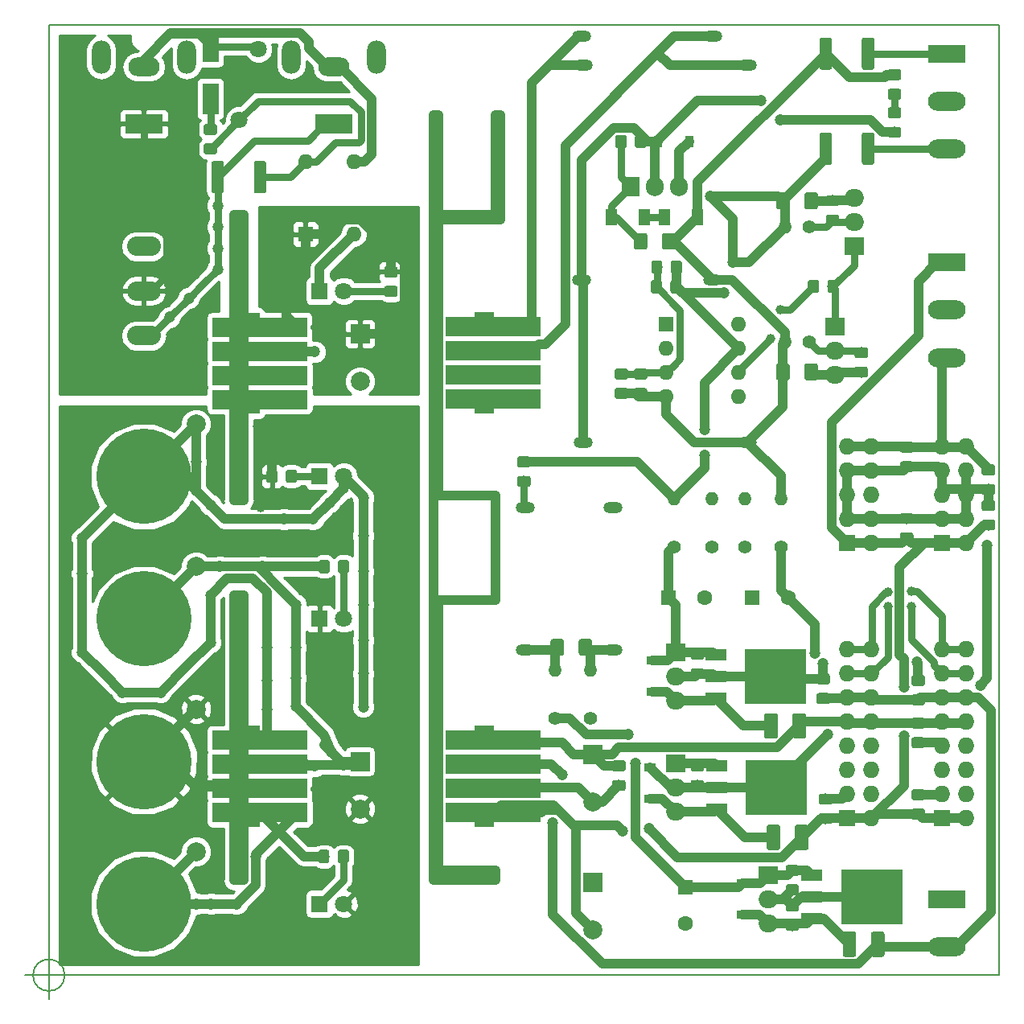
<source format=gbr>
%TF.GenerationSoftware,KiCad,Pcbnew,(5.0.2)-1*%
%TF.CreationDate,2019-03-07T23:56:33+01:00*%
%TF.ProjectId,KicadJE-EuroPowerSupply,4b696361-644a-4452-9d45-75726f506f77,Rev B*%
%TF.SameCoordinates,Original*%
%TF.FileFunction,Copper,L1,Top*%
%TF.FilePolarity,Positive*%
%FSLAX46Y46*%
G04 Gerber Fmt 4.6, Leading zero omitted, Abs format (unit mm)*
G04 Created by KiCad (PCBNEW (5.0.2)-1) date 07/03/2019 23:56:33*
%MOMM*%
%LPD*%
G01*
G04 APERTURE LIST*
%ADD10C,1.000000*%
%ADD11C,0.150000*%
%ADD12C,0.200000*%
%ADD13R,4.000000X2.000000*%
%ADD14O,3.300000X2.000000*%
%ADD15O,2.000000X3.500000*%
%ADD16C,1.524000*%
%ADD17R,2.000000X1.000000*%
%ADD18R,10.000000X2.000000*%
%ADD19R,2.000000X2.000000*%
%ADD20C,2.000000*%
%ADD21C,1.150000*%
%ADD22R,1.600000X1.600000*%
%ADD23C,1.600000*%
%ADD24C,1.425000*%
%ADD25O,1.600000X1.600000*%
%ADD26R,1.700000X3.300000*%
%ADD27C,1.800000*%
%ADD28R,1.800000X1.800000*%
%ADD29R,1.200000X0.900000*%
%ADD30R,0.900000X1.200000*%
%ADD31C,1.300000*%
%ADD32R,3.960000X1.980000*%
%ADD33O,3.960000X1.980000*%
%ADD34R,1.727200X1.727200*%
%ADD35O,1.727200X1.727200*%
%ADD36R,1.905000X2.000000*%
%ADD37O,1.905000X2.000000*%
%ADD38R,2.000000X1.905000*%
%ADD39O,2.000000X1.905000*%
%ADD40O,1.400000X1.400000*%
%ADD41C,1.400000*%
%ADD42O,3.556000X2.032000*%
%ADD43C,10.000000*%
%ADD44O,2.000000X1.200000*%
%ADD45R,2.200000X1.200000*%
%ADD46R,6.400000X5.800000*%
%ADD47R,1.300000X1.700000*%
%ADD48C,1.200000*%
%ADD49C,1.000000*%
%ADD50C,0.750000*%
%ADD51C,0.254000*%
G04 APERTURE END LIST*
D10*
X140500000Y-139000000D02*
X140500000Y-140000000D01*
X147000000Y-139000000D02*
X140500000Y-139000000D01*
X147000000Y-140000000D02*
X147000000Y-139000000D01*
X140500000Y-140000000D02*
X147000000Y-140000000D01*
X140500000Y-70500000D02*
X140500000Y-70000000D01*
X147500000Y-70500000D02*
X140500000Y-70500000D01*
X147500000Y-59500000D02*
X147500000Y-70500000D01*
X147000000Y-59500000D02*
X147500000Y-59500000D01*
X147000000Y-70000000D02*
X147000000Y-59500000D01*
X140500000Y-70000000D02*
X147000000Y-70000000D01*
X141000000Y-110500000D02*
X141000000Y-140000000D01*
X147000000Y-110500000D02*
X141000000Y-110500000D01*
X141000000Y-99500000D02*
X147000000Y-99500000D01*
X141000000Y-59500000D02*
X141000000Y-99500000D01*
X140500000Y-140000000D02*
X140500000Y-59500000D01*
X147000000Y-110500000D02*
X147000000Y-99500000D01*
X140500000Y-59500000D02*
X141000000Y-59500000D01*
X119500000Y-100000000D02*
X120500000Y-100000000D01*
X141000000Y-140000000D02*
X140500000Y-140000000D01*
X119500000Y-110000000D02*
X120500000Y-110000000D01*
X119500000Y-110000000D02*
X119500000Y-140000000D01*
X120500000Y-140000000D02*
X120500000Y-110000000D01*
X119500000Y-140000000D02*
X120500000Y-140000000D01*
X119500000Y-70000000D02*
X119500000Y-100000000D01*
X119500000Y-70000000D02*
X120500000Y-70000000D01*
X120500000Y-100000000D02*
X120500000Y-70000000D01*
D11*
X101666666Y-150000000D02*
G75*
G03X101666666Y-150000000I-1666666J0D01*
G01*
X97500000Y-150000000D02*
X102500000Y-150000000D01*
X100000000Y-147500000D02*
X100000000Y-152500000D01*
D12*
X200000000Y-50000000D02*
X100000000Y-50000000D01*
X200000000Y-150000000D02*
X200000000Y-50000000D01*
X100000000Y-150000000D02*
X200000000Y-150000000D01*
X100000000Y-50000000D02*
X100000000Y-150000000D01*
D13*
X130000000Y-60400000D03*
D14*
X130000000Y-54400000D03*
D15*
X134500000Y-53400000D03*
X125500000Y-53400000D03*
D16*
X150800000Y-132870000D03*
X150800000Y-130270000D03*
X150800000Y-127870000D03*
X150800000Y-125270000D03*
D17*
X145800000Y-133880000D03*
X145800000Y-124260000D03*
D18*
X146800000Y-132880000D03*
X146800000Y-130340000D03*
X146800000Y-127800000D03*
X146800000Y-125260000D03*
D16*
X126200000Y-132870000D03*
X126200000Y-130270000D03*
X126200000Y-127870000D03*
X126200000Y-125270000D03*
D17*
X121200000Y-133880000D03*
X121200000Y-124260000D03*
D18*
X122200000Y-132880000D03*
X122200000Y-130340000D03*
X122200000Y-127800000D03*
X122200000Y-125260000D03*
D19*
X132750000Y-82500000D03*
D20*
X132750000Y-87500000D03*
D11*
G36*
X191974505Y-122901204D02*
X191998773Y-122904804D01*
X192022572Y-122910765D01*
X192045671Y-122919030D01*
X192067850Y-122929520D01*
X192088893Y-122942132D01*
X192108599Y-122956747D01*
X192126777Y-122973223D01*
X192143253Y-122991401D01*
X192157868Y-123011107D01*
X192170480Y-123032150D01*
X192180970Y-123054329D01*
X192189235Y-123077428D01*
X192195196Y-123101227D01*
X192198796Y-123125495D01*
X192200000Y-123149999D01*
X192200000Y-123800001D01*
X192198796Y-123824505D01*
X192195196Y-123848773D01*
X192189235Y-123872572D01*
X192180970Y-123895671D01*
X192170480Y-123917850D01*
X192157868Y-123938893D01*
X192143253Y-123958599D01*
X192126777Y-123976777D01*
X192108599Y-123993253D01*
X192088893Y-124007868D01*
X192067850Y-124020480D01*
X192045671Y-124030970D01*
X192022572Y-124039235D01*
X191998773Y-124045196D01*
X191974505Y-124048796D01*
X191950001Y-124050000D01*
X191049999Y-124050000D01*
X191025495Y-124048796D01*
X191001227Y-124045196D01*
X190977428Y-124039235D01*
X190954329Y-124030970D01*
X190932150Y-124020480D01*
X190911107Y-124007868D01*
X190891401Y-123993253D01*
X190873223Y-123976777D01*
X190856747Y-123958599D01*
X190842132Y-123938893D01*
X190829520Y-123917850D01*
X190819030Y-123895671D01*
X190810765Y-123872572D01*
X190804804Y-123848773D01*
X190801204Y-123824505D01*
X190800000Y-123800001D01*
X190800000Y-123149999D01*
X190801204Y-123125495D01*
X190804804Y-123101227D01*
X190810765Y-123077428D01*
X190819030Y-123054329D01*
X190829520Y-123032150D01*
X190842132Y-123011107D01*
X190856747Y-122991401D01*
X190873223Y-122973223D01*
X190891401Y-122956747D01*
X190911107Y-122942132D01*
X190932150Y-122929520D01*
X190954329Y-122919030D01*
X190977428Y-122910765D01*
X191001227Y-122904804D01*
X191025495Y-122901204D01*
X191049999Y-122900000D01*
X191950001Y-122900000D01*
X191974505Y-122901204D01*
X191974505Y-122901204D01*
G37*
D21*
X191500000Y-123475000D03*
D11*
G36*
X191974505Y-124951204D02*
X191998773Y-124954804D01*
X192022572Y-124960765D01*
X192045671Y-124969030D01*
X192067850Y-124979520D01*
X192088893Y-124992132D01*
X192108599Y-125006747D01*
X192126777Y-125023223D01*
X192143253Y-125041401D01*
X192157868Y-125061107D01*
X192170480Y-125082150D01*
X192180970Y-125104329D01*
X192189235Y-125127428D01*
X192195196Y-125151227D01*
X192198796Y-125175495D01*
X192200000Y-125199999D01*
X192200000Y-125850001D01*
X192198796Y-125874505D01*
X192195196Y-125898773D01*
X192189235Y-125922572D01*
X192180970Y-125945671D01*
X192170480Y-125967850D01*
X192157868Y-125988893D01*
X192143253Y-126008599D01*
X192126777Y-126026777D01*
X192108599Y-126043253D01*
X192088893Y-126057868D01*
X192067850Y-126070480D01*
X192045671Y-126080970D01*
X192022572Y-126089235D01*
X191998773Y-126095196D01*
X191974505Y-126098796D01*
X191950001Y-126100000D01*
X191049999Y-126100000D01*
X191025495Y-126098796D01*
X191001227Y-126095196D01*
X190977428Y-126089235D01*
X190954329Y-126080970D01*
X190932150Y-126070480D01*
X190911107Y-126057868D01*
X190891401Y-126043253D01*
X190873223Y-126026777D01*
X190856747Y-126008599D01*
X190842132Y-125988893D01*
X190829520Y-125967850D01*
X190819030Y-125945671D01*
X190810765Y-125922572D01*
X190804804Y-125898773D01*
X190801204Y-125874505D01*
X190800000Y-125850001D01*
X190800000Y-125199999D01*
X190801204Y-125175495D01*
X190804804Y-125151227D01*
X190810765Y-125127428D01*
X190819030Y-125104329D01*
X190829520Y-125082150D01*
X190842132Y-125061107D01*
X190856747Y-125041401D01*
X190873223Y-125023223D01*
X190891401Y-125006747D01*
X190911107Y-124992132D01*
X190932150Y-124979520D01*
X190954329Y-124969030D01*
X190977428Y-124960765D01*
X191001227Y-124954804D01*
X191025495Y-124951204D01*
X191049999Y-124950000D01*
X191950001Y-124950000D01*
X191974505Y-124951204D01*
X191974505Y-124951204D01*
G37*
D21*
X191500000Y-125525000D03*
D11*
G36*
X190771505Y-95917204D02*
X190795773Y-95920804D01*
X190819572Y-95926765D01*
X190842671Y-95935030D01*
X190864850Y-95945520D01*
X190885893Y-95958132D01*
X190905599Y-95972747D01*
X190923777Y-95989223D01*
X190940253Y-96007401D01*
X190954868Y-96027107D01*
X190967480Y-96048150D01*
X190977970Y-96070329D01*
X190986235Y-96093428D01*
X190992196Y-96117227D01*
X190995796Y-96141495D01*
X190997000Y-96165999D01*
X190997000Y-96816001D01*
X190995796Y-96840505D01*
X190992196Y-96864773D01*
X190986235Y-96888572D01*
X190977970Y-96911671D01*
X190967480Y-96933850D01*
X190954868Y-96954893D01*
X190940253Y-96974599D01*
X190923777Y-96992777D01*
X190905599Y-97009253D01*
X190885893Y-97023868D01*
X190864850Y-97036480D01*
X190842671Y-97046970D01*
X190819572Y-97055235D01*
X190795773Y-97061196D01*
X190771505Y-97064796D01*
X190747001Y-97066000D01*
X189846999Y-97066000D01*
X189822495Y-97064796D01*
X189798227Y-97061196D01*
X189774428Y-97055235D01*
X189751329Y-97046970D01*
X189729150Y-97036480D01*
X189708107Y-97023868D01*
X189688401Y-97009253D01*
X189670223Y-96992777D01*
X189653747Y-96974599D01*
X189639132Y-96954893D01*
X189626520Y-96933850D01*
X189616030Y-96911671D01*
X189607765Y-96888572D01*
X189601804Y-96864773D01*
X189598204Y-96840505D01*
X189597000Y-96816001D01*
X189597000Y-96165999D01*
X189598204Y-96141495D01*
X189601804Y-96117227D01*
X189607765Y-96093428D01*
X189616030Y-96070329D01*
X189626520Y-96048150D01*
X189639132Y-96027107D01*
X189653747Y-96007401D01*
X189670223Y-95989223D01*
X189688401Y-95972747D01*
X189708107Y-95958132D01*
X189729150Y-95945520D01*
X189751329Y-95935030D01*
X189774428Y-95926765D01*
X189798227Y-95920804D01*
X189822495Y-95917204D01*
X189846999Y-95916000D01*
X190747001Y-95916000D01*
X190771505Y-95917204D01*
X190771505Y-95917204D01*
G37*
D21*
X190297000Y-96491000D03*
D11*
G36*
X190771505Y-93867204D02*
X190795773Y-93870804D01*
X190819572Y-93876765D01*
X190842671Y-93885030D01*
X190864850Y-93895520D01*
X190885893Y-93908132D01*
X190905599Y-93922747D01*
X190923777Y-93939223D01*
X190940253Y-93957401D01*
X190954868Y-93977107D01*
X190967480Y-93998150D01*
X190977970Y-94020329D01*
X190986235Y-94043428D01*
X190992196Y-94067227D01*
X190995796Y-94091495D01*
X190997000Y-94115999D01*
X190997000Y-94766001D01*
X190995796Y-94790505D01*
X190992196Y-94814773D01*
X190986235Y-94838572D01*
X190977970Y-94861671D01*
X190967480Y-94883850D01*
X190954868Y-94904893D01*
X190940253Y-94924599D01*
X190923777Y-94942777D01*
X190905599Y-94959253D01*
X190885893Y-94973868D01*
X190864850Y-94986480D01*
X190842671Y-94996970D01*
X190819572Y-95005235D01*
X190795773Y-95011196D01*
X190771505Y-95014796D01*
X190747001Y-95016000D01*
X189846999Y-95016000D01*
X189822495Y-95014796D01*
X189798227Y-95011196D01*
X189774428Y-95005235D01*
X189751329Y-94996970D01*
X189729150Y-94986480D01*
X189708107Y-94973868D01*
X189688401Y-94959253D01*
X189670223Y-94942777D01*
X189653747Y-94924599D01*
X189639132Y-94904893D01*
X189626520Y-94883850D01*
X189616030Y-94861671D01*
X189607765Y-94838572D01*
X189601804Y-94814773D01*
X189598204Y-94790505D01*
X189597000Y-94766001D01*
X189597000Y-94115999D01*
X189598204Y-94091495D01*
X189601804Y-94067227D01*
X189607765Y-94043428D01*
X189616030Y-94020329D01*
X189626520Y-93998150D01*
X189639132Y-93977107D01*
X189653747Y-93957401D01*
X189670223Y-93939223D01*
X189688401Y-93922747D01*
X189708107Y-93908132D01*
X189729150Y-93895520D01*
X189751329Y-93885030D01*
X189774428Y-93876765D01*
X189798227Y-93870804D01*
X189822495Y-93867204D01*
X189846999Y-93866000D01*
X190747001Y-93866000D01*
X190771505Y-93867204D01*
X190771505Y-93867204D01*
G37*
D21*
X190297000Y-94441000D03*
D11*
G36*
X160474505Y-129451204D02*
X160498773Y-129454804D01*
X160522572Y-129460765D01*
X160545671Y-129469030D01*
X160567850Y-129479520D01*
X160588893Y-129492132D01*
X160608599Y-129506747D01*
X160626777Y-129523223D01*
X160643253Y-129541401D01*
X160657868Y-129561107D01*
X160670480Y-129582150D01*
X160680970Y-129604329D01*
X160689235Y-129627428D01*
X160695196Y-129651227D01*
X160698796Y-129675495D01*
X160700000Y-129699999D01*
X160700000Y-130350001D01*
X160698796Y-130374505D01*
X160695196Y-130398773D01*
X160689235Y-130422572D01*
X160680970Y-130445671D01*
X160670480Y-130467850D01*
X160657868Y-130488893D01*
X160643253Y-130508599D01*
X160626777Y-130526777D01*
X160608599Y-130543253D01*
X160588893Y-130557868D01*
X160567850Y-130570480D01*
X160545671Y-130580970D01*
X160522572Y-130589235D01*
X160498773Y-130595196D01*
X160474505Y-130598796D01*
X160450001Y-130600000D01*
X159549999Y-130600000D01*
X159525495Y-130598796D01*
X159501227Y-130595196D01*
X159477428Y-130589235D01*
X159454329Y-130580970D01*
X159432150Y-130570480D01*
X159411107Y-130557868D01*
X159391401Y-130543253D01*
X159373223Y-130526777D01*
X159356747Y-130508599D01*
X159342132Y-130488893D01*
X159329520Y-130467850D01*
X159319030Y-130445671D01*
X159310765Y-130422572D01*
X159304804Y-130398773D01*
X159301204Y-130374505D01*
X159300000Y-130350001D01*
X159300000Y-129699999D01*
X159301204Y-129675495D01*
X159304804Y-129651227D01*
X159310765Y-129627428D01*
X159319030Y-129604329D01*
X159329520Y-129582150D01*
X159342132Y-129561107D01*
X159356747Y-129541401D01*
X159373223Y-129523223D01*
X159391401Y-129506747D01*
X159411107Y-129492132D01*
X159432150Y-129479520D01*
X159454329Y-129469030D01*
X159477428Y-129460765D01*
X159501227Y-129454804D01*
X159525495Y-129451204D01*
X159549999Y-129450000D01*
X160450001Y-129450000D01*
X160474505Y-129451204D01*
X160474505Y-129451204D01*
G37*
D21*
X160000000Y-130025000D03*
D11*
G36*
X160474505Y-127401204D02*
X160498773Y-127404804D01*
X160522572Y-127410765D01*
X160545671Y-127419030D01*
X160567850Y-127429520D01*
X160588893Y-127442132D01*
X160608599Y-127456747D01*
X160626777Y-127473223D01*
X160643253Y-127491401D01*
X160657868Y-127511107D01*
X160670480Y-127532150D01*
X160680970Y-127554329D01*
X160689235Y-127577428D01*
X160695196Y-127601227D01*
X160698796Y-127625495D01*
X160700000Y-127649999D01*
X160700000Y-128300001D01*
X160698796Y-128324505D01*
X160695196Y-128348773D01*
X160689235Y-128372572D01*
X160680970Y-128395671D01*
X160670480Y-128417850D01*
X160657868Y-128438893D01*
X160643253Y-128458599D01*
X160626777Y-128476777D01*
X160608599Y-128493253D01*
X160588893Y-128507868D01*
X160567850Y-128520480D01*
X160545671Y-128530970D01*
X160522572Y-128539235D01*
X160498773Y-128545196D01*
X160474505Y-128548796D01*
X160450001Y-128550000D01*
X159549999Y-128550000D01*
X159525495Y-128548796D01*
X159501227Y-128545196D01*
X159477428Y-128539235D01*
X159454329Y-128530970D01*
X159432150Y-128520480D01*
X159411107Y-128507868D01*
X159391401Y-128493253D01*
X159373223Y-128476777D01*
X159356747Y-128458599D01*
X159342132Y-128438893D01*
X159329520Y-128417850D01*
X159319030Y-128395671D01*
X159310765Y-128372572D01*
X159304804Y-128348773D01*
X159301204Y-128324505D01*
X159300000Y-128300001D01*
X159300000Y-127649999D01*
X159301204Y-127625495D01*
X159304804Y-127601227D01*
X159310765Y-127577428D01*
X159319030Y-127554329D01*
X159329520Y-127532150D01*
X159342132Y-127511107D01*
X159356747Y-127491401D01*
X159373223Y-127473223D01*
X159391401Y-127456747D01*
X159411107Y-127442132D01*
X159432150Y-127429520D01*
X159454329Y-127419030D01*
X159477428Y-127410765D01*
X159501227Y-127404804D01*
X159525495Y-127401204D01*
X159549999Y-127400000D01*
X160450001Y-127400000D01*
X160474505Y-127401204D01*
X160474505Y-127401204D01*
G37*
D21*
X160000000Y-127975000D03*
D11*
G36*
X199364794Y-98298690D02*
X199389062Y-98302290D01*
X199412861Y-98308251D01*
X199435960Y-98316516D01*
X199458139Y-98327006D01*
X199479182Y-98339618D01*
X199498888Y-98354233D01*
X199517066Y-98370709D01*
X199533542Y-98388887D01*
X199548157Y-98408593D01*
X199560769Y-98429636D01*
X199571259Y-98451815D01*
X199579524Y-98474914D01*
X199585485Y-98498713D01*
X199589085Y-98522981D01*
X199590289Y-98547485D01*
X199590289Y-99197487D01*
X199589085Y-99221991D01*
X199585485Y-99246259D01*
X199579524Y-99270058D01*
X199571259Y-99293157D01*
X199560769Y-99315336D01*
X199548157Y-99336379D01*
X199533542Y-99356085D01*
X199517066Y-99374263D01*
X199498888Y-99390739D01*
X199479182Y-99405354D01*
X199458139Y-99417966D01*
X199435960Y-99428456D01*
X199412861Y-99436721D01*
X199389062Y-99442682D01*
X199364794Y-99446282D01*
X199340290Y-99447486D01*
X198440288Y-99447486D01*
X198415784Y-99446282D01*
X198391516Y-99442682D01*
X198367717Y-99436721D01*
X198344618Y-99428456D01*
X198322439Y-99417966D01*
X198301396Y-99405354D01*
X198281690Y-99390739D01*
X198263512Y-99374263D01*
X198247036Y-99356085D01*
X198232421Y-99336379D01*
X198219809Y-99315336D01*
X198209319Y-99293157D01*
X198201054Y-99270058D01*
X198195093Y-99246259D01*
X198191493Y-99221991D01*
X198190289Y-99197487D01*
X198190289Y-98547485D01*
X198191493Y-98522981D01*
X198195093Y-98498713D01*
X198201054Y-98474914D01*
X198209319Y-98451815D01*
X198219809Y-98429636D01*
X198232421Y-98408593D01*
X198247036Y-98388887D01*
X198263512Y-98370709D01*
X198281690Y-98354233D01*
X198301396Y-98339618D01*
X198322439Y-98327006D01*
X198344618Y-98316516D01*
X198367717Y-98308251D01*
X198391516Y-98302290D01*
X198415784Y-98298690D01*
X198440288Y-98297486D01*
X199340290Y-98297486D01*
X199364794Y-98298690D01*
X199364794Y-98298690D01*
G37*
D21*
X198890289Y-98872486D03*
D11*
G36*
X199364794Y-96248690D02*
X199389062Y-96252290D01*
X199412861Y-96258251D01*
X199435960Y-96266516D01*
X199458139Y-96277006D01*
X199479182Y-96289618D01*
X199498888Y-96304233D01*
X199517066Y-96320709D01*
X199533542Y-96338887D01*
X199548157Y-96358593D01*
X199560769Y-96379636D01*
X199571259Y-96401815D01*
X199579524Y-96424914D01*
X199585485Y-96448713D01*
X199589085Y-96472981D01*
X199590289Y-96497485D01*
X199590289Y-97147487D01*
X199589085Y-97171991D01*
X199585485Y-97196259D01*
X199579524Y-97220058D01*
X199571259Y-97243157D01*
X199560769Y-97265336D01*
X199548157Y-97286379D01*
X199533542Y-97306085D01*
X199517066Y-97324263D01*
X199498888Y-97340739D01*
X199479182Y-97355354D01*
X199458139Y-97367966D01*
X199435960Y-97378456D01*
X199412861Y-97386721D01*
X199389062Y-97392682D01*
X199364794Y-97396282D01*
X199340290Y-97397486D01*
X198440288Y-97397486D01*
X198415784Y-97396282D01*
X198391516Y-97392682D01*
X198367717Y-97386721D01*
X198344618Y-97378456D01*
X198322439Y-97367966D01*
X198301396Y-97355354D01*
X198281690Y-97340739D01*
X198263512Y-97324263D01*
X198247036Y-97306085D01*
X198232421Y-97286379D01*
X198219809Y-97265336D01*
X198209319Y-97243157D01*
X198201054Y-97220058D01*
X198195093Y-97196259D01*
X198191493Y-97171991D01*
X198190289Y-97147487D01*
X198190289Y-96497485D01*
X198191493Y-96472981D01*
X198195093Y-96448713D01*
X198201054Y-96424914D01*
X198209319Y-96401815D01*
X198219809Y-96379636D01*
X198232421Y-96358593D01*
X198247036Y-96338887D01*
X198263512Y-96320709D01*
X198281690Y-96304233D01*
X198301396Y-96289618D01*
X198322439Y-96277006D01*
X198344618Y-96266516D01*
X198367717Y-96258251D01*
X198391516Y-96252290D01*
X198415784Y-96248690D01*
X198440288Y-96247486D01*
X199340290Y-96247486D01*
X199364794Y-96248690D01*
X199364794Y-96248690D01*
G37*
D21*
X198890289Y-96822486D03*
D11*
G36*
X181974505Y-120301204D02*
X181998773Y-120304804D01*
X182022572Y-120310765D01*
X182045671Y-120319030D01*
X182067850Y-120329520D01*
X182088893Y-120342132D01*
X182108599Y-120356747D01*
X182126777Y-120373223D01*
X182143253Y-120391401D01*
X182157868Y-120411107D01*
X182170480Y-120432150D01*
X182180970Y-120454329D01*
X182189235Y-120477428D01*
X182195196Y-120501227D01*
X182198796Y-120525495D01*
X182200000Y-120549999D01*
X182200000Y-121200001D01*
X182198796Y-121224505D01*
X182195196Y-121248773D01*
X182189235Y-121272572D01*
X182180970Y-121295671D01*
X182170480Y-121317850D01*
X182157868Y-121338893D01*
X182143253Y-121358599D01*
X182126777Y-121376777D01*
X182108599Y-121393253D01*
X182088893Y-121407868D01*
X182067850Y-121420480D01*
X182045671Y-121430970D01*
X182022572Y-121439235D01*
X181998773Y-121445196D01*
X181974505Y-121448796D01*
X181950001Y-121450000D01*
X181049999Y-121450000D01*
X181025495Y-121448796D01*
X181001227Y-121445196D01*
X180977428Y-121439235D01*
X180954329Y-121430970D01*
X180932150Y-121420480D01*
X180911107Y-121407868D01*
X180891401Y-121393253D01*
X180873223Y-121376777D01*
X180856747Y-121358599D01*
X180842132Y-121338893D01*
X180829520Y-121317850D01*
X180819030Y-121295671D01*
X180810765Y-121272572D01*
X180804804Y-121248773D01*
X180801204Y-121224505D01*
X180800000Y-121200001D01*
X180800000Y-120549999D01*
X180801204Y-120525495D01*
X180804804Y-120501227D01*
X180810765Y-120477428D01*
X180819030Y-120454329D01*
X180829520Y-120432150D01*
X180842132Y-120411107D01*
X180856747Y-120391401D01*
X180873223Y-120373223D01*
X180891401Y-120356747D01*
X180911107Y-120342132D01*
X180932150Y-120329520D01*
X180954329Y-120319030D01*
X180977428Y-120310765D01*
X181001227Y-120304804D01*
X181025495Y-120301204D01*
X181049999Y-120300000D01*
X181950001Y-120300000D01*
X181974505Y-120301204D01*
X181974505Y-120301204D01*
G37*
D21*
X181500000Y-120875000D03*
D11*
G36*
X181974505Y-118251204D02*
X181998773Y-118254804D01*
X182022572Y-118260765D01*
X182045671Y-118269030D01*
X182067850Y-118279520D01*
X182088893Y-118292132D01*
X182108599Y-118306747D01*
X182126777Y-118323223D01*
X182143253Y-118341401D01*
X182157868Y-118361107D01*
X182170480Y-118382150D01*
X182180970Y-118404329D01*
X182189235Y-118427428D01*
X182195196Y-118451227D01*
X182198796Y-118475495D01*
X182200000Y-118499999D01*
X182200000Y-119150001D01*
X182198796Y-119174505D01*
X182195196Y-119198773D01*
X182189235Y-119222572D01*
X182180970Y-119245671D01*
X182170480Y-119267850D01*
X182157868Y-119288893D01*
X182143253Y-119308599D01*
X182126777Y-119326777D01*
X182108599Y-119343253D01*
X182088893Y-119357868D01*
X182067850Y-119370480D01*
X182045671Y-119380970D01*
X182022572Y-119389235D01*
X181998773Y-119395196D01*
X181974505Y-119398796D01*
X181950001Y-119400000D01*
X181049999Y-119400000D01*
X181025495Y-119398796D01*
X181001227Y-119395196D01*
X180977428Y-119389235D01*
X180954329Y-119380970D01*
X180932150Y-119370480D01*
X180911107Y-119357868D01*
X180891401Y-119343253D01*
X180873223Y-119326777D01*
X180856747Y-119308599D01*
X180842132Y-119288893D01*
X180829520Y-119267850D01*
X180819030Y-119245671D01*
X180810765Y-119222572D01*
X180804804Y-119198773D01*
X180801204Y-119174505D01*
X180800000Y-119150001D01*
X180800000Y-118499999D01*
X180801204Y-118475495D01*
X180804804Y-118451227D01*
X180810765Y-118427428D01*
X180819030Y-118404329D01*
X180829520Y-118382150D01*
X180842132Y-118361107D01*
X180856747Y-118341401D01*
X180873223Y-118323223D01*
X180891401Y-118306747D01*
X180911107Y-118292132D01*
X180932150Y-118279520D01*
X180954329Y-118269030D01*
X180977428Y-118260765D01*
X181001227Y-118254804D01*
X181025495Y-118251204D01*
X181049999Y-118250000D01*
X181950001Y-118250000D01*
X181974505Y-118251204D01*
X181974505Y-118251204D01*
G37*
D21*
X181500000Y-118825000D03*
D11*
G36*
X191974505Y-120451204D02*
X191998773Y-120454804D01*
X192022572Y-120460765D01*
X192045671Y-120469030D01*
X192067850Y-120479520D01*
X192088893Y-120492132D01*
X192108599Y-120506747D01*
X192126777Y-120523223D01*
X192143253Y-120541401D01*
X192157868Y-120561107D01*
X192170480Y-120582150D01*
X192180970Y-120604329D01*
X192189235Y-120627428D01*
X192195196Y-120651227D01*
X192198796Y-120675495D01*
X192200000Y-120699999D01*
X192200000Y-121350001D01*
X192198796Y-121374505D01*
X192195196Y-121398773D01*
X192189235Y-121422572D01*
X192180970Y-121445671D01*
X192170480Y-121467850D01*
X192157868Y-121488893D01*
X192143253Y-121508599D01*
X192126777Y-121526777D01*
X192108599Y-121543253D01*
X192088893Y-121557868D01*
X192067850Y-121570480D01*
X192045671Y-121580970D01*
X192022572Y-121589235D01*
X191998773Y-121595196D01*
X191974505Y-121598796D01*
X191950001Y-121600000D01*
X191049999Y-121600000D01*
X191025495Y-121598796D01*
X191001227Y-121595196D01*
X190977428Y-121589235D01*
X190954329Y-121580970D01*
X190932150Y-121570480D01*
X190911107Y-121557868D01*
X190891401Y-121543253D01*
X190873223Y-121526777D01*
X190856747Y-121508599D01*
X190842132Y-121488893D01*
X190829520Y-121467850D01*
X190819030Y-121445671D01*
X190810765Y-121422572D01*
X190804804Y-121398773D01*
X190801204Y-121374505D01*
X190800000Y-121350001D01*
X190800000Y-120699999D01*
X190801204Y-120675495D01*
X190804804Y-120651227D01*
X190810765Y-120627428D01*
X190819030Y-120604329D01*
X190829520Y-120582150D01*
X190842132Y-120561107D01*
X190856747Y-120541401D01*
X190873223Y-120523223D01*
X190891401Y-120506747D01*
X190911107Y-120492132D01*
X190932150Y-120479520D01*
X190954329Y-120469030D01*
X190977428Y-120460765D01*
X191001227Y-120454804D01*
X191025495Y-120451204D01*
X191049999Y-120450000D01*
X191950001Y-120450000D01*
X191974505Y-120451204D01*
X191974505Y-120451204D01*
G37*
D21*
X191500000Y-121025000D03*
D11*
G36*
X191974505Y-118401204D02*
X191998773Y-118404804D01*
X192022572Y-118410765D01*
X192045671Y-118419030D01*
X192067850Y-118429520D01*
X192088893Y-118442132D01*
X192108599Y-118456747D01*
X192126777Y-118473223D01*
X192143253Y-118491401D01*
X192157868Y-118511107D01*
X192170480Y-118532150D01*
X192180970Y-118554329D01*
X192189235Y-118577428D01*
X192195196Y-118601227D01*
X192198796Y-118625495D01*
X192200000Y-118649999D01*
X192200000Y-119300001D01*
X192198796Y-119324505D01*
X192195196Y-119348773D01*
X192189235Y-119372572D01*
X192180970Y-119395671D01*
X192170480Y-119417850D01*
X192157868Y-119438893D01*
X192143253Y-119458599D01*
X192126777Y-119476777D01*
X192108599Y-119493253D01*
X192088893Y-119507868D01*
X192067850Y-119520480D01*
X192045671Y-119530970D01*
X192022572Y-119539235D01*
X191998773Y-119545196D01*
X191974505Y-119548796D01*
X191950001Y-119550000D01*
X191049999Y-119550000D01*
X191025495Y-119548796D01*
X191001227Y-119545196D01*
X190977428Y-119539235D01*
X190954329Y-119530970D01*
X190932150Y-119520480D01*
X190911107Y-119507868D01*
X190891401Y-119493253D01*
X190873223Y-119476777D01*
X190856747Y-119458599D01*
X190842132Y-119438893D01*
X190829520Y-119417850D01*
X190819030Y-119395671D01*
X190810765Y-119372572D01*
X190804804Y-119348773D01*
X190801204Y-119324505D01*
X190800000Y-119300001D01*
X190800000Y-118649999D01*
X190801204Y-118625495D01*
X190804804Y-118601227D01*
X190810765Y-118577428D01*
X190819030Y-118554329D01*
X190829520Y-118532150D01*
X190842132Y-118511107D01*
X190856747Y-118491401D01*
X190873223Y-118473223D01*
X190891401Y-118456747D01*
X190911107Y-118442132D01*
X190932150Y-118429520D01*
X190954329Y-118419030D01*
X190977428Y-118410765D01*
X191001227Y-118404804D01*
X191025495Y-118401204D01*
X191049999Y-118400000D01*
X191950001Y-118400000D01*
X191974505Y-118401204D01*
X191974505Y-118401204D01*
G37*
D21*
X191500000Y-118975000D03*
D11*
G36*
X191974505Y-130426204D02*
X191998773Y-130429804D01*
X192022572Y-130435765D01*
X192045671Y-130444030D01*
X192067850Y-130454520D01*
X192088893Y-130467132D01*
X192108599Y-130481747D01*
X192126777Y-130498223D01*
X192143253Y-130516401D01*
X192157868Y-130536107D01*
X192170480Y-130557150D01*
X192180970Y-130579329D01*
X192189235Y-130602428D01*
X192195196Y-130626227D01*
X192198796Y-130650495D01*
X192200000Y-130674999D01*
X192200000Y-131325001D01*
X192198796Y-131349505D01*
X192195196Y-131373773D01*
X192189235Y-131397572D01*
X192180970Y-131420671D01*
X192170480Y-131442850D01*
X192157868Y-131463893D01*
X192143253Y-131483599D01*
X192126777Y-131501777D01*
X192108599Y-131518253D01*
X192088893Y-131532868D01*
X192067850Y-131545480D01*
X192045671Y-131555970D01*
X192022572Y-131564235D01*
X191998773Y-131570196D01*
X191974505Y-131573796D01*
X191950001Y-131575000D01*
X191049999Y-131575000D01*
X191025495Y-131573796D01*
X191001227Y-131570196D01*
X190977428Y-131564235D01*
X190954329Y-131555970D01*
X190932150Y-131545480D01*
X190911107Y-131532868D01*
X190891401Y-131518253D01*
X190873223Y-131501777D01*
X190856747Y-131483599D01*
X190842132Y-131463893D01*
X190829520Y-131442850D01*
X190819030Y-131420671D01*
X190810765Y-131397572D01*
X190804804Y-131373773D01*
X190801204Y-131349505D01*
X190800000Y-131325001D01*
X190800000Y-130674999D01*
X190801204Y-130650495D01*
X190804804Y-130626227D01*
X190810765Y-130602428D01*
X190819030Y-130579329D01*
X190829520Y-130557150D01*
X190842132Y-130536107D01*
X190856747Y-130516401D01*
X190873223Y-130498223D01*
X190891401Y-130481747D01*
X190911107Y-130467132D01*
X190932150Y-130454520D01*
X190954329Y-130444030D01*
X190977428Y-130435765D01*
X191001227Y-130429804D01*
X191025495Y-130426204D01*
X191049999Y-130425000D01*
X191950001Y-130425000D01*
X191974505Y-130426204D01*
X191974505Y-130426204D01*
G37*
D21*
X191500000Y-131000000D03*
D11*
G36*
X191974505Y-132476204D02*
X191998773Y-132479804D01*
X192022572Y-132485765D01*
X192045671Y-132494030D01*
X192067850Y-132504520D01*
X192088893Y-132517132D01*
X192108599Y-132531747D01*
X192126777Y-132548223D01*
X192143253Y-132566401D01*
X192157868Y-132586107D01*
X192170480Y-132607150D01*
X192180970Y-132629329D01*
X192189235Y-132652428D01*
X192195196Y-132676227D01*
X192198796Y-132700495D01*
X192200000Y-132724999D01*
X192200000Y-133375001D01*
X192198796Y-133399505D01*
X192195196Y-133423773D01*
X192189235Y-133447572D01*
X192180970Y-133470671D01*
X192170480Y-133492850D01*
X192157868Y-133513893D01*
X192143253Y-133533599D01*
X192126777Y-133551777D01*
X192108599Y-133568253D01*
X192088893Y-133582868D01*
X192067850Y-133595480D01*
X192045671Y-133605970D01*
X192022572Y-133614235D01*
X191998773Y-133620196D01*
X191974505Y-133623796D01*
X191950001Y-133625000D01*
X191049999Y-133625000D01*
X191025495Y-133623796D01*
X191001227Y-133620196D01*
X190977428Y-133614235D01*
X190954329Y-133605970D01*
X190932150Y-133595480D01*
X190911107Y-133582868D01*
X190891401Y-133568253D01*
X190873223Y-133551777D01*
X190856747Y-133533599D01*
X190842132Y-133513893D01*
X190829520Y-133492850D01*
X190819030Y-133470671D01*
X190810765Y-133447572D01*
X190804804Y-133423773D01*
X190801204Y-133399505D01*
X190800000Y-133375001D01*
X190800000Y-132724999D01*
X190801204Y-132700495D01*
X190804804Y-132676227D01*
X190810765Y-132652428D01*
X190819030Y-132629329D01*
X190829520Y-132607150D01*
X190842132Y-132586107D01*
X190856747Y-132566401D01*
X190873223Y-132548223D01*
X190891401Y-132531747D01*
X190911107Y-132517132D01*
X190932150Y-132504520D01*
X190954329Y-132494030D01*
X190977428Y-132485765D01*
X191001227Y-132479804D01*
X191025495Y-132476204D01*
X191049999Y-132475000D01*
X191950001Y-132475000D01*
X191974505Y-132476204D01*
X191974505Y-132476204D01*
G37*
D21*
X191500000Y-133050000D03*
D11*
G36*
X199364794Y-99998690D02*
X199389062Y-100002290D01*
X199412861Y-100008251D01*
X199435960Y-100016516D01*
X199458139Y-100027006D01*
X199479182Y-100039618D01*
X199498888Y-100054233D01*
X199517066Y-100070709D01*
X199533542Y-100088887D01*
X199548157Y-100108593D01*
X199560769Y-100129636D01*
X199571259Y-100151815D01*
X199579524Y-100174914D01*
X199585485Y-100198713D01*
X199589085Y-100222981D01*
X199590289Y-100247485D01*
X199590289Y-100897487D01*
X199589085Y-100921991D01*
X199585485Y-100946259D01*
X199579524Y-100970058D01*
X199571259Y-100993157D01*
X199560769Y-101015336D01*
X199548157Y-101036379D01*
X199533542Y-101056085D01*
X199517066Y-101074263D01*
X199498888Y-101090739D01*
X199479182Y-101105354D01*
X199458139Y-101117966D01*
X199435960Y-101128456D01*
X199412861Y-101136721D01*
X199389062Y-101142682D01*
X199364794Y-101146282D01*
X199340290Y-101147486D01*
X198440288Y-101147486D01*
X198415784Y-101146282D01*
X198391516Y-101142682D01*
X198367717Y-101136721D01*
X198344618Y-101128456D01*
X198322439Y-101117966D01*
X198301396Y-101105354D01*
X198281690Y-101090739D01*
X198263512Y-101074263D01*
X198247036Y-101056085D01*
X198232421Y-101036379D01*
X198219809Y-101015336D01*
X198209319Y-100993157D01*
X198201054Y-100970058D01*
X198195093Y-100946259D01*
X198191493Y-100921991D01*
X198190289Y-100897487D01*
X198190289Y-100247485D01*
X198191493Y-100222981D01*
X198195093Y-100198713D01*
X198201054Y-100174914D01*
X198209319Y-100151815D01*
X198219809Y-100129636D01*
X198232421Y-100108593D01*
X198247036Y-100088887D01*
X198263512Y-100070709D01*
X198281690Y-100054233D01*
X198301396Y-100039618D01*
X198322439Y-100027006D01*
X198344618Y-100016516D01*
X198367717Y-100008251D01*
X198391516Y-100002290D01*
X198415784Y-99998690D01*
X198440288Y-99997486D01*
X199340290Y-99997486D01*
X199364794Y-99998690D01*
X199364794Y-99998690D01*
G37*
D21*
X198890289Y-100572486D03*
D11*
G36*
X199364794Y-102048690D02*
X199389062Y-102052290D01*
X199412861Y-102058251D01*
X199435960Y-102066516D01*
X199458139Y-102077006D01*
X199479182Y-102089618D01*
X199498888Y-102104233D01*
X199517066Y-102120709D01*
X199533542Y-102138887D01*
X199548157Y-102158593D01*
X199560769Y-102179636D01*
X199571259Y-102201815D01*
X199579524Y-102224914D01*
X199585485Y-102248713D01*
X199589085Y-102272981D01*
X199590289Y-102297485D01*
X199590289Y-102947487D01*
X199589085Y-102971991D01*
X199585485Y-102996259D01*
X199579524Y-103020058D01*
X199571259Y-103043157D01*
X199560769Y-103065336D01*
X199548157Y-103086379D01*
X199533542Y-103106085D01*
X199517066Y-103124263D01*
X199498888Y-103140739D01*
X199479182Y-103155354D01*
X199458139Y-103167966D01*
X199435960Y-103178456D01*
X199412861Y-103186721D01*
X199389062Y-103192682D01*
X199364794Y-103196282D01*
X199340290Y-103197486D01*
X198440288Y-103197486D01*
X198415784Y-103196282D01*
X198391516Y-103192682D01*
X198367717Y-103186721D01*
X198344618Y-103178456D01*
X198322439Y-103167966D01*
X198301396Y-103155354D01*
X198281690Y-103140739D01*
X198263512Y-103124263D01*
X198247036Y-103106085D01*
X198232421Y-103086379D01*
X198219809Y-103065336D01*
X198209319Y-103043157D01*
X198201054Y-103020058D01*
X198195093Y-102996259D01*
X198191493Y-102971991D01*
X198190289Y-102947487D01*
X198190289Y-102297485D01*
X198191493Y-102272981D01*
X198195093Y-102248713D01*
X198201054Y-102224914D01*
X198209319Y-102201815D01*
X198219809Y-102179636D01*
X198232421Y-102158593D01*
X198247036Y-102138887D01*
X198263512Y-102120709D01*
X198281690Y-102104233D01*
X198301396Y-102089618D01*
X198322439Y-102077006D01*
X198344618Y-102066516D01*
X198367717Y-102058251D01*
X198391516Y-102052290D01*
X198415784Y-102048690D01*
X198440288Y-102047486D01*
X199340290Y-102047486D01*
X199364794Y-102048690D01*
X199364794Y-102048690D01*
G37*
D21*
X198890289Y-102622486D03*
D11*
G36*
X190771505Y-101360204D02*
X190795773Y-101363804D01*
X190819572Y-101369765D01*
X190842671Y-101378030D01*
X190864850Y-101388520D01*
X190885893Y-101401132D01*
X190905599Y-101415747D01*
X190923777Y-101432223D01*
X190940253Y-101450401D01*
X190954868Y-101470107D01*
X190967480Y-101491150D01*
X190977970Y-101513329D01*
X190986235Y-101536428D01*
X190992196Y-101560227D01*
X190995796Y-101584495D01*
X190997000Y-101608999D01*
X190997000Y-102259001D01*
X190995796Y-102283505D01*
X190992196Y-102307773D01*
X190986235Y-102331572D01*
X190977970Y-102354671D01*
X190967480Y-102376850D01*
X190954868Y-102397893D01*
X190940253Y-102417599D01*
X190923777Y-102435777D01*
X190905599Y-102452253D01*
X190885893Y-102466868D01*
X190864850Y-102479480D01*
X190842671Y-102489970D01*
X190819572Y-102498235D01*
X190795773Y-102504196D01*
X190771505Y-102507796D01*
X190747001Y-102509000D01*
X189846999Y-102509000D01*
X189822495Y-102507796D01*
X189798227Y-102504196D01*
X189774428Y-102498235D01*
X189751329Y-102489970D01*
X189729150Y-102479480D01*
X189708107Y-102466868D01*
X189688401Y-102452253D01*
X189670223Y-102435777D01*
X189653747Y-102417599D01*
X189639132Y-102397893D01*
X189626520Y-102376850D01*
X189616030Y-102354671D01*
X189607765Y-102331572D01*
X189601804Y-102307773D01*
X189598204Y-102283505D01*
X189597000Y-102259001D01*
X189597000Y-101608999D01*
X189598204Y-101584495D01*
X189601804Y-101560227D01*
X189607765Y-101536428D01*
X189616030Y-101513329D01*
X189626520Y-101491150D01*
X189639132Y-101470107D01*
X189653747Y-101450401D01*
X189670223Y-101432223D01*
X189688401Y-101415747D01*
X189708107Y-101401132D01*
X189729150Y-101388520D01*
X189751329Y-101378030D01*
X189774428Y-101369765D01*
X189798227Y-101363804D01*
X189822495Y-101360204D01*
X189846999Y-101359000D01*
X190747001Y-101359000D01*
X190771505Y-101360204D01*
X190771505Y-101360204D01*
G37*
D21*
X190297000Y-101934000D03*
D11*
G36*
X190771505Y-103410204D02*
X190795773Y-103413804D01*
X190819572Y-103419765D01*
X190842671Y-103428030D01*
X190864850Y-103438520D01*
X190885893Y-103451132D01*
X190905599Y-103465747D01*
X190923777Y-103482223D01*
X190940253Y-103500401D01*
X190954868Y-103520107D01*
X190967480Y-103541150D01*
X190977970Y-103563329D01*
X190986235Y-103586428D01*
X190992196Y-103610227D01*
X190995796Y-103634495D01*
X190997000Y-103658999D01*
X190997000Y-104309001D01*
X190995796Y-104333505D01*
X190992196Y-104357773D01*
X190986235Y-104381572D01*
X190977970Y-104404671D01*
X190967480Y-104426850D01*
X190954868Y-104447893D01*
X190940253Y-104467599D01*
X190923777Y-104485777D01*
X190905599Y-104502253D01*
X190885893Y-104516868D01*
X190864850Y-104529480D01*
X190842671Y-104539970D01*
X190819572Y-104548235D01*
X190795773Y-104554196D01*
X190771505Y-104557796D01*
X190747001Y-104559000D01*
X189846999Y-104559000D01*
X189822495Y-104557796D01*
X189798227Y-104554196D01*
X189774428Y-104548235D01*
X189751329Y-104539970D01*
X189729150Y-104529480D01*
X189708107Y-104516868D01*
X189688401Y-104502253D01*
X189670223Y-104485777D01*
X189653747Y-104467599D01*
X189639132Y-104447893D01*
X189626520Y-104426850D01*
X189616030Y-104404671D01*
X189607765Y-104381572D01*
X189601804Y-104357773D01*
X189598204Y-104333505D01*
X189597000Y-104309001D01*
X189597000Y-103658999D01*
X189598204Y-103634495D01*
X189601804Y-103610227D01*
X189607765Y-103586428D01*
X189616030Y-103563329D01*
X189626520Y-103541150D01*
X189639132Y-103520107D01*
X189653747Y-103500401D01*
X189670223Y-103482223D01*
X189688401Y-103465747D01*
X189708107Y-103451132D01*
X189729150Y-103438520D01*
X189751329Y-103428030D01*
X189774428Y-103419765D01*
X189798227Y-103413804D01*
X189822495Y-103410204D01*
X189846999Y-103409000D01*
X190747001Y-103409000D01*
X190771505Y-103410204D01*
X190771505Y-103410204D01*
G37*
D21*
X190297000Y-103984000D03*
D11*
G36*
X182224505Y-130901204D02*
X182248773Y-130904804D01*
X182272572Y-130910765D01*
X182295671Y-130919030D01*
X182317850Y-130929520D01*
X182338893Y-130942132D01*
X182358599Y-130956747D01*
X182376777Y-130973223D01*
X182393253Y-130991401D01*
X182407868Y-131011107D01*
X182420480Y-131032150D01*
X182430970Y-131054329D01*
X182439235Y-131077428D01*
X182445196Y-131101227D01*
X182448796Y-131125495D01*
X182450000Y-131149999D01*
X182450000Y-131800001D01*
X182448796Y-131824505D01*
X182445196Y-131848773D01*
X182439235Y-131872572D01*
X182430970Y-131895671D01*
X182420480Y-131917850D01*
X182407868Y-131938893D01*
X182393253Y-131958599D01*
X182376777Y-131976777D01*
X182358599Y-131993253D01*
X182338893Y-132007868D01*
X182317850Y-132020480D01*
X182295671Y-132030970D01*
X182272572Y-132039235D01*
X182248773Y-132045196D01*
X182224505Y-132048796D01*
X182200001Y-132050000D01*
X181299999Y-132050000D01*
X181275495Y-132048796D01*
X181251227Y-132045196D01*
X181227428Y-132039235D01*
X181204329Y-132030970D01*
X181182150Y-132020480D01*
X181161107Y-132007868D01*
X181141401Y-131993253D01*
X181123223Y-131976777D01*
X181106747Y-131958599D01*
X181092132Y-131938893D01*
X181079520Y-131917850D01*
X181069030Y-131895671D01*
X181060765Y-131872572D01*
X181054804Y-131848773D01*
X181051204Y-131824505D01*
X181050000Y-131800001D01*
X181050000Y-131149999D01*
X181051204Y-131125495D01*
X181054804Y-131101227D01*
X181060765Y-131077428D01*
X181069030Y-131054329D01*
X181079520Y-131032150D01*
X181092132Y-131011107D01*
X181106747Y-130991401D01*
X181123223Y-130973223D01*
X181141401Y-130956747D01*
X181161107Y-130942132D01*
X181182150Y-130929520D01*
X181204329Y-130919030D01*
X181227428Y-130910765D01*
X181251227Y-130904804D01*
X181275495Y-130901204D01*
X181299999Y-130900000D01*
X182200001Y-130900000D01*
X182224505Y-130901204D01*
X182224505Y-130901204D01*
G37*
D21*
X181750000Y-131475000D03*
D11*
G36*
X182224505Y-132951204D02*
X182248773Y-132954804D01*
X182272572Y-132960765D01*
X182295671Y-132969030D01*
X182317850Y-132979520D01*
X182338893Y-132992132D01*
X182358599Y-133006747D01*
X182376777Y-133023223D01*
X182393253Y-133041401D01*
X182407868Y-133061107D01*
X182420480Y-133082150D01*
X182430970Y-133104329D01*
X182439235Y-133127428D01*
X182445196Y-133151227D01*
X182448796Y-133175495D01*
X182450000Y-133199999D01*
X182450000Y-133850001D01*
X182448796Y-133874505D01*
X182445196Y-133898773D01*
X182439235Y-133922572D01*
X182430970Y-133945671D01*
X182420480Y-133967850D01*
X182407868Y-133988893D01*
X182393253Y-134008599D01*
X182376777Y-134026777D01*
X182358599Y-134043253D01*
X182338893Y-134057868D01*
X182317850Y-134070480D01*
X182295671Y-134080970D01*
X182272572Y-134089235D01*
X182248773Y-134095196D01*
X182224505Y-134098796D01*
X182200001Y-134100000D01*
X181299999Y-134100000D01*
X181275495Y-134098796D01*
X181251227Y-134095196D01*
X181227428Y-134089235D01*
X181204329Y-134080970D01*
X181182150Y-134070480D01*
X181161107Y-134057868D01*
X181141401Y-134043253D01*
X181123223Y-134026777D01*
X181106747Y-134008599D01*
X181092132Y-133988893D01*
X181079520Y-133967850D01*
X181069030Y-133945671D01*
X181060765Y-133922572D01*
X181054804Y-133898773D01*
X181051204Y-133874505D01*
X181050000Y-133850001D01*
X181050000Y-133199999D01*
X181051204Y-133175495D01*
X181054804Y-133151227D01*
X181060765Y-133127428D01*
X181069030Y-133104329D01*
X181079520Y-133082150D01*
X181092132Y-133061107D01*
X181106747Y-133041401D01*
X181123223Y-133023223D01*
X181141401Y-133006747D01*
X181161107Y-132992132D01*
X181182150Y-132979520D01*
X181204329Y-132969030D01*
X181227428Y-132960765D01*
X181251227Y-132954804D01*
X181275495Y-132951204D01*
X181299999Y-132950000D01*
X182200001Y-132950000D01*
X182224505Y-132951204D01*
X182224505Y-132951204D01*
G37*
D21*
X181750000Y-133525000D03*
D11*
G36*
X168724505Y-115651204D02*
X168748773Y-115654804D01*
X168772572Y-115660765D01*
X168795671Y-115669030D01*
X168817850Y-115679520D01*
X168838893Y-115692132D01*
X168858599Y-115706747D01*
X168876777Y-115723223D01*
X168893253Y-115741401D01*
X168907868Y-115761107D01*
X168920480Y-115782150D01*
X168930970Y-115804329D01*
X168939235Y-115827428D01*
X168945196Y-115851227D01*
X168948796Y-115875495D01*
X168950000Y-115899999D01*
X168950000Y-116550001D01*
X168948796Y-116574505D01*
X168945196Y-116598773D01*
X168939235Y-116622572D01*
X168930970Y-116645671D01*
X168920480Y-116667850D01*
X168907868Y-116688893D01*
X168893253Y-116708599D01*
X168876777Y-116726777D01*
X168858599Y-116743253D01*
X168838893Y-116757868D01*
X168817850Y-116770480D01*
X168795671Y-116780970D01*
X168772572Y-116789235D01*
X168748773Y-116795196D01*
X168724505Y-116798796D01*
X168700001Y-116800000D01*
X167799999Y-116800000D01*
X167775495Y-116798796D01*
X167751227Y-116795196D01*
X167727428Y-116789235D01*
X167704329Y-116780970D01*
X167682150Y-116770480D01*
X167661107Y-116757868D01*
X167641401Y-116743253D01*
X167623223Y-116726777D01*
X167606747Y-116708599D01*
X167592132Y-116688893D01*
X167579520Y-116667850D01*
X167569030Y-116645671D01*
X167560765Y-116622572D01*
X167554804Y-116598773D01*
X167551204Y-116574505D01*
X167550000Y-116550001D01*
X167550000Y-115899999D01*
X167551204Y-115875495D01*
X167554804Y-115851227D01*
X167560765Y-115827428D01*
X167569030Y-115804329D01*
X167579520Y-115782150D01*
X167592132Y-115761107D01*
X167606747Y-115741401D01*
X167623223Y-115723223D01*
X167641401Y-115706747D01*
X167661107Y-115692132D01*
X167682150Y-115679520D01*
X167704329Y-115669030D01*
X167727428Y-115660765D01*
X167751227Y-115654804D01*
X167775495Y-115651204D01*
X167799999Y-115650000D01*
X168700001Y-115650000D01*
X168724505Y-115651204D01*
X168724505Y-115651204D01*
G37*
D21*
X168250000Y-116225000D03*
D11*
G36*
X168724505Y-117701204D02*
X168748773Y-117704804D01*
X168772572Y-117710765D01*
X168795671Y-117719030D01*
X168817850Y-117729520D01*
X168838893Y-117742132D01*
X168858599Y-117756747D01*
X168876777Y-117773223D01*
X168893253Y-117791401D01*
X168907868Y-117811107D01*
X168920480Y-117832150D01*
X168930970Y-117854329D01*
X168939235Y-117877428D01*
X168945196Y-117901227D01*
X168948796Y-117925495D01*
X168950000Y-117949999D01*
X168950000Y-118600001D01*
X168948796Y-118624505D01*
X168945196Y-118648773D01*
X168939235Y-118672572D01*
X168930970Y-118695671D01*
X168920480Y-118717850D01*
X168907868Y-118738893D01*
X168893253Y-118758599D01*
X168876777Y-118776777D01*
X168858599Y-118793253D01*
X168838893Y-118807868D01*
X168817850Y-118820480D01*
X168795671Y-118830970D01*
X168772572Y-118839235D01*
X168748773Y-118845196D01*
X168724505Y-118848796D01*
X168700001Y-118850000D01*
X167799999Y-118850000D01*
X167775495Y-118848796D01*
X167751227Y-118845196D01*
X167727428Y-118839235D01*
X167704329Y-118830970D01*
X167682150Y-118820480D01*
X167661107Y-118807868D01*
X167641401Y-118793253D01*
X167623223Y-118776777D01*
X167606747Y-118758599D01*
X167592132Y-118738893D01*
X167579520Y-118717850D01*
X167569030Y-118695671D01*
X167560765Y-118672572D01*
X167554804Y-118648773D01*
X167551204Y-118624505D01*
X167550000Y-118600001D01*
X167550000Y-117949999D01*
X167551204Y-117925495D01*
X167554804Y-117901227D01*
X167560765Y-117877428D01*
X167569030Y-117854329D01*
X167579520Y-117832150D01*
X167592132Y-117811107D01*
X167606747Y-117791401D01*
X167623223Y-117773223D01*
X167641401Y-117756747D01*
X167661107Y-117742132D01*
X167682150Y-117729520D01*
X167704329Y-117719030D01*
X167727428Y-117710765D01*
X167751227Y-117704804D01*
X167775495Y-117701204D01*
X167799999Y-117700000D01*
X168700001Y-117700000D01*
X168724505Y-117701204D01*
X168724505Y-117701204D01*
G37*
D21*
X168250000Y-118275000D03*
D11*
G36*
X178724505Y-138401204D02*
X178748773Y-138404804D01*
X178772572Y-138410765D01*
X178795671Y-138419030D01*
X178817850Y-138429520D01*
X178838893Y-138442132D01*
X178858599Y-138456747D01*
X178876777Y-138473223D01*
X178893253Y-138491401D01*
X178907868Y-138511107D01*
X178920480Y-138532150D01*
X178930970Y-138554329D01*
X178939235Y-138577428D01*
X178945196Y-138601227D01*
X178948796Y-138625495D01*
X178950000Y-138649999D01*
X178950000Y-139300001D01*
X178948796Y-139324505D01*
X178945196Y-139348773D01*
X178939235Y-139372572D01*
X178930970Y-139395671D01*
X178920480Y-139417850D01*
X178907868Y-139438893D01*
X178893253Y-139458599D01*
X178876777Y-139476777D01*
X178858599Y-139493253D01*
X178838893Y-139507868D01*
X178817850Y-139520480D01*
X178795671Y-139530970D01*
X178772572Y-139539235D01*
X178748773Y-139545196D01*
X178724505Y-139548796D01*
X178700001Y-139550000D01*
X177799999Y-139550000D01*
X177775495Y-139548796D01*
X177751227Y-139545196D01*
X177727428Y-139539235D01*
X177704329Y-139530970D01*
X177682150Y-139520480D01*
X177661107Y-139507868D01*
X177641401Y-139493253D01*
X177623223Y-139476777D01*
X177606747Y-139458599D01*
X177592132Y-139438893D01*
X177579520Y-139417850D01*
X177569030Y-139395671D01*
X177560765Y-139372572D01*
X177554804Y-139348773D01*
X177551204Y-139324505D01*
X177550000Y-139300001D01*
X177550000Y-138649999D01*
X177551204Y-138625495D01*
X177554804Y-138601227D01*
X177560765Y-138577428D01*
X177569030Y-138554329D01*
X177579520Y-138532150D01*
X177592132Y-138511107D01*
X177606747Y-138491401D01*
X177623223Y-138473223D01*
X177641401Y-138456747D01*
X177661107Y-138442132D01*
X177682150Y-138429520D01*
X177704329Y-138419030D01*
X177727428Y-138410765D01*
X177751227Y-138404804D01*
X177775495Y-138401204D01*
X177799999Y-138400000D01*
X178700001Y-138400000D01*
X178724505Y-138401204D01*
X178724505Y-138401204D01*
G37*
D21*
X178250000Y-138975000D03*
D11*
G36*
X178724505Y-140451204D02*
X178748773Y-140454804D01*
X178772572Y-140460765D01*
X178795671Y-140469030D01*
X178817850Y-140479520D01*
X178838893Y-140492132D01*
X178858599Y-140506747D01*
X178876777Y-140523223D01*
X178893253Y-140541401D01*
X178907868Y-140561107D01*
X178920480Y-140582150D01*
X178930970Y-140604329D01*
X178939235Y-140627428D01*
X178945196Y-140651227D01*
X178948796Y-140675495D01*
X178950000Y-140699999D01*
X178950000Y-141350001D01*
X178948796Y-141374505D01*
X178945196Y-141398773D01*
X178939235Y-141422572D01*
X178930970Y-141445671D01*
X178920480Y-141467850D01*
X178907868Y-141488893D01*
X178893253Y-141508599D01*
X178876777Y-141526777D01*
X178858599Y-141543253D01*
X178838893Y-141557868D01*
X178817850Y-141570480D01*
X178795671Y-141580970D01*
X178772572Y-141589235D01*
X178748773Y-141595196D01*
X178724505Y-141598796D01*
X178700001Y-141600000D01*
X177799999Y-141600000D01*
X177775495Y-141598796D01*
X177751227Y-141595196D01*
X177727428Y-141589235D01*
X177704329Y-141580970D01*
X177682150Y-141570480D01*
X177661107Y-141557868D01*
X177641401Y-141543253D01*
X177623223Y-141526777D01*
X177606747Y-141508599D01*
X177592132Y-141488893D01*
X177579520Y-141467850D01*
X177569030Y-141445671D01*
X177560765Y-141422572D01*
X177554804Y-141398773D01*
X177551204Y-141374505D01*
X177550000Y-141350001D01*
X177550000Y-140699999D01*
X177551204Y-140675495D01*
X177554804Y-140651227D01*
X177560765Y-140627428D01*
X177569030Y-140604329D01*
X177579520Y-140582150D01*
X177592132Y-140561107D01*
X177606747Y-140541401D01*
X177623223Y-140523223D01*
X177641401Y-140506747D01*
X177661107Y-140492132D01*
X177682150Y-140479520D01*
X177704329Y-140469030D01*
X177727428Y-140460765D01*
X177751227Y-140454804D01*
X177775495Y-140451204D01*
X177799999Y-140450000D01*
X178700001Y-140450000D01*
X178724505Y-140451204D01*
X178724505Y-140451204D01*
G37*
D21*
X178250000Y-141025000D03*
D22*
X165250000Y-110250000D03*
D23*
X169050000Y-110250000D03*
D19*
X157250000Y-126750000D03*
D20*
X157250000Y-131750000D03*
D22*
X167000000Y-140750000D03*
D23*
X167000000Y-144550000D03*
D11*
G36*
X178724505Y-142151204D02*
X178748773Y-142154804D01*
X178772572Y-142160765D01*
X178795671Y-142169030D01*
X178817850Y-142179520D01*
X178838893Y-142192132D01*
X178858599Y-142206747D01*
X178876777Y-142223223D01*
X178893253Y-142241401D01*
X178907868Y-142261107D01*
X178920480Y-142282150D01*
X178930970Y-142304329D01*
X178939235Y-142327428D01*
X178945196Y-142351227D01*
X178948796Y-142375495D01*
X178950000Y-142399999D01*
X178950000Y-143050001D01*
X178948796Y-143074505D01*
X178945196Y-143098773D01*
X178939235Y-143122572D01*
X178930970Y-143145671D01*
X178920480Y-143167850D01*
X178907868Y-143188893D01*
X178893253Y-143208599D01*
X178876777Y-143226777D01*
X178858599Y-143243253D01*
X178838893Y-143257868D01*
X178817850Y-143270480D01*
X178795671Y-143280970D01*
X178772572Y-143289235D01*
X178748773Y-143295196D01*
X178724505Y-143298796D01*
X178700001Y-143300000D01*
X177799999Y-143300000D01*
X177775495Y-143298796D01*
X177751227Y-143295196D01*
X177727428Y-143289235D01*
X177704329Y-143280970D01*
X177682150Y-143270480D01*
X177661107Y-143257868D01*
X177641401Y-143243253D01*
X177623223Y-143226777D01*
X177606747Y-143208599D01*
X177592132Y-143188893D01*
X177579520Y-143167850D01*
X177569030Y-143145671D01*
X177560765Y-143122572D01*
X177554804Y-143098773D01*
X177551204Y-143074505D01*
X177550000Y-143050001D01*
X177550000Y-142399999D01*
X177551204Y-142375495D01*
X177554804Y-142351227D01*
X177560765Y-142327428D01*
X177569030Y-142304329D01*
X177579520Y-142282150D01*
X177592132Y-142261107D01*
X177606747Y-142241401D01*
X177623223Y-142223223D01*
X177641401Y-142206747D01*
X177661107Y-142192132D01*
X177682150Y-142179520D01*
X177704329Y-142169030D01*
X177727428Y-142160765D01*
X177751227Y-142154804D01*
X177775495Y-142151204D01*
X177799999Y-142150000D01*
X178700001Y-142150000D01*
X178724505Y-142151204D01*
X178724505Y-142151204D01*
G37*
D21*
X178250000Y-142725000D03*
D11*
G36*
X178724505Y-144201204D02*
X178748773Y-144204804D01*
X178772572Y-144210765D01*
X178795671Y-144219030D01*
X178817850Y-144229520D01*
X178838893Y-144242132D01*
X178858599Y-144256747D01*
X178876777Y-144273223D01*
X178893253Y-144291401D01*
X178907868Y-144311107D01*
X178920480Y-144332150D01*
X178930970Y-144354329D01*
X178939235Y-144377428D01*
X178945196Y-144401227D01*
X178948796Y-144425495D01*
X178950000Y-144449999D01*
X178950000Y-145100001D01*
X178948796Y-145124505D01*
X178945196Y-145148773D01*
X178939235Y-145172572D01*
X178930970Y-145195671D01*
X178920480Y-145217850D01*
X178907868Y-145238893D01*
X178893253Y-145258599D01*
X178876777Y-145276777D01*
X178858599Y-145293253D01*
X178838893Y-145307868D01*
X178817850Y-145320480D01*
X178795671Y-145330970D01*
X178772572Y-145339235D01*
X178748773Y-145345196D01*
X178724505Y-145348796D01*
X178700001Y-145350000D01*
X177799999Y-145350000D01*
X177775495Y-145348796D01*
X177751227Y-145345196D01*
X177727428Y-145339235D01*
X177704329Y-145330970D01*
X177682150Y-145320480D01*
X177661107Y-145307868D01*
X177641401Y-145293253D01*
X177623223Y-145276777D01*
X177606747Y-145258599D01*
X177592132Y-145238893D01*
X177579520Y-145217850D01*
X177569030Y-145195671D01*
X177560765Y-145172572D01*
X177554804Y-145148773D01*
X177551204Y-145124505D01*
X177550000Y-145100001D01*
X177550000Y-144449999D01*
X177551204Y-144425495D01*
X177554804Y-144401227D01*
X177560765Y-144377428D01*
X177569030Y-144354329D01*
X177579520Y-144332150D01*
X177592132Y-144311107D01*
X177606747Y-144291401D01*
X177623223Y-144273223D01*
X177641401Y-144256747D01*
X177661107Y-144242132D01*
X177682150Y-144229520D01*
X177704329Y-144219030D01*
X177727428Y-144210765D01*
X177751227Y-144204804D01*
X177775495Y-144201204D01*
X177799999Y-144200000D01*
X178700001Y-144200000D01*
X178724505Y-144201204D01*
X178724505Y-144201204D01*
G37*
D21*
X178250000Y-144775000D03*
D20*
X132750000Y-132500000D03*
D19*
X132750000Y-127500000D03*
D23*
X177800000Y-110250000D03*
D22*
X174000000Y-110250000D03*
D20*
X157250000Y-145250000D03*
D19*
X157250000Y-140250000D03*
D11*
G36*
X168724505Y-129451204D02*
X168748773Y-129454804D01*
X168772572Y-129460765D01*
X168795671Y-129469030D01*
X168817850Y-129479520D01*
X168838893Y-129492132D01*
X168858599Y-129506747D01*
X168876777Y-129523223D01*
X168893253Y-129541401D01*
X168907868Y-129561107D01*
X168920480Y-129582150D01*
X168930970Y-129604329D01*
X168939235Y-129627428D01*
X168945196Y-129651227D01*
X168948796Y-129675495D01*
X168950000Y-129699999D01*
X168950000Y-130350001D01*
X168948796Y-130374505D01*
X168945196Y-130398773D01*
X168939235Y-130422572D01*
X168930970Y-130445671D01*
X168920480Y-130467850D01*
X168907868Y-130488893D01*
X168893253Y-130508599D01*
X168876777Y-130526777D01*
X168858599Y-130543253D01*
X168838893Y-130557868D01*
X168817850Y-130570480D01*
X168795671Y-130580970D01*
X168772572Y-130589235D01*
X168748773Y-130595196D01*
X168724505Y-130598796D01*
X168700001Y-130600000D01*
X167799999Y-130600000D01*
X167775495Y-130598796D01*
X167751227Y-130595196D01*
X167727428Y-130589235D01*
X167704329Y-130580970D01*
X167682150Y-130570480D01*
X167661107Y-130557868D01*
X167641401Y-130543253D01*
X167623223Y-130526777D01*
X167606747Y-130508599D01*
X167592132Y-130488893D01*
X167579520Y-130467850D01*
X167569030Y-130445671D01*
X167560765Y-130422572D01*
X167554804Y-130398773D01*
X167551204Y-130374505D01*
X167550000Y-130350001D01*
X167550000Y-129699999D01*
X167551204Y-129675495D01*
X167554804Y-129651227D01*
X167560765Y-129627428D01*
X167569030Y-129604329D01*
X167579520Y-129582150D01*
X167592132Y-129561107D01*
X167606747Y-129541401D01*
X167623223Y-129523223D01*
X167641401Y-129506747D01*
X167661107Y-129492132D01*
X167682150Y-129479520D01*
X167704329Y-129469030D01*
X167727428Y-129460765D01*
X167751227Y-129454804D01*
X167775495Y-129451204D01*
X167799999Y-129450000D01*
X168700001Y-129450000D01*
X168724505Y-129451204D01*
X168724505Y-129451204D01*
G37*
D21*
X168250000Y-130025000D03*
D11*
G36*
X168724505Y-127401204D02*
X168748773Y-127404804D01*
X168772572Y-127410765D01*
X168795671Y-127419030D01*
X168817850Y-127429520D01*
X168838893Y-127442132D01*
X168858599Y-127456747D01*
X168876777Y-127473223D01*
X168893253Y-127491401D01*
X168907868Y-127511107D01*
X168920480Y-127532150D01*
X168930970Y-127554329D01*
X168939235Y-127577428D01*
X168945196Y-127601227D01*
X168948796Y-127625495D01*
X168950000Y-127649999D01*
X168950000Y-128300001D01*
X168948796Y-128324505D01*
X168945196Y-128348773D01*
X168939235Y-128372572D01*
X168930970Y-128395671D01*
X168920480Y-128417850D01*
X168907868Y-128438893D01*
X168893253Y-128458599D01*
X168876777Y-128476777D01*
X168858599Y-128493253D01*
X168838893Y-128507868D01*
X168817850Y-128520480D01*
X168795671Y-128530970D01*
X168772572Y-128539235D01*
X168748773Y-128545196D01*
X168724505Y-128548796D01*
X168700001Y-128550000D01*
X167799999Y-128550000D01*
X167775495Y-128548796D01*
X167751227Y-128545196D01*
X167727428Y-128539235D01*
X167704329Y-128530970D01*
X167682150Y-128520480D01*
X167661107Y-128507868D01*
X167641401Y-128493253D01*
X167623223Y-128476777D01*
X167606747Y-128458599D01*
X167592132Y-128438893D01*
X167579520Y-128417850D01*
X167569030Y-128395671D01*
X167560765Y-128372572D01*
X167554804Y-128348773D01*
X167551204Y-128324505D01*
X167550000Y-128300001D01*
X167550000Y-127649999D01*
X167551204Y-127625495D01*
X167554804Y-127601227D01*
X167560765Y-127577428D01*
X167569030Y-127554329D01*
X167579520Y-127532150D01*
X167592132Y-127511107D01*
X167606747Y-127491401D01*
X167623223Y-127473223D01*
X167641401Y-127456747D01*
X167661107Y-127442132D01*
X167682150Y-127429520D01*
X167704329Y-127419030D01*
X167727428Y-127410765D01*
X167751227Y-127404804D01*
X167775495Y-127401204D01*
X167799999Y-127400000D01*
X168700001Y-127400000D01*
X168724505Y-127401204D01*
X168724505Y-127401204D01*
G37*
D21*
X168250000Y-127975000D03*
D11*
G36*
X166401505Y-74782204D02*
X166425773Y-74785804D01*
X166449572Y-74791765D01*
X166472671Y-74800030D01*
X166494850Y-74810520D01*
X166515893Y-74823132D01*
X166535599Y-74837747D01*
X166553777Y-74854223D01*
X166570253Y-74872401D01*
X166584868Y-74892107D01*
X166597480Y-74913150D01*
X166607970Y-74935329D01*
X166616235Y-74958428D01*
X166622196Y-74982227D01*
X166625796Y-75006495D01*
X166627000Y-75030999D01*
X166627000Y-75931001D01*
X166625796Y-75955505D01*
X166622196Y-75979773D01*
X166616235Y-76003572D01*
X166607970Y-76026671D01*
X166597480Y-76048850D01*
X166584868Y-76069893D01*
X166570253Y-76089599D01*
X166553777Y-76107777D01*
X166535599Y-76124253D01*
X166515893Y-76138868D01*
X166494850Y-76151480D01*
X166472671Y-76161970D01*
X166449572Y-76170235D01*
X166425773Y-76176196D01*
X166401505Y-76179796D01*
X166377001Y-76181000D01*
X165726999Y-76181000D01*
X165702495Y-76179796D01*
X165678227Y-76176196D01*
X165654428Y-76170235D01*
X165631329Y-76161970D01*
X165609150Y-76151480D01*
X165588107Y-76138868D01*
X165568401Y-76124253D01*
X165550223Y-76107777D01*
X165533747Y-76089599D01*
X165519132Y-76069893D01*
X165506520Y-76048850D01*
X165496030Y-76026671D01*
X165487765Y-76003572D01*
X165481804Y-75979773D01*
X165478204Y-75955505D01*
X165477000Y-75931001D01*
X165477000Y-75030999D01*
X165478204Y-75006495D01*
X165481804Y-74982227D01*
X165487765Y-74958428D01*
X165496030Y-74935329D01*
X165506520Y-74913150D01*
X165519132Y-74892107D01*
X165533747Y-74872401D01*
X165550223Y-74854223D01*
X165568401Y-74837747D01*
X165588107Y-74823132D01*
X165609150Y-74810520D01*
X165631329Y-74800030D01*
X165654428Y-74791765D01*
X165678227Y-74785804D01*
X165702495Y-74782204D01*
X165726999Y-74781000D01*
X166377001Y-74781000D01*
X166401505Y-74782204D01*
X166401505Y-74782204D01*
G37*
D21*
X166052000Y-75481000D03*
D11*
G36*
X164351505Y-74782204D02*
X164375773Y-74785804D01*
X164399572Y-74791765D01*
X164422671Y-74800030D01*
X164444850Y-74810520D01*
X164465893Y-74823132D01*
X164485599Y-74837747D01*
X164503777Y-74854223D01*
X164520253Y-74872401D01*
X164534868Y-74892107D01*
X164547480Y-74913150D01*
X164557970Y-74935329D01*
X164566235Y-74958428D01*
X164572196Y-74982227D01*
X164575796Y-75006495D01*
X164577000Y-75030999D01*
X164577000Y-75931001D01*
X164575796Y-75955505D01*
X164572196Y-75979773D01*
X164566235Y-76003572D01*
X164557970Y-76026671D01*
X164547480Y-76048850D01*
X164534868Y-76069893D01*
X164520253Y-76089599D01*
X164503777Y-76107777D01*
X164485599Y-76124253D01*
X164465893Y-76138868D01*
X164444850Y-76151480D01*
X164422671Y-76161970D01*
X164399572Y-76170235D01*
X164375773Y-76176196D01*
X164351505Y-76179796D01*
X164327001Y-76181000D01*
X163676999Y-76181000D01*
X163652495Y-76179796D01*
X163628227Y-76176196D01*
X163604428Y-76170235D01*
X163581329Y-76161970D01*
X163559150Y-76151480D01*
X163538107Y-76138868D01*
X163518401Y-76124253D01*
X163500223Y-76107777D01*
X163483747Y-76089599D01*
X163469132Y-76069893D01*
X163456520Y-76048850D01*
X163446030Y-76026671D01*
X163437765Y-76003572D01*
X163431804Y-75979773D01*
X163428204Y-75955505D01*
X163427000Y-75931001D01*
X163427000Y-75030999D01*
X163428204Y-75006495D01*
X163431804Y-74982227D01*
X163437765Y-74958428D01*
X163446030Y-74935329D01*
X163456520Y-74913150D01*
X163469132Y-74892107D01*
X163483747Y-74872401D01*
X163500223Y-74854223D01*
X163518401Y-74837747D01*
X163538107Y-74823132D01*
X163559150Y-74810520D01*
X163581329Y-74800030D01*
X163604428Y-74791765D01*
X163628227Y-74785804D01*
X163652495Y-74782204D01*
X163676999Y-74781000D01*
X164327001Y-74781000D01*
X164351505Y-74782204D01*
X164351505Y-74782204D01*
G37*
D21*
X164002000Y-75481000D03*
D11*
G36*
X182974505Y-67901204D02*
X182998773Y-67904804D01*
X183022572Y-67910765D01*
X183045671Y-67919030D01*
X183067850Y-67929520D01*
X183088893Y-67942132D01*
X183108599Y-67956747D01*
X183126777Y-67973223D01*
X183143253Y-67991401D01*
X183157868Y-68011107D01*
X183170480Y-68032150D01*
X183180970Y-68054329D01*
X183189235Y-68077428D01*
X183195196Y-68101227D01*
X183198796Y-68125495D01*
X183200000Y-68149999D01*
X183200000Y-68800001D01*
X183198796Y-68824505D01*
X183195196Y-68848773D01*
X183189235Y-68872572D01*
X183180970Y-68895671D01*
X183170480Y-68917850D01*
X183157868Y-68938893D01*
X183143253Y-68958599D01*
X183126777Y-68976777D01*
X183108599Y-68993253D01*
X183088893Y-69007868D01*
X183067850Y-69020480D01*
X183045671Y-69030970D01*
X183022572Y-69039235D01*
X182998773Y-69045196D01*
X182974505Y-69048796D01*
X182950001Y-69050000D01*
X182049999Y-69050000D01*
X182025495Y-69048796D01*
X182001227Y-69045196D01*
X181977428Y-69039235D01*
X181954329Y-69030970D01*
X181932150Y-69020480D01*
X181911107Y-69007868D01*
X181891401Y-68993253D01*
X181873223Y-68976777D01*
X181856747Y-68958599D01*
X181842132Y-68938893D01*
X181829520Y-68917850D01*
X181819030Y-68895671D01*
X181810765Y-68872572D01*
X181804804Y-68848773D01*
X181801204Y-68824505D01*
X181800000Y-68800001D01*
X181800000Y-68149999D01*
X181801204Y-68125495D01*
X181804804Y-68101227D01*
X181810765Y-68077428D01*
X181819030Y-68054329D01*
X181829520Y-68032150D01*
X181842132Y-68011107D01*
X181856747Y-67991401D01*
X181873223Y-67973223D01*
X181891401Y-67956747D01*
X181911107Y-67942132D01*
X181932150Y-67929520D01*
X181954329Y-67919030D01*
X181977428Y-67910765D01*
X182001227Y-67904804D01*
X182025495Y-67901204D01*
X182049999Y-67900000D01*
X182950001Y-67900000D01*
X182974505Y-67901204D01*
X182974505Y-67901204D01*
G37*
D21*
X182500000Y-68475000D03*
D11*
G36*
X182974505Y-69951204D02*
X182998773Y-69954804D01*
X183022572Y-69960765D01*
X183045671Y-69969030D01*
X183067850Y-69979520D01*
X183088893Y-69992132D01*
X183108599Y-70006747D01*
X183126777Y-70023223D01*
X183143253Y-70041401D01*
X183157868Y-70061107D01*
X183170480Y-70082150D01*
X183180970Y-70104329D01*
X183189235Y-70127428D01*
X183195196Y-70151227D01*
X183198796Y-70175495D01*
X183200000Y-70199999D01*
X183200000Y-70850001D01*
X183198796Y-70874505D01*
X183195196Y-70898773D01*
X183189235Y-70922572D01*
X183180970Y-70945671D01*
X183170480Y-70967850D01*
X183157868Y-70988893D01*
X183143253Y-71008599D01*
X183126777Y-71026777D01*
X183108599Y-71043253D01*
X183088893Y-71057868D01*
X183067850Y-71070480D01*
X183045671Y-71080970D01*
X183022572Y-71089235D01*
X182998773Y-71095196D01*
X182974505Y-71098796D01*
X182950001Y-71100000D01*
X182049999Y-71100000D01*
X182025495Y-71098796D01*
X182001227Y-71095196D01*
X181977428Y-71089235D01*
X181954329Y-71080970D01*
X181932150Y-71070480D01*
X181911107Y-71057868D01*
X181891401Y-71043253D01*
X181873223Y-71026777D01*
X181856747Y-71008599D01*
X181842132Y-70988893D01*
X181829520Y-70967850D01*
X181819030Y-70945671D01*
X181810765Y-70922572D01*
X181804804Y-70898773D01*
X181801204Y-70874505D01*
X181800000Y-70850001D01*
X181800000Y-70199999D01*
X181801204Y-70175495D01*
X181804804Y-70151227D01*
X181810765Y-70127428D01*
X181819030Y-70104329D01*
X181829520Y-70082150D01*
X181842132Y-70061107D01*
X181856747Y-70041401D01*
X181873223Y-70023223D01*
X181891401Y-70006747D01*
X181911107Y-69992132D01*
X181932150Y-69979520D01*
X181954329Y-69969030D01*
X181977428Y-69960765D01*
X182001227Y-69954804D01*
X182025495Y-69951204D01*
X182049999Y-69950000D01*
X182950001Y-69950000D01*
X182974505Y-69951204D01*
X182974505Y-69951204D01*
G37*
D21*
X182500000Y-70525000D03*
D11*
G36*
X160734505Y-88201204D02*
X160758773Y-88204804D01*
X160782572Y-88210765D01*
X160805671Y-88219030D01*
X160827850Y-88229520D01*
X160848893Y-88242132D01*
X160868599Y-88256747D01*
X160886777Y-88273223D01*
X160903253Y-88291401D01*
X160917868Y-88311107D01*
X160930480Y-88332150D01*
X160940970Y-88354329D01*
X160949235Y-88377428D01*
X160955196Y-88401227D01*
X160958796Y-88425495D01*
X160960000Y-88449999D01*
X160960000Y-89100001D01*
X160958796Y-89124505D01*
X160955196Y-89148773D01*
X160949235Y-89172572D01*
X160940970Y-89195671D01*
X160930480Y-89217850D01*
X160917868Y-89238893D01*
X160903253Y-89258599D01*
X160886777Y-89276777D01*
X160868599Y-89293253D01*
X160848893Y-89307868D01*
X160827850Y-89320480D01*
X160805671Y-89330970D01*
X160782572Y-89339235D01*
X160758773Y-89345196D01*
X160734505Y-89348796D01*
X160710001Y-89350000D01*
X159809999Y-89350000D01*
X159785495Y-89348796D01*
X159761227Y-89345196D01*
X159737428Y-89339235D01*
X159714329Y-89330970D01*
X159692150Y-89320480D01*
X159671107Y-89307868D01*
X159651401Y-89293253D01*
X159633223Y-89276777D01*
X159616747Y-89258599D01*
X159602132Y-89238893D01*
X159589520Y-89217850D01*
X159579030Y-89195671D01*
X159570765Y-89172572D01*
X159564804Y-89148773D01*
X159561204Y-89124505D01*
X159560000Y-89100001D01*
X159560000Y-88449999D01*
X159561204Y-88425495D01*
X159564804Y-88401227D01*
X159570765Y-88377428D01*
X159579030Y-88354329D01*
X159589520Y-88332150D01*
X159602132Y-88311107D01*
X159616747Y-88291401D01*
X159633223Y-88273223D01*
X159651401Y-88256747D01*
X159671107Y-88242132D01*
X159692150Y-88229520D01*
X159714329Y-88219030D01*
X159737428Y-88210765D01*
X159761227Y-88204804D01*
X159785495Y-88201204D01*
X159809999Y-88200000D01*
X160710001Y-88200000D01*
X160734505Y-88201204D01*
X160734505Y-88201204D01*
G37*
D21*
X160260000Y-88775000D03*
D11*
G36*
X160734505Y-86151204D02*
X160758773Y-86154804D01*
X160782572Y-86160765D01*
X160805671Y-86169030D01*
X160827850Y-86179520D01*
X160848893Y-86192132D01*
X160868599Y-86206747D01*
X160886777Y-86223223D01*
X160903253Y-86241401D01*
X160917868Y-86261107D01*
X160930480Y-86282150D01*
X160940970Y-86304329D01*
X160949235Y-86327428D01*
X160955196Y-86351227D01*
X160958796Y-86375495D01*
X160960000Y-86399999D01*
X160960000Y-87050001D01*
X160958796Y-87074505D01*
X160955196Y-87098773D01*
X160949235Y-87122572D01*
X160940970Y-87145671D01*
X160930480Y-87167850D01*
X160917868Y-87188893D01*
X160903253Y-87208599D01*
X160886777Y-87226777D01*
X160868599Y-87243253D01*
X160848893Y-87257868D01*
X160827850Y-87270480D01*
X160805671Y-87280970D01*
X160782572Y-87289235D01*
X160758773Y-87295196D01*
X160734505Y-87298796D01*
X160710001Y-87300000D01*
X159809999Y-87300000D01*
X159785495Y-87298796D01*
X159761227Y-87295196D01*
X159737428Y-87289235D01*
X159714329Y-87280970D01*
X159692150Y-87270480D01*
X159671107Y-87257868D01*
X159651401Y-87243253D01*
X159633223Y-87226777D01*
X159616747Y-87208599D01*
X159602132Y-87188893D01*
X159589520Y-87167850D01*
X159579030Y-87145671D01*
X159570765Y-87122572D01*
X159564804Y-87098773D01*
X159561204Y-87074505D01*
X159560000Y-87050001D01*
X159560000Y-86399999D01*
X159561204Y-86375495D01*
X159564804Y-86351227D01*
X159570765Y-86327428D01*
X159579030Y-86304329D01*
X159589520Y-86282150D01*
X159602132Y-86261107D01*
X159616747Y-86241401D01*
X159633223Y-86223223D01*
X159651401Y-86206747D01*
X159671107Y-86192132D01*
X159692150Y-86179520D01*
X159714329Y-86169030D01*
X159737428Y-86160765D01*
X159761227Y-86154804D01*
X159785495Y-86151204D01*
X159809999Y-86150000D01*
X160710001Y-86150000D01*
X160734505Y-86151204D01*
X160734505Y-86151204D01*
G37*
D21*
X160260000Y-86725000D03*
D11*
G36*
X162749504Y-71876204D02*
X162773773Y-71879804D01*
X162797571Y-71885765D01*
X162820671Y-71894030D01*
X162842849Y-71904520D01*
X162863893Y-71917133D01*
X162883598Y-71931747D01*
X162901777Y-71948223D01*
X162918253Y-71966402D01*
X162932867Y-71986107D01*
X162945480Y-72007151D01*
X162955970Y-72029329D01*
X162964235Y-72052429D01*
X162970196Y-72076227D01*
X162973796Y-72100496D01*
X162975000Y-72125000D01*
X162975000Y-73375000D01*
X162973796Y-73399504D01*
X162970196Y-73423773D01*
X162964235Y-73447571D01*
X162955970Y-73470671D01*
X162945480Y-73492849D01*
X162932867Y-73513893D01*
X162918253Y-73533598D01*
X162901777Y-73551777D01*
X162883598Y-73568253D01*
X162863893Y-73582867D01*
X162842849Y-73595480D01*
X162820671Y-73605970D01*
X162797571Y-73614235D01*
X162773773Y-73620196D01*
X162749504Y-73623796D01*
X162725000Y-73625000D01*
X161800000Y-73625000D01*
X161775496Y-73623796D01*
X161751227Y-73620196D01*
X161727429Y-73614235D01*
X161704329Y-73605970D01*
X161682151Y-73595480D01*
X161661107Y-73582867D01*
X161641402Y-73568253D01*
X161623223Y-73551777D01*
X161606747Y-73533598D01*
X161592133Y-73513893D01*
X161579520Y-73492849D01*
X161569030Y-73470671D01*
X161560765Y-73447571D01*
X161554804Y-73423773D01*
X161551204Y-73399504D01*
X161550000Y-73375000D01*
X161550000Y-72125000D01*
X161551204Y-72100496D01*
X161554804Y-72076227D01*
X161560765Y-72052429D01*
X161569030Y-72029329D01*
X161579520Y-72007151D01*
X161592133Y-71986107D01*
X161606747Y-71966402D01*
X161623223Y-71948223D01*
X161641402Y-71931747D01*
X161661107Y-71917133D01*
X161682151Y-71904520D01*
X161704329Y-71894030D01*
X161727429Y-71885765D01*
X161751227Y-71879804D01*
X161775496Y-71876204D01*
X161800000Y-71875000D01*
X162725000Y-71875000D01*
X162749504Y-71876204D01*
X162749504Y-71876204D01*
G37*
D24*
X162262500Y-72750000D03*
D11*
G36*
X165724504Y-71876204D02*
X165748773Y-71879804D01*
X165772571Y-71885765D01*
X165795671Y-71894030D01*
X165817849Y-71904520D01*
X165838893Y-71917133D01*
X165858598Y-71931747D01*
X165876777Y-71948223D01*
X165893253Y-71966402D01*
X165907867Y-71986107D01*
X165920480Y-72007151D01*
X165930970Y-72029329D01*
X165939235Y-72052429D01*
X165945196Y-72076227D01*
X165948796Y-72100496D01*
X165950000Y-72125000D01*
X165950000Y-73375000D01*
X165948796Y-73399504D01*
X165945196Y-73423773D01*
X165939235Y-73447571D01*
X165930970Y-73470671D01*
X165920480Y-73492849D01*
X165907867Y-73513893D01*
X165893253Y-73533598D01*
X165876777Y-73551777D01*
X165858598Y-73568253D01*
X165838893Y-73582867D01*
X165817849Y-73595480D01*
X165795671Y-73605970D01*
X165772571Y-73614235D01*
X165748773Y-73620196D01*
X165724504Y-73623796D01*
X165700000Y-73625000D01*
X164775000Y-73625000D01*
X164750496Y-73623796D01*
X164726227Y-73620196D01*
X164702429Y-73614235D01*
X164679329Y-73605970D01*
X164657151Y-73595480D01*
X164636107Y-73582867D01*
X164616402Y-73568253D01*
X164598223Y-73551777D01*
X164581747Y-73533598D01*
X164567133Y-73513893D01*
X164554520Y-73492849D01*
X164544030Y-73470671D01*
X164535765Y-73447571D01*
X164529804Y-73423773D01*
X164526204Y-73399504D01*
X164525000Y-73375000D01*
X164525000Y-72125000D01*
X164526204Y-72100496D01*
X164529804Y-72076227D01*
X164535765Y-72052429D01*
X164544030Y-72029329D01*
X164554520Y-72007151D01*
X164567133Y-71986107D01*
X164581747Y-71966402D01*
X164598223Y-71948223D01*
X164616402Y-71931747D01*
X164636107Y-71917133D01*
X164657151Y-71904520D01*
X164679329Y-71894030D01*
X164702429Y-71885765D01*
X164726227Y-71879804D01*
X164750496Y-71876204D01*
X164775000Y-71875000D01*
X165700000Y-71875000D01*
X165724504Y-71876204D01*
X165724504Y-71876204D01*
G37*
D24*
X165237500Y-72750000D03*
D11*
G36*
X185974505Y-85951204D02*
X185998773Y-85954804D01*
X186022572Y-85960765D01*
X186045671Y-85969030D01*
X186067850Y-85979520D01*
X186088893Y-85992132D01*
X186108599Y-86006747D01*
X186126777Y-86023223D01*
X186143253Y-86041401D01*
X186157868Y-86061107D01*
X186170480Y-86082150D01*
X186180970Y-86104329D01*
X186189235Y-86127428D01*
X186195196Y-86151227D01*
X186198796Y-86175495D01*
X186200000Y-86199999D01*
X186200000Y-86850001D01*
X186198796Y-86874505D01*
X186195196Y-86898773D01*
X186189235Y-86922572D01*
X186180970Y-86945671D01*
X186170480Y-86967850D01*
X186157868Y-86988893D01*
X186143253Y-87008599D01*
X186126777Y-87026777D01*
X186108599Y-87043253D01*
X186088893Y-87057868D01*
X186067850Y-87070480D01*
X186045671Y-87080970D01*
X186022572Y-87089235D01*
X185998773Y-87095196D01*
X185974505Y-87098796D01*
X185950001Y-87100000D01*
X185049999Y-87100000D01*
X185025495Y-87098796D01*
X185001227Y-87095196D01*
X184977428Y-87089235D01*
X184954329Y-87080970D01*
X184932150Y-87070480D01*
X184911107Y-87057868D01*
X184891401Y-87043253D01*
X184873223Y-87026777D01*
X184856747Y-87008599D01*
X184842132Y-86988893D01*
X184829520Y-86967850D01*
X184819030Y-86945671D01*
X184810765Y-86922572D01*
X184804804Y-86898773D01*
X184801204Y-86874505D01*
X184800000Y-86850001D01*
X184800000Y-86199999D01*
X184801204Y-86175495D01*
X184804804Y-86151227D01*
X184810765Y-86127428D01*
X184819030Y-86104329D01*
X184829520Y-86082150D01*
X184842132Y-86061107D01*
X184856747Y-86041401D01*
X184873223Y-86023223D01*
X184891401Y-86006747D01*
X184911107Y-85992132D01*
X184932150Y-85979520D01*
X184954329Y-85969030D01*
X184977428Y-85960765D01*
X185001227Y-85954804D01*
X185025495Y-85951204D01*
X185049999Y-85950000D01*
X185950001Y-85950000D01*
X185974505Y-85951204D01*
X185974505Y-85951204D01*
G37*
D21*
X185500000Y-86525000D03*
D11*
G36*
X185974505Y-83901204D02*
X185998773Y-83904804D01*
X186022572Y-83910765D01*
X186045671Y-83919030D01*
X186067850Y-83929520D01*
X186088893Y-83942132D01*
X186108599Y-83956747D01*
X186126777Y-83973223D01*
X186143253Y-83991401D01*
X186157868Y-84011107D01*
X186170480Y-84032150D01*
X186180970Y-84054329D01*
X186189235Y-84077428D01*
X186195196Y-84101227D01*
X186198796Y-84125495D01*
X186200000Y-84149999D01*
X186200000Y-84800001D01*
X186198796Y-84824505D01*
X186195196Y-84848773D01*
X186189235Y-84872572D01*
X186180970Y-84895671D01*
X186170480Y-84917850D01*
X186157868Y-84938893D01*
X186143253Y-84958599D01*
X186126777Y-84976777D01*
X186108599Y-84993253D01*
X186088893Y-85007868D01*
X186067850Y-85020480D01*
X186045671Y-85030970D01*
X186022572Y-85039235D01*
X185998773Y-85045196D01*
X185974505Y-85048796D01*
X185950001Y-85050000D01*
X185049999Y-85050000D01*
X185025495Y-85048796D01*
X185001227Y-85045196D01*
X184977428Y-85039235D01*
X184954329Y-85030970D01*
X184932150Y-85020480D01*
X184911107Y-85007868D01*
X184891401Y-84993253D01*
X184873223Y-84976777D01*
X184856747Y-84958599D01*
X184842132Y-84938893D01*
X184829520Y-84917850D01*
X184819030Y-84895671D01*
X184810765Y-84872572D01*
X184804804Y-84848773D01*
X184801204Y-84824505D01*
X184800000Y-84800001D01*
X184800000Y-84149999D01*
X184801204Y-84125495D01*
X184804804Y-84101227D01*
X184810765Y-84077428D01*
X184819030Y-84054329D01*
X184829520Y-84032150D01*
X184842132Y-84011107D01*
X184856747Y-83991401D01*
X184873223Y-83973223D01*
X184891401Y-83956747D01*
X184911107Y-83942132D01*
X184932150Y-83929520D01*
X184954329Y-83919030D01*
X184977428Y-83910765D01*
X185001227Y-83904804D01*
X185025495Y-83901204D01*
X185049999Y-83900000D01*
X185950001Y-83900000D01*
X185974505Y-83901204D01*
X185974505Y-83901204D01*
G37*
D21*
X185500000Y-84475000D03*
D25*
X127000000Y-64380000D03*
X132080000Y-72000000D03*
X132080000Y-64380000D03*
D22*
X127000000Y-72000000D03*
D26*
X117000000Y-52250000D03*
X117000000Y-57750000D03*
D27*
X131040000Y-78000000D03*
D28*
X128500000Y-78000000D03*
D27*
X131040000Y-97500000D03*
D28*
X128500000Y-97500000D03*
X128500000Y-112500000D03*
D27*
X131040000Y-112500000D03*
D28*
X128500000Y-142500000D03*
D27*
X131040000Y-142500000D03*
D29*
X163500000Y-116850000D03*
X163500000Y-120150000D03*
X173000000Y-143650000D03*
X173000000Y-140350000D03*
X163250000Y-128100000D03*
X163250000Y-131400000D03*
D30*
X164100000Y-62250000D03*
X167400000Y-62250000D03*
D11*
G36*
X189474505Y-54651204D02*
X189498773Y-54654804D01*
X189522572Y-54660765D01*
X189545671Y-54669030D01*
X189567850Y-54679520D01*
X189588893Y-54692132D01*
X189608599Y-54706747D01*
X189626777Y-54723223D01*
X189643253Y-54741401D01*
X189657868Y-54761107D01*
X189670480Y-54782150D01*
X189680970Y-54804329D01*
X189689235Y-54827428D01*
X189695196Y-54851227D01*
X189698796Y-54875495D01*
X189700000Y-54899999D01*
X189700000Y-55550001D01*
X189698796Y-55574505D01*
X189695196Y-55598773D01*
X189689235Y-55622572D01*
X189680970Y-55645671D01*
X189670480Y-55667850D01*
X189657868Y-55688893D01*
X189643253Y-55708599D01*
X189626777Y-55726777D01*
X189608599Y-55743253D01*
X189588893Y-55757868D01*
X189567850Y-55770480D01*
X189545671Y-55780970D01*
X189522572Y-55789235D01*
X189498773Y-55795196D01*
X189474505Y-55798796D01*
X189450001Y-55800000D01*
X188549999Y-55800000D01*
X188525495Y-55798796D01*
X188501227Y-55795196D01*
X188477428Y-55789235D01*
X188454329Y-55780970D01*
X188432150Y-55770480D01*
X188411107Y-55757868D01*
X188391401Y-55743253D01*
X188373223Y-55726777D01*
X188356747Y-55708599D01*
X188342132Y-55688893D01*
X188329520Y-55667850D01*
X188319030Y-55645671D01*
X188310765Y-55622572D01*
X188304804Y-55598773D01*
X188301204Y-55574505D01*
X188300000Y-55550001D01*
X188300000Y-54899999D01*
X188301204Y-54875495D01*
X188304804Y-54851227D01*
X188310765Y-54827428D01*
X188319030Y-54804329D01*
X188329520Y-54782150D01*
X188342132Y-54761107D01*
X188356747Y-54741401D01*
X188373223Y-54723223D01*
X188391401Y-54706747D01*
X188411107Y-54692132D01*
X188432150Y-54679520D01*
X188454329Y-54669030D01*
X188477428Y-54660765D01*
X188501227Y-54654804D01*
X188525495Y-54651204D01*
X188549999Y-54650000D01*
X189450001Y-54650000D01*
X189474505Y-54651204D01*
X189474505Y-54651204D01*
G37*
D21*
X189000000Y-55225000D03*
D11*
G36*
X189474505Y-56701204D02*
X189498773Y-56704804D01*
X189522572Y-56710765D01*
X189545671Y-56719030D01*
X189567850Y-56729520D01*
X189588893Y-56742132D01*
X189608599Y-56756747D01*
X189626777Y-56773223D01*
X189643253Y-56791401D01*
X189657868Y-56811107D01*
X189670480Y-56832150D01*
X189680970Y-56854329D01*
X189689235Y-56877428D01*
X189695196Y-56901227D01*
X189698796Y-56925495D01*
X189700000Y-56949999D01*
X189700000Y-57600001D01*
X189698796Y-57624505D01*
X189695196Y-57648773D01*
X189689235Y-57672572D01*
X189680970Y-57695671D01*
X189670480Y-57717850D01*
X189657868Y-57738893D01*
X189643253Y-57758599D01*
X189626777Y-57776777D01*
X189608599Y-57793253D01*
X189588893Y-57807868D01*
X189567850Y-57820480D01*
X189545671Y-57830970D01*
X189522572Y-57839235D01*
X189498773Y-57845196D01*
X189474505Y-57848796D01*
X189450001Y-57850000D01*
X188549999Y-57850000D01*
X188525495Y-57848796D01*
X188501227Y-57845196D01*
X188477428Y-57839235D01*
X188454329Y-57830970D01*
X188432150Y-57820480D01*
X188411107Y-57807868D01*
X188391401Y-57793253D01*
X188373223Y-57776777D01*
X188356747Y-57758599D01*
X188342132Y-57738893D01*
X188329520Y-57717850D01*
X188319030Y-57695671D01*
X188310765Y-57672572D01*
X188304804Y-57648773D01*
X188301204Y-57624505D01*
X188300000Y-57600001D01*
X188300000Y-56949999D01*
X188301204Y-56925495D01*
X188304804Y-56901227D01*
X188310765Y-56877428D01*
X188319030Y-56854329D01*
X188329520Y-56832150D01*
X188342132Y-56811107D01*
X188356747Y-56791401D01*
X188373223Y-56773223D01*
X188391401Y-56756747D01*
X188411107Y-56742132D01*
X188432150Y-56729520D01*
X188454329Y-56719030D01*
X188477428Y-56710765D01*
X188501227Y-56704804D01*
X188525495Y-56701204D01*
X188549999Y-56700000D01*
X189450001Y-56700000D01*
X189474505Y-56701204D01*
X189474505Y-56701204D01*
G37*
D21*
X189000000Y-57275000D03*
D11*
G36*
X118199504Y-64301204D02*
X118223773Y-64304804D01*
X118247571Y-64310765D01*
X118270671Y-64319030D01*
X118292849Y-64329520D01*
X118313893Y-64342133D01*
X118333598Y-64356747D01*
X118351777Y-64373223D01*
X118368253Y-64391402D01*
X118382867Y-64411107D01*
X118395480Y-64432151D01*
X118405970Y-64454329D01*
X118414235Y-64477429D01*
X118420196Y-64501227D01*
X118423796Y-64525496D01*
X118425000Y-64550000D01*
X118425000Y-67450000D01*
X118423796Y-67474504D01*
X118420196Y-67498773D01*
X118414235Y-67522571D01*
X118405970Y-67545671D01*
X118395480Y-67567849D01*
X118382867Y-67588893D01*
X118368253Y-67608598D01*
X118351777Y-67626777D01*
X118333598Y-67643253D01*
X118313893Y-67657867D01*
X118292849Y-67670480D01*
X118270671Y-67680970D01*
X118247571Y-67689235D01*
X118223773Y-67695196D01*
X118199504Y-67698796D01*
X118175000Y-67700000D01*
X117375000Y-67700000D01*
X117350496Y-67698796D01*
X117326227Y-67695196D01*
X117302429Y-67689235D01*
X117279329Y-67680970D01*
X117257151Y-67670480D01*
X117236107Y-67657867D01*
X117216402Y-67643253D01*
X117198223Y-67626777D01*
X117181747Y-67608598D01*
X117167133Y-67588893D01*
X117154520Y-67567849D01*
X117144030Y-67545671D01*
X117135765Y-67522571D01*
X117129804Y-67498773D01*
X117126204Y-67474504D01*
X117125000Y-67450000D01*
X117125000Y-64550000D01*
X117126204Y-64525496D01*
X117129804Y-64501227D01*
X117135765Y-64477429D01*
X117144030Y-64454329D01*
X117154520Y-64432151D01*
X117167133Y-64411107D01*
X117181747Y-64391402D01*
X117198223Y-64373223D01*
X117216402Y-64356747D01*
X117236107Y-64342133D01*
X117257151Y-64329520D01*
X117279329Y-64319030D01*
X117302429Y-64310765D01*
X117326227Y-64304804D01*
X117350496Y-64301204D01*
X117375000Y-64300000D01*
X118175000Y-64300000D01*
X118199504Y-64301204D01*
X118199504Y-64301204D01*
G37*
D31*
X117775000Y-66000000D03*
D11*
G36*
X122649504Y-64301204D02*
X122673773Y-64304804D01*
X122697571Y-64310765D01*
X122720671Y-64319030D01*
X122742849Y-64329520D01*
X122763893Y-64342133D01*
X122783598Y-64356747D01*
X122801777Y-64373223D01*
X122818253Y-64391402D01*
X122832867Y-64411107D01*
X122845480Y-64432151D01*
X122855970Y-64454329D01*
X122864235Y-64477429D01*
X122870196Y-64501227D01*
X122873796Y-64525496D01*
X122875000Y-64550000D01*
X122875000Y-67450000D01*
X122873796Y-67474504D01*
X122870196Y-67498773D01*
X122864235Y-67522571D01*
X122855970Y-67545671D01*
X122845480Y-67567849D01*
X122832867Y-67588893D01*
X122818253Y-67608598D01*
X122801777Y-67626777D01*
X122783598Y-67643253D01*
X122763893Y-67657867D01*
X122742849Y-67670480D01*
X122720671Y-67680970D01*
X122697571Y-67689235D01*
X122673773Y-67695196D01*
X122649504Y-67698796D01*
X122625000Y-67700000D01*
X121825000Y-67700000D01*
X121800496Y-67698796D01*
X121776227Y-67695196D01*
X121752429Y-67689235D01*
X121729329Y-67680970D01*
X121707151Y-67670480D01*
X121686107Y-67657867D01*
X121666402Y-67643253D01*
X121648223Y-67626777D01*
X121631747Y-67608598D01*
X121617133Y-67588893D01*
X121604520Y-67567849D01*
X121594030Y-67545671D01*
X121585765Y-67522571D01*
X121579804Y-67498773D01*
X121576204Y-67474504D01*
X121575000Y-67450000D01*
X121575000Y-64550000D01*
X121576204Y-64525496D01*
X121579804Y-64501227D01*
X121585765Y-64477429D01*
X121594030Y-64454329D01*
X121604520Y-64432151D01*
X121617133Y-64411107D01*
X121631747Y-64391402D01*
X121648223Y-64373223D01*
X121666402Y-64356747D01*
X121686107Y-64342133D01*
X121707151Y-64329520D01*
X121729329Y-64319030D01*
X121752429Y-64310765D01*
X121776227Y-64304804D01*
X121800496Y-64301204D01*
X121825000Y-64300000D01*
X122625000Y-64300000D01*
X122649504Y-64301204D01*
X122649504Y-64301204D01*
G37*
D31*
X122225000Y-66000000D03*
D11*
G36*
X186649504Y-61301204D02*
X186673773Y-61304804D01*
X186697571Y-61310765D01*
X186720671Y-61319030D01*
X186742849Y-61329520D01*
X186763893Y-61342133D01*
X186783598Y-61356747D01*
X186801777Y-61373223D01*
X186818253Y-61391402D01*
X186832867Y-61411107D01*
X186845480Y-61432151D01*
X186855970Y-61454329D01*
X186864235Y-61477429D01*
X186870196Y-61501227D01*
X186873796Y-61525496D01*
X186875000Y-61550000D01*
X186875000Y-64450000D01*
X186873796Y-64474504D01*
X186870196Y-64498773D01*
X186864235Y-64522571D01*
X186855970Y-64545671D01*
X186845480Y-64567849D01*
X186832867Y-64588893D01*
X186818253Y-64608598D01*
X186801777Y-64626777D01*
X186783598Y-64643253D01*
X186763893Y-64657867D01*
X186742849Y-64670480D01*
X186720671Y-64680970D01*
X186697571Y-64689235D01*
X186673773Y-64695196D01*
X186649504Y-64698796D01*
X186625000Y-64700000D01*
X185825000Y-64700000D01*
X185800496Y-64698796D01*
X185776227Y-64695196D01*
X185752429Y-64689235D01*
X185729329Y-64680970D01*
X185707151Y-64670480D01*
X185686107Y-64657867D01*
X185666402Y-64643253D01*
X185648223Y-64626777D01*
X185631747Y-64608598D01*
X185617133Y-64588893D01*
X185604520Y-64567849D01*
X185594030Y-64545671D01*
X185585765Y-64522571D01*
X185579804Y-64498773D01*
X185576204Y-64474504D01*
X185575000Y-64450000D01*
X185575000Y-61550000D01*
X185576204Y-61525496D01*
X185579804Y-61501227D01*
X185585765Y-61477429D01*
X185594030Y-61454329D01*
X185604520Y-61432151D01*
X185617133Y-61411107D01*
X185631747Y-61391402D01*
X185648223Y-61373223D01*
X185666402Y-61356747D01*
X185686107Y-61342133D01*
X185707151Y-61329520D01*
X185729329Y-61319030D01*
X185752429Y-61310765D01*
X185776227Y-61304804D01*
X185800496Y-61301204D01*
X185825000Y-61300000D01*
X186625000Y-61300000D01*
X186649504Y-61301204D01*
X186649504Y-61301204D01*
G37*
D31*
X186225000Y-63000000D03*
D11*
G36*
X182199504Y-61301204D02*
X182223773Y-61304804D01*
X182247571Y-61310765D01*
X182270671Y-61319030D01*
X182292849Y-61329520D01*
X182313893Y-61342133D01*
X182333598Y-61356747D01*
X182351777Y-61373223D01*
X182368253Y-61391402D01*
X182382867Y-61411107D01*
X182395480Y-61432151D01*
X182405970Y-61454329D01*
X182414235Y-61477429D01*
X182420196Y-61501227D01*
X182423796Y-61525496D01*
X182425000Y-61550000D01*
X182425000Y-64450000D01*
X182423796Y-64474504D01*
X182420196Y-64498773D01*
X182414235Y-64522571D01*
X182405970Y-64545671D01*
X182395480Y-64567849D01*
X182382867Y-64588893D01*
X182368253Y-64608598D01*
X182351777Y-64626777D01*
X182333598Y-64643253D01*
X182313893Y-64657867D01*
X182292849Y-64670480D01*
X182270671Y-64680970D01*
X182247571Y-64689235D01*
X182223773Y-64695196D01*
X182199504Y-64698796D01*
X182175000Y-64700000D01*
X181375000Y-64700000D01*
X181350496Y-64698796D01*
X181326227Y-64695196D01*
X181302429Y-64689235D01*
X181279329Y-64680970D01*
X181257151Y-64670480D01*
X181236107Y-64657867D01*
X181216402Y-64643253D01*
X181198223Y-64626777D01*
X181181747Y-64608598D01*
X181167133Y-64588893D01*
X181154520Y-64567849D01*
X181144030Y-64545671D01*
X181135765Y-64522571D01*
X181129804Y-64498773D01*
X181126204Y-64474504D01*
X181125000Y-64450000D01*
X181125000Y-61550000D01*
X181126204Y-61525496D01*
X181129804Y-61501227D01*
X181135765Y-61477429D01*
X181144030Y-61454329D01*
X181154520Y-61432151D01*
X181167133Y-61411107D01*
X181181747Y-61391402D01*
X181198223Y-61373223D01*
X181216402Y-61356747D01*
X181236107Y-61342133D01*
X181257151Y-61329520D01*
X181279329Y-61319030D01*
X181302429Y-61310765D01*
X181326227Y-61304804D01*
X181350496Y-61301204D01*
X181375000Y-61300000D01*
X182175000Y-61300000D01*
X182199504Y-61301204D01*
X182199504Y-61301204D01*
G37*
D31*
X181775000Y-63000000D03*
D11*
G36*
X186649504Y-51301204D02*
X186673773Y-51304804D01*
X186697571Y-51310765D01*
X186720671Y-51319030D01*
X186742849Y-51329520D01*
X186763893Y-51342133D01*
X186783598Y-51356747D01*
X186801777Y-51373223D01*
X186818253Y-51391402D01*
X186832867Y-51411107D01*
X186845480Y-51432151D01*
X186855970Y-51454329D01*
X186864235Y-51477429D01*
X186870196Y-51501227D01*
X186873796Y-51525496D01*
X186875000Y-51550000D01*
X186875000Y-54450000D01*
X186873796Y-54474504D01*
X186870196Y-54498773D01*
X186864235Y-54522571D01*
X186855970Y-54545671D01*
X186845480Y-54567849D01*
X186832867Y-54588893D01*
X186818253Y-54608598D01*
X186801777Y-54626777D01*
X186783598Y-54643253D01*
X186763893Y-54657867D01*
X186742849Y-54670480D01*
X186720671Y-54680970D01*
X186697571Y-54689235D01*
X186673773Y-54695196D01*
X186649504Y-54698796D01*
X186625000Y-54700000D01*
X185825000Y-54700000D01*
X185800496Y-54698796D01*
X185776227Y-54695196D01*
X185752429Y-54689235D01*
X185729329Y-54680970D01*
X185707151Y-54670480D01*
X185686107Y-54657867D01*
X185666402Y-54643253D01*
X185648223Y-54626777D01*
X185631747Y-54608598D01*
X185617133Y-54588893D01*
X185604520Y-54567849D01*
X185594030Y-54545671D01*
X185585765Y-54522571D01*
X185579804Y-54498773D01*
X185576204Y-54474504D01*
X185575000Y-54450000D01*
X185575000Y-51550000D01*
X185576204Y-51525496D01*
X185579804Y-51501227D01*
X185585765Y-51477429D01*
X185594030Y-51454329D01*
X185604520Y-51432151D01*
X185617133Y-51411107D01*
X185631747Y-51391402D01*
X185648223Y-51373223D01*
X185666402Y-51356747D01*
X185686107Y-51342133D01*
X185707151Y-51329520D01*
X185729329Y-51319030D01*
X185752429Y-51310765D01*
X185776227Y-51304804D01*
X185800496Y-51301204D01*
X185825000Y-51300000D01*
X186625000Y-51300000D01*
X186649504Y-51301204D01*
X186649504Y-51301204D01*
G37*
D31*
X186225000Y-53000000D03*
D11*
G36*
X182199504Y-51301204D02*
X182223773Y-51304804D01*
X182247571Y-51310765D01*
X182270671Y-51319030D01*
X182292849Y-51329520D01*
X182313893Y-51342133D01*
X182333598Y-51356747D01*
X182351777Y-51373223D01*
X182368253Y-51391402D01*
X182382867Y-51411107D01*
X182395480Y-51432151D01*
X182405970Y-51454329D01*
X182414235Y-51477429D01*
X182420196Y-51501227D01*
X182423796Y-51525496D01*
X182425000Y-51550000D01*
X182425000Y-54450000D01*
X182423796Y-54474504D01*
X182420196Y-54498773D01*
X182414235Y-54522571D01*
X182405970Y-54545671D01*
X182395480Y-54567849D01*
X182382867Y-54588893D01*
X182368253Y-54608598D01*
X182351777Y-54626777D01*
X182333598Y-54643253D01*
X182313893Y-54657867D01*
X182292849Y-54670480D01*
X182270671Y-54680970D01*
X182247571Y-54689235D01*
X182223773Y-54695196D01*
X182199504Y-54698796D01*
X182175000Y-54700000D01*
X181375000Y-54700000D01*
X181350496Y-54698796D01*
X181326227Y-54695196D01*
X181302429Y-54689235D01*
X181279329Y-54680970D01*
X181257151Y-54670480D01*
X181236107Y-54657867D01*
X181216402Y-54643253D01*
X181198223Y-54626777D01*
X181181747Y-54608598D01*
X181167133Y-54588893D01*
X181154520Y-54567849D01*
X181144030Y-54545671D01*
X181135765Y-54522571D01*
X181129804Y-54498773D01*
X181126204Y-54474504D01*
X181125000Y-54450000D01*
X181125000Y-51550000D01*
X181126204Y-51525496D01*
X181129804Y-51501227D01*
X181135765Y-51477429D01*
X181144030Y-51454329D01*
X181154520Y-51432151D01*
X181167133Y-51411107D01*
X181181747Y-51391402D01*
X181198223Y-51373223D01*
X181216402Y-51356747D01*
X181236107Y-51342133D01*
X181257151Y-51329520D01*
X181279329Y-51319030D01*
X181302429Y-51310765D01*
X181326227Y-51304804D01*
X181350496Y-51301204D01*
X181375000Y-51300000D01*
X182175000Y-51300000D01*
X182199504Y-51301204D01*
X182199504Y-51301204D01*
G37*
D31*
X181775000Y-53000000D03*
D11*
G36*
X179474504Y-122426204D02*
X179498773Y-122429804D01*
X179522571Y-122435765D01*
X179545671Y-122444030D01*
X179567849Y-122454520D01*
X179588893Y-122467133D01*
X179608598Y-122481747D01*
X179626777Y-122498223D01*
X179643253Y-122516402D01*
X179657867Y-122536107D01*
X179670480Y-122557151D01*
X179680970Y-122579329D01*
X179689235Y-122602429D01*
X179695196Y-122626227D01*
X179698796Y-122650496D01*
X179700000Y-122675000D01*
X179700000Y-124825000D01*
X179698796Y-124849504D01*
X179695196Y-124873773D01*
X179689235Y-124897571D01*
X179680970Y-124920671D01*
X179670480Y-124942849D01*
X179657867Y-124963893D01*
X179643253Y-124983598D01*
X179626777Y-125001777D01*
X179608598Y-125018253D01*
X179588893Y-125032867D01*
X179567849Y-125045480D01*
X179545671Y-125055970D01*
X179522571Y-125064235D01*
X179498773Y-125070196D01*
X179474504Y-125073796D01*
X179450000Y-125075000D01*
X178525000Y-125075000D01*
X178500496Y-125073796D01*
X178476227Y-125070196D01*
X178452429Y-125064235D01*
X178429329Y-125055970D01*
X178407151Y-125045480D01*
X178386107Y-125032867D01*
X178366402Y-125018253D01*
X178348223Y-125001777D01*
X178331747Y-124983598D01*
X178317133Y-124963893D01*
X178304520Y-124942849D01*
X178294030Y-124920671D01*
X178285765Y-124897571D01*
X178279804Y-124873773D01*
X178276204Y-124849504D01*
X178275000Y-124825000D01*
X178275000Y-122675000D01*
X178276204Y-122650496D01*
X178279804Y-122626227D01*
X178285765Y-122602429D01*
X178294030Y-122579329D01*
X178304520Y-122557151D01*
X178317133Y-122536107D01*
X178331747Y-122516402D01*
X178348223Y-122498223D01*
X178366402Y-122481747D01*
X178386107Y-122467133D01*
X178407151Y-122454520D01*
X178429329Y-122444030D01*
X178452429Y-122435765D01*
X178476227Y-122429804D01*
X178500496Y-122426204D01*
X178525000Y-122425000D01*
X179450000Y-122425000D01*
X179474504Y-122426204D01*
X179474504Y-122426204D01*
G37*
D24*
X178987500Y-123750000D03*
D11*
G36*
X176499504Y-122426204D02*
X176523773Y-122429804D01*
X176547571Y-122435765D01*
X176570671Y-122444030D01*
X176592849Y-122454520D01*
X176613893Y-122467133D01*
X176633598Y-122481747D01*
X176651777Y-122498223D01*
X176668253Y-122516402D01*
X176682867Y-122536107D01*
X176695480Y-122557151D01*
X176705970Y-122579329D01*
X176714235Y-122602429D01*
X176720196Y-122626227D01*
X176723796Y-122650496D01*
X176725000Y-122675000D01*
X176725000Y-124825000D01*
X176723796Y-124849504D01*
X176720196Y-124873773D01*
X176714235Y-124897571D01*
X176705970Y-124920671D01*
X176695480Y-124942849D01*
X176682867Y-124963893D01*
X176668253Y-124983598D01*
X176651777Y-125001777D01*
X176633598Y-125018253D01*
X176613893Y-125032867D01*
X176592849Y-125045480D01*
X176570671Y-125055970D01*
X176547571Y-125064235D01*
X176523773Y-125070196D01*
X176499504Y-125073796D01*
X176475000Y-125075000D01*
X175550000Y-125075000D01*
X175525496Y-125073796D01*
X175501227Y-125070196D01*
X175477429Y-125064235D01*
X175454329Y-125055970D01*
X175432151Y-125045480D01*
X175411107Y-125032867D01*
X175391402Y-125018253D01*
X175373223Y-125001777D01*
X175356747Y-124983598D01*
X175342133Y-124963893D01*
X175329520Y-124942849D01*
X175319030Y-124920671D01*
X175310765Y-124897571D01*
X175304804Y-124873773D01*
X175301204Y-124849504D01*
X175300000Y-124825000D01*
X175300000Y-122675000D01*
X175301204Y-122650496D01*
X175304804Y-122626227D01*
X175310765Y-122602429D01*
X175319030Y-122579329D01*
X175329520Y-122557151D01*
X175342133Y-122536107D01*
X175356747Y-122516402D01*
X175373223Y-122498223D01*
X175391402Y-122481747D01*
X175411107Y-122467133D01*
X175432151Y-122454520D01*
X175454329Y-122444030D01*
X175477429Y-122435765D01*
X175501227Y-122429804D01*
X175525496Y-122426204D01*
X175550000Y-122425000D01*
X176475000Y-122425000D01*
X176499504Y-122426204D01*
X176499504Y-122426204D01*
G37*
D24*
X176012500Y-123750000D03*
D11*
G36*
X184749504Y-145426204D02*
X184773773Y-145429804D01*
X184797571Y-145435765D01*
X184820671Y-145444030D01*
X184842849Y-145454520D01*
X184863893Y-145467133D01*
X184883598Y-145481747D01*
X184901777Y-145498223D01*
X184918253Y-145516402D01*
X184932867Y-145536107D01*
X184945480Y-145557151D01*
X184955970Y-145579329D01*
X184964235Y-145602429D01*
X184970196Y-145626227D01*
X184973796Y-145650496D01*
X184975000Y-145675000D01*
X184975000Y-147825000D01*
X184973796Y-147849504D01*
X184970196Y-147873773D01*
X184964235Y-147897571D01*
X184955970Y-147920671D01*
X184945480Y-147942849D01*
X184932867Y-147963893D01*
X184918253Y-147983598D01*
X184901777Y-148001777D01*
X184883598Y-148018253D01*
X184863893Y-148032867D01*
X184842849Y-148045480D01*
X184820671Y-148055970D01*
X184797571Y-148064235D01*
X184773773Y-148070196D01*
X184749504Y-148073796D01*
X184725000Y-148075000D01*
X183800000Y-148075000D01*
X183775496Y-148073796D01*
X183751227Y-148070196D01*
X183727429Y-148064235D01*
X183704329Y-148055970D01*
X183682151Y-148045480D01*
X183661107Y-148032867D01*
X183641402Y-148018253D01*
X183623223Y-148001777D01*
X183606747Y-147983598D01*
X183592133Y-147963893D01*
X183579520Y-147942849D01*
X183569030Y-147920671D01*
X183560765Y-147897571D01*
X183554804Y-147873773D01*
X183551204Y-147849504D01*
X183550000Y-147825000D01*
X183550000Y-145675000D01*
X183551204Y-145650496D01*
X183554804Y-145626227D01*
X183560765Y-145602429D01*
X183569030Y-145579329D01*
X183579520Y-145557151D01*
X183592133Y-145536107D01*
X183606747Y-145516402D01*
X183623223Y-145498223D01*
X183641402Y-145481747D01*
X183661107Y-145467133D01*
X183682151Y-145454520D01*
X183704329Y-145444030D01*
X183727429Y-145435765D01*
X183751227Y-145429804D01*
X183775496Y-145426204D01*
X183800000Y-145425000D01*
X184725000Y-145425000D01*
X184749504Y-145426204D01*
X184749504Y-145426204D01*
G37*
D24*
X184262500Y-146750000D03*
D11*
G36*
X187724504Y-145426204D02*
X187748773Y-145429804D01*
X187772571Y-145435765D01*
X187795671Y-145444030D01*
X187817849Y-145454520D01*
X187838893Y-145467133D01*
X187858598Y-145481747D01*
X187876777Y-145498223D01*
X187893253Y-145516402D01*
X187907867Y-145536107D01*
X187920480Y-145557151D01*
X187930970Y-145579329D01*
X187939235Y-145602429D01*
X187945196Y-145626227D01*
X187948796Y-145650496D01*
X187950000Y-145675000D01*
X187950000Y-147825000D01*
X187948796Y-147849504D01*
X187945196Y-147873773D01*
X187939235Y-147897571D01*
X187930970Y-147920671D01*
X187920480Y-147942849D01*
X187907867Y-147963893D01*
X187893253Y-147983598D01*
X187876777Y-148001777D01*
X187858598Y-148018253D01*
X187838893Y-148032867D01*
X187817849Y-148045480D01*
X187795671Y-148055970D01*
X187772571Y-148064235D01*
X187748773Y-148070196D01*
X187724504Y-148073796D01*
X187700000Y-148075000D01*
X186775000Y-148075000D01*
X186750496Y-148073796D01*
X186726227Y-148070196D01*
X186702429Y-148064235D01*
X186679329Y-148055970D01*
X186657151Y-148045480D01*
X186636107Y-148032867D01*
X186616402Y-148018253D01*
X186598223Y-148001777D01*
X186581747Y-147983598D01*
X186567133Y-147963893D01*
X186554520Y-147942849D01*
X186544030Y-147920671D01*
X186535765Y-147897571D01*
X186529804Y-147873773D01*
X186526204Y-147849504D01*
X186525000Y-147825000D01*
X186525000Y-145675000D01*
X186526204Y-145650496D01*
X186529804Y-145626227D01*
X186535765Y-145602429D01*
X186544030Y-145579329D01*
X186554520Y-145557151D01*
X186567133Y-145536107D01*
X186581747Y-145516402D01*
X186598223Y-145498223D01*
X186616402Y-145481747D01*
X186636107Y-145467133D01*
X186657151Y-145454520D01*
X186679329Y-145444030D01*
X186702429Y-145435765D01*
X186726227Y-145429804D01*
X186750496Y-145426204D01*
X186775000Y-145425000D01*
X187700000Y-145425000D01*
X187724504Y-145426204D01*
X187724504Y-145426204D01*
G37*
D24*
X187237500Y-146750000D03*
D11*
G36*
X176749504Y-134176204D02*
X176773773Y-134179804D01*
X176797571Y-134185765D01*
X176820671Y-134194030D01*
X176842849Y-134204520D01*
X176863893Y-134217133D01*
X176883598Y-134231747D01*
X176901777Y-134248223D01*
X176918253Y-134266402D01*
X176932867Y-134286107D01*
X176945480Y-134307151D01*
X176955970Y-134329329D01*
X176964235Y-134352429D01*
X176970196Y-134376227D01*
X176973796Y-134400496D01*
X176975000Y-134425000D01*
X176975000Y-136575000D01*
X176973796Y-136599504D01*
X176970196Y-136623773D01*
X176964235Y-136647571D01*
X176955970Y-136670671D01*
X176945480Y-136692849D01*
X176932867Y-136713893D01*
X176918253Y-136733598D01*
X176901777Y-136751777D01*
X176883598Y-136768253D01*
X176863893Y-136782867D01*
X176842849Y-136795480D01*
X176820671Y-136805970D01*
X176797571Y-136814235D01*
X176773773Y-136820196D01*
X176749504Y-136823796D01*
X176725000Y-136825000D01*
X175800000Y-136825000D01*
X175775496Y-136823796D01*
X175751227Y-136820196D01*
X175727429Y-136814235D01*
X175704329Y-136805970D01*
X175682151Y-136795480D01*
X175661107Y-136782867D01*
X175641402Y-136768253D01*
X175623223Y-136751777D01*
X175606747Y-136733598D01*
X175592133Y-136713893D01*
X175579520Y-136692849D01*
X175569030Y-136670671D01*
X175560765Y-136647571D01*
X175554804Y-136623773D01*
X175551204Y-136599504D01*
X175550000Y-136575000D01*
X175550000Y-134425000D01*
X175551204Y-134400496D01*
X175554804Y-134376227D01*
X175560765Y-134352429D01*
X175569030Y-134329329D01*
X175579520Y-134307151D01*
X175592133Y-134286107D01*
X175606747Y-134266402D01*
X175623223Y-134248223D01*
X175641402Y-134231747D01*
X175661107Y-134217133D01*
X175682151Y-134204520D01*
X175704329Y-134194030D01*
X175727429Y-134185765D01*
X175751227Y-134179804D01*
X175775496Y-134176204D01*
X175800000Y-134175000D01*
X176725000Y-134175000D01*
X176749504Y-134176204D01*
X176749504Y-134176204D01*
G37*
D24*
X176262500Y-135500000D03*
D11*
G36*
X179724504Y-134176204D02*
X179748773Y-134179804D01*
X179772571Y-134185765D01*
X179795671Y-134194030D01*
X179817849Y-134204520D01*
X179838893Y-134217133D01*
X179858598Y-134231747D01*
X179876777Y-134248223D01*
X179893253Y-134266402D01*
X179907867Y-134286107D01*
X179920480Y-134307151D01*
X179930970Y-134329329D01*
X179939235Y-134352429D01*
X179945196Y-134376227D01*
X179948796Y-134400496D01*
X179950000Y-134425000D01*
X179950000Y-136575000D01*
X179948796Y-136599504D01*
X179945196Y-136623773D01*
X179939235Y-136647571D01*
X179930970Y-136670671D01*
X179920480Y-136692849D01*
X179907867Y-136713893D01*
X179893253Y-136733598D01*
X179876777Y-136751777D01*
X179858598Y-136768253D01*
X179838893Y-136782867D01*
X179817849Y-136795480D01*
X179795671Y-136805970D01*
X179772571Y-136814235D01*
X179748773Y-136820196D01*
X179724504Y-136823796D01*
X179700000Y-136825000D01*
X178775000Y-136825000D01*
X178750496Y-136823796D01*
X178726227Y-136820196D01*
X178702429Y-136814235D01*
X178679329Y-136805970D01*
X178657151Y-136795480D01*
X178636107Y-136782867D01*
X178616402Y-136768253D01*
X178598223Y-136751777D01*
X178581747Y-136733598D01*
X178567133Y-136713893D01*
X178554520Y-136692849D01*
X178544030Y-136670671D01*
X178535765Y-136647571D01*
X178529804Y-136623773D01*
X178526204Y-136599504D01*
X178525000Y-136575000D01*
X178525000Y-134425000D01*
X178526204Y-134400496D01*
X178529804Y-134376227D01*
X178535765Y-134352429D01*
X178544030Y-134329329D01*
X178554520Y-134307151D01*
X178567133Y-134286107D01*
X178581747Y-134266402D01*
X178598223Y-134248223D01*
X178616402Y-134231747D01*
X178636107Y-134217133D01*
X178657151Y-134204520D01*
X178679329Y-134194030D01*
X178702429Y-134185765D01*
X178726227Y-134179804D01*
X178750496Y-134176204D01*
X178775000Y-134175000D01*
X179700000Y-134175000D01*
X179724504Y-134176204D01*
X179724504Y-134176204D01*
G37*
D24*
X179237500Y-135500000D03*
D32*
X194500000Y-53000000D03*
D33*
X194500000Y-58000000D03*
X194500000Y-63000000D03*
X194500000Y-85000000D03*
X194500000Y-80000000D03*
D32*
X194500000Y-75000000D03*
X194500000Y-142000000D03*
D33*
X194500000Y-147000000D03*
D34*
X194000000Y-104500000D03*
D35*
X196540000Y-104500000D03*
X194000000Y-101960000D03*
X196540000Y-101960000D03*
X194000000Y-99420000D03*
X196540000Y-99420000D03*
X194000000Y-96880000D03*
X196540000Y-96880000D03*
X194000000Y-94340000D03*
X196540000Y-94340000D03*
X186540000Y-115720000D03*
X184000000Y-115720000D03*
X186540000Y-118260000D03*
X184000000Y-118260000D03*
X186540000Y-120800000D03*
X184000000Y-120800000D03*
X186540000Y-123340000D03*
X184000000Y-123340000D03*
X186540000Y-125880000D03*
X184000000Y-125880000D03*
X186540000Y-128420000D03*
X184000000Y-128420000D03*
X186540000Y-130960000D03*
X184000000Y-130960000D03*
X186540000Y-133500000D03*
D34*
X184000000Y-133500000D03*
D35*
X186540000Y-94340000D03*
X184000000Y-94340000D03*
X186540000Y-96880000D03*
X184000000Y-96880000D03*
X186540000Y-99420000D03*
X184000000Y-99420000D03*
X186540000Y-101960000D03*
X184000000Y-101960000D03*
X186540000Y-104500000D03*
D34*
X184000000Y-104500000D03*
D35*
X196540000Y-115720000D03*
X194000000Y-115720000D03*
X196540000Y-118260000D03*
X194000000Y-118260000D03*
X196540000Y-120800000D03*
X194000000Y-120800000D03*
X196540000Y-123340000D03*
X194000000Y-123340000D03*
X196540000Y-125880000D03*
X194000000Y-125880000D03*
X196540000Y-128420000D03*
X194000000Y-128420000D03*
X196540000Y-130960000D03*
X194000000Y-130960000D03*
X196540000Y-133500000D03*
D34*
X194000000Y-133500000D03*
D36*
X161250000Y-67000000D03*
D37*
X163790000Y-67000000D03*
X166330000Y-67000000D03*
D38*
X184750000Y-73250000D03*
D39*
X184750000Y-70710000D03*
X184750000Y-68170000D03*
X182750000Y-86830000D03*
X182750000Y-84290000D03*
D38*
X182750000Y-81750000D03*
D11*
G36*
X117474505Y-60401204D02*
X117498773Y-60404804D01*
X117522572Y-60410765D01*
X117545671Y-60419030D01*
X117567850Y-60429520D01*
X117588893Y-60442132D01*
X117608599Y-60456747D01*
X117626777Y-60473223D01*
X117643253Y-60491401D01*
X117657868Y-60511107D01*
X117670480Y-60532150D01*
X117680970Y-60554329D01*
X117689235Y-60577428D01*
X117695196Y-60601227D01*
X117698796Y-60625495D01*
X117700000Y-60649999D01*
X117700000Y-61300001D01*
X117698796Y-61324505D01*
X117695196Y-61348773D01*
X117689235Y-61372572D01*
X117680970Y-61395671D01*
X117670480Y-61417850D01*
X117657868Y-61438893D01*
X117643253Y-61458599D01*
X117626777Y-61476777D01*
X117608599Y-61493253D01*
X117588893Y-61507868D01*
X117567850Y-61520480D01*
X117545671Y-61530970D01*
X117522572Y-61539235D01*
X117498773Y-61545196D01*
X117474505Y-61548796D01*
X117450001Y-61550000D01*
X116549999Y-61550000D01*
X116525495Y-61548796D01*
X116501227Y-61545196D01*
X116477428Y-61539235D01*
X116454329Y-61530970D01*
X116432150Y-61520480D01*
X116411107Y-61507868D01*
X116391401Y-61493253D01*
X116373223Y-61476777D01*
X116356747Y-61458599D01*
X116342132Y-61438893D01*
X116329520Y-61417850D01*
X116319030Y-61395671D01*
X116310765Y-61372572D01*
X116304804Y-61348773D01*
X116301204Y-61324505D01*
X116300000Y-61300001D01*
X116300000Y-60649999D01*
X116301204Y-60625495D01*
X116304804Y-60601227D01*
X116310765Y-60577428D01*
X116319030Y-60554329D01*
X116329520Y-60532150D01*
X116342132Y-60511107D01*
X116356747Y-60491401D01*
X116373223Y-60473223D01*
X116391401Y-60456747D01*
X116411107Y-60442132D01*
X116432150Y-60429520D01*
X116454329Y-60419030D01*
X116477428Y-60410765D01*
X116501227Y-60404804D01*
X116525495Y-60401204D01*
X116549999Y-60400000D01*
X117450001Y-60400000D01*
X117474505Y-60401204D01*
X117474505Y-60401204D01*
G37*
D21*
X117000000Y-60975000D03*
D11*
G36*
X117474505Y-62451204D02*
X117498773Y-62454804D01*
X117522572Y-62460765D01*
X117545671Y-62469030D01*
X117567850Y-62479520D01*
X117588893Y-62492132D01*
X117608599Y-62506747D01*
X117626777Y-62523223D01*
X117643253Y-62541401D01*
X117657868Y-62561107D01*
X117670480Y-62582150D01*
X117680970Y-62604329D01*
X117689235Y-62627428D01*
X117695196Y-62651227D01*
X117698796Y-62675495D01*
X117700000Y-62699999D01*
X117700000Y-63350001D01*
X117698796Y-63374505D01*
X117695196Y-63398773D01*
X117689235Y-63422572D01*
X117680970Y-63445671D01*
X117670480Y-63467850D01*
X117657868Y-63488893D01*
X117643253Y-63508599D01*
X117626777Y-63526777D01*
X117608599Y-63543253D01*
X117588893Y-63557868D01*
X117567850Y-63570480D01*
X117545671Y-63580970D01*
X117522572Y-63589235D01*
X117498773Y-63595196D01*
X117474505Y-63598796D01*
X117450001Y-63600000D01*
X116549999Y-63600000D01*
X116525495Y-63598796D01*
X116501227Y-63595196D01*
X116477428Y-63589235D01*
X116454329Y-63580970D01*
X116432150Y-63570480D01*
X116411107Y-63557868D01*
X116391401Y-63543253D01*
X116373223Y-63526777D01*
X116356747Y-63508599D01*
X116342132Y-63488893D01*
X116329520Y-63467850D01*
X116319030Y-63445671D01*
X116310765Y-63422572D01*
X116304804Y-63398773D01*
X116301204Y-63374505D01*
X116300000Y-63350001D01*
X116300000Y-62699999D01*
X116301204Y-62675495D01*
X116304804Y-62651227D01*
X116310765Y-62627428D01*
X116319030Y-62604329D01*
X116329520Y-62582150D01*
X116342132Y-62561107D01*
X116356747Y-62541401D01*
X116373223Y-62523223D01*
X116391401Y-62506747D01*
X116411107Y-62492132D01*
X116432150Y-62479520D01*
X116454329Y-62469030D01*
X116477428Y-62460765D01*
X116501227Y-62454804D01*
X116525495Y-62451204D01*
X116549999Y-62450000D01*
X117450001Y-62450000D01*
X117474505Y-62451204D01*
X117474505Y-62451204D01*
G37*
D21*
X117000000Y-63025000D03*
D11*
G36*
X136474505Y-75401204D02*
X136498773Y-75404804D01*
X136522572Y-75410765D01*
X136545671Y-75419030D01*
X136567850Y-75429520D01*
X136588893Y-75442132D01*
X136608599Y-75456747D01*
X136626777Y-75473223D01*
X136643253Y-75491401D01*
X136657868Y-75511107D01*
X136670480Y-75532150D01*
X136680970Y-75554329D01*
X136689235Y-75577428D01*
X136695196Y-75601227D01*
X136698796Y-75625495D01*
X136700000Y-75649999D01*
X136700000Y-76300001D01*
X136698796Y-76324505D01*
X136695196Y-76348773D01*
X136689235Y-76372572D01*
X136680970Y-76395671D01*
X136670480Y-76417850D01*
X136657868Y-76438893D01*
X136643253Y-76458599D01*
X136626777Y-76476777D01*
X136608599Y-76493253D01*
X136588893Y-76507868D01*
X136567850Y-76520480D01*
X136545671Y-76530970D01*
X136522572Y-76539235D01*
X136498773Y-76545196D01*
X136474505Y-76548796D01*
X136450001Y-76550000D01*
X135549999Y-76550000D01*
X135525495Y-76548796D01*
X135501227Y-76545196D01*
X135477428Y-76539235D01*
X135454329Y-76530970D01*
X135432150Y-76520480D01*
X135411107Y-76507868D01*
X135391401Y-76493253D01*
X135373223Y-76476777D01*
X135356747Y-76458599D01*
X135342132Y-76438893D01*
X135329520Y-76417850D01*
X135319030Y-76395671D01*
X135310765Y-76372572D01*
X135304804Y-76348773D01*
X135301204Y-76324505D01*
X135300000Y-76300001D01*
X135300000Y-75649999D01*
X135301204Y-75625495D01*
X135304804Y-75601227D01*
X135310765Y-75577428D01*
X135319030Y-75554329D01*
X135329520Y-75532150D01*
X135342132Y-75511107D01*
X135356747Y-75491401D01*
X135373223Y-75473223D01*
X135391401Y-75456747D01*
X135411107Y-75442132D01*
X135432150Y-75429520D01*
X135454329Y-75419030D01*
X135477428Y-75410765D01*
X135501227Y-75404804D01*
X135525495Y-75401204D01*
X135549999Y-75400000D01*
X136450001Y-75400000D01*
X136474505Y-75401204D01*
X136474505Y-75401204D01*
G37*
D21*
X136000000Y-75975000D03*
D11*
G36*
X136474505Y-77451204D02*
X136498773Y-77454804D01*
X136522572Y-77460765D01*
X136545671Y-77469030D01*
X136567850Y-77479520D01*
X136588893Y-77492132D01*
X136608599Y-77506747D01*
X136626777Y-77523223D01*
X136643253Y-77541401D01*
X136657868Y-77561107D01*
X136670480Y-77582150D01*
X136680970Y-77604329D01*
X136689235Y-77627428D01*
X136695196Y-77651227D01*
X136698796Y-77675495D01*
X136700000Y-77699999D01*
X136700000Y-78350001D01*
X136698796Y-78374505D01*
X136695196Y-78398773D01*
X136689235Y-78422572D01*
X136680970Y-78445671D01*
X136670480Y-78467850D01*
X136657868Y-78488893D01*
X136643253Y-78508599D01*
X136626777Y-78526777D01*
X136608599Y-78543253D01*
X136588893Y-78557868D01*
X136567850Y-78570480D01*
X136545671Y-78580970D01*
X136522572Y-78589235D01*
X136498773Y-78595196D01*
X136474505Y-78598796D01*
X136450001Y-78600000D01*
X135549999Y-78600000D01*
X135525495Y-78598796D01*
X135501227Y-78595196D01*
X135477428Y-78589235D01*
X135454329Y-78580970D01*
X135432150Y-78570480D01*
X135411107Y-78557868D01*
X135391401Y-78543253D01*
X135373223Y-78526777D01*
X135356747Y-78508599D01*
X135342132Y-78488893D01*
X135329520Y-78467850D01*
X135319030Y-78445671D01*
X135310765Y-78422572D01*
X135304804Y-78398773D01*
X135301204Y-78374505D01*
X135300000Y-78350001D01*
X135300000Y-77699999D01*
X135301204Y-77675495D01*
X135304804Y-77651227D01*
X135310765Y-77627428D01*
X135319030Y-77604329D01*
X135329520Y-77582150D01*
X135342132Y-77561107D01*
X135356747Y-77541401D01*
X135373223Y-77523223D01*
X135391401Y-77506747D01*
X135411107Y-77492132D01*
X135432150Y-77479520D01*
X135454329Y-77469030D01*
X135477428Y-77460765D01*
X135501227Y-77454804D01*
X135525495Y-77451204D01*
X135549999Y-77450000D01*
X136450001Y-77450000D01*
X136474505Y-77451204D01*
X136474505Y-77451204D01*
G37*
D21*
X136000000Y-78025000D03*
D11*
G36*
X123824505Y-96801204D02*
X123848773Y-96804804D01*
X123872572Y-96810765D01*
X123895671Y-96819030D01*
X123917850Y-96829520D01*
X123938893Y-96842132D01*
X123958599Y-96856747D01*
X123976777Y-96873223D01*
X123993253Y-96891401D01*
X124007868Y-96911107D01*
X124020480Y-96932150D01*
X124030970Y-96954329D01*
X124039235Y-96977428D01*
X124045196Y-97001227D01*
X124048796Y-97025495D01*
X124050000Y-97049999D01*
X124050000Y-97950001D01*
X124048796Y-97974505D01*
X124045196Y-97998773D01*
X124039235Y-98022572D01*
X124030970Y-98045671D01*
X124020480Y-98067850D01*
X124007868Y-98088893D01*
X123993253Y-98108599D01*
X123976777Y-98126777D01*
X123958599Y-98143253D01*
X123938893Y-98157868D01*
X123917850Y-98170480D01*
X123895671Y-98180970D01*
X123872572Y-98189235D01*
X123848773Y-98195196D01*
X123824505Y-98198796D01*
X123800001Y-98200000D01*
X123149999Y-98200000D01*
X123125495Y-98198796D01*
X123101227Y-98195196D01*
X123077428Y-98189235D01*
X123054329Y-98180970D01*
X123032150Y-98170480D01*
X123011107Y-98157868D01*
X122991401Y-98143253D01*
X122973223Y-98126777D01*
X122956747Y-98108599D01*
X122942132Y-98088893D01*
X122929520Y-98067850D01*
X122919030Y-98045671D01*
X122910765Y-98022572D01*
X122904804Y-97998773D01*
X122901204Y-97974505D01*
X122900000Y-97950001D01*
X122900000Y-97049999D01*
X122901204Y-97025495D01*
X122904804Y-97001227D01*
X122910765Y-96977428D01*
X122919030Y-96954329D01*
X122929520Y-96932150D01*
X122942132Y-96911107D01*
X122956747Y-96891401D01*
X122973223Y-96873223D01*
X122991401Y-96856747D01*
X123011107Y-96842132D01*
X123032150Y-96829520D01*
X123054329Y-96819030D01*
X123077428Y-96810765D01*
X123101227Y-96804804D01*
X123125495Y-96801204D01*
X123149999Y-96800000D01*
X123800001Y-96800000D01*
X123824505Y-96801204D01*
X123824505Y-96801204D01*
G37*
D21*
X123475000Y-97500000D03*
D11*
G36*
X125874505Y-96801204D02*
X125898773Y-96804804D01*
X125922572Y-96810765D01*
X125945671Y-96819030D01*
X125967850Y-96829520D01*
X125988893Y-96842132D01*
X126008599Y-96856747D01*
X126026777Y-96873223D01*
X126043253Y-96891401D01*
X126057868Y-96911107D01*
X126070480Y-96932150D01*
X126080970Y-96954329D01*
X126089235Y-96977428D01*
X126095196Y-97001227D01*
X126098796Y-97025495D01*
X126100000Y-97049999D01*
X126100000Y-97950001D01*
X126098796Y-97974505D01*
X126095196Y-97998773D01*
X126089235Y-98022572D01*
X126080970Y-98045671D01*
X126070480Y-98067850D01*
X126057868Y-98088893D01*
X126043253Y-98108599D01*
X126026777Y-98126777D01*
X126008599Y-98143253D01*
X125988893Y-98157868D01*
X125967850Y-98170480D01*
X125945671Y-98180970D01*
X125922572Y-98189235D01*
X125898773Y-98195196D01*
X125874505Y-98198796D01*
X125850001Y-98200000D01*
X125199999Y-98200000D01*
X125175495Y-98198796D01*
X125151227Y-98195196D01*
X125127428Y-98189235D01*
X125104329Y-98180970D01*
X125082150Y-98170480D01*
X125061107Y-98157868D01*
X125041401Y-98143253D01*
X125023223Y-98126777D01*
X125006747Y-98108599D01*
X124992132Y-98088893D01*
X124979520Y-98067850D01*
X124969030Y-98045671D01*
X124960765Y-98022572D01*
X124954804Y-97998773D01*
X124951204Y-97974505D01*
X124950000Y-97950001D01*
X124950000Y-97049999D01*
X124951204Y-97025495D01*
X124954804Y-97001227D01*
X124960765Y-96977428D01*
X124969030Y-96954329D01*
X124979520Y-96932150D01*
X124992132Y-96911107D01*
X125006747Y-96891401D01*
X125023223Y-96873223D01*
X125041401Y-96856747D01*
X125061107Y-96842132D01*
X125082150Y-96829520D01*
X125104329Y-96819030D01*
X125127428Y-96810765D01*
X125151227Y-96804804D01*
X125175495Y-96801204D01*
X125199999Y-96800000D01*
X125850001Y-96800000D01*
X125874505Y-96801204D01*
X125874505Y-96801204D01*
G37*
D21*
X125525000Y-97500000D03*
D11*
G36*
X131374505Y-106301204D02*
X131398773Y-106304804D01*
X131422572Y-106310765D01*
X131445671Y-106319030D01*
X131467850Y-106329520D01*
X131488893Y-106342132D01*
X131508599Y-106356747D01*
X131526777Y-106373223D01*
X131543253Y-106391401D01*
X131557868Y-106411107D01*
X131570480Y-106432150D01*
X131580970Y-106454329D01*
X131589235Y-106477428D01*
X131595196Y-106501227D01*
X131598796Y-106525495D01*
X131600000Y-106549999D01*
X131600000Y-107450001D01*
X131598796Y-107474505D01*
X131595196Y-107498773D01*
X131589235Y-107522572D01*
X131580970Y-107545671D01*
X131570480Y-107567850D01*
X131557868Y-107588893D01*
X131543253Y-107608599D01*
X131526777Y-107626777D01*
X131508599Y-107643253D01*
X131488893Y-107657868D01*
X131467850Y-107670480D01*
X131445671Y-107680970D01*
X131422572Y-107689235D01*
X131398773Y-107695196D01*
X131374505Y-107698796D01*
X131350001Y-107700000D01*
X130699999Y-107700000D01*
X130675495Y-107698796D01*
X130651227Y-107695196D01*
X130627428Y-107689235D01*
X130604329Y-107680970D01*
X130582150Y-107670480D01*
X130561107Y-107657868D01*
X130541401Y-107643253D01*
X130523223Y-107626777D01*
X130506747Y-107608599D01*
X130492132Y-107588893D01*
X130479520Y-107567850D01*
X130469030Y-107545671D01*
X130460765Y-107522572D01*
X130454804Y-107498773D01*
X130451204Y-107474505D01*
X130450000Y-107450001D01*
X130450000Y-106549999D01*
X130451204Y-106525495D01*
X130454804Y-106501227D01*
X130460765Y-106477428D01*
X130469030Y-106454329D01*
X130479520Y-106432150D01*
X130492132Y-106411107D01*
X130506747Y-106391401D01*
X130523223Y-106373223D01*
X130541401Y-106356747D01*
X130561107Y-106342132D01*
X130582150Y-106329520D01*
X130604329Y-106319030D01*
X130627428Y-106310765D01*
X130651227Y-106304804D01*
X130675495Y-106301204D01*
X130699999Y-106300000D01*
X131350001Y-106300000D01*
X131374505Y-106301204D01*
X131374505Y-106301204D01*
G37*
D21*
X131025000Y-107000000D03*
D11*
G36*
X129324505Y-106301204D02*
X129348773Y-106304804D01*
X129372572Y-106310765D01*
X129395671Y-106319030D01*
X129417850Y-106329520D01*
X129438893Y-106342132D01*
X129458599Y-106356747D01*
X129476777Y-106373223D01*
X129493253Y-106391401D01*
X129507868Y-106411107D01*
X129520480Y-106432150D01*
X129530970Y-106454329D01*
X129539235Y-106477428D01*
X129545196Y-106501227D01*
X129548796Y-106525495D01*
X129550000Y-106549999D01*
X129550000Y-107450001D01*
X129548796Y-107474505D01*
X129545196Y-107498773D01*
X129539235Y-107522572D01*
X129530970Y-107545671D01*
X129520480Y-107567850D01*
X129507868Y-107588893D01*
X129493253Y-107608599D01*
X129476777Y-107626777D01*
X129458599Y-107643253D01*
X129438893Y-107657868D01*
X129417850Y-107670480D01*
X129395671Y-107680970D01*
X129372572Y-107689235D01*
X129348773Y-107695196D01*
X129324505Y-107698796D01*
X129300001Y-107700000D01*
X128649999Y-107700000D01*
X128625495Y-107698796D01*
X128601227Y-107695196D01*
X128577428Y-107689235D01*
X128554329Y-107680970D01*
X128532150Y-107670480D01*
X128511107Y-107657868D01*
X128491401Y-107643253D01*
X128473223Y-107626777D01*
X128456747Y-107608599D01*
X128442132Y-107588893D01*
X128429520Y-107567850D01*
X128419030Y-107545671D01*
X128410765Y-107522572D01*
X128404804Y-107498773D01*
X128401204Y-107474505D01*
X128400000Y-107450001D01*
X128400000Y-106549999D01*
X128401204Y-106525495D01*
X128404804Y-106501227D01*
X128410765Y-106477428D01*
X128419030Y-106454329D01*
X128429520Y-106432150D01*
X128442132Y-106411107D01*
X128456747Y-106391401D01*
X128473223Y-106373223D01*
X128491401Y-106356747D01*
X128511107Y-106342132D01*
X128532150Y-106329520D01*
X128554329Y-106319030D01*
X128577428Y-106310765D01*
X128601227Y-106304804D01*
X128625495Y-106301204D01*
X128649999Y-106300000D01*
X129300001Y-106300000D01*
X129324505Y-106301204D01*
X129324505Y-106301204D01*
G37*
D21*
X128975000Y-107000000D03*
D11*
G36*
X131349505Y-136801204D02*
X131373773Y-136804804D01*
X131397572Y-136810765D01*
X131420671Y-136819030D01*
X131442850Y-136829520D01*
X131463893Y-136842132D01*
X131483599Y-136856747D01*
X131501777Y-136873223D01*
X131518253Y-136891401D01*
X131532868Y-136911107D01*
X131545480Y-136932150D01*
X131555970Y-136954329D01*
X131564235Y-136977428D01*
X131570196Y-137001227D01*
X131573796Y-137025495D01*
X131575000Y-137049999D01*
X131575000Y-137950001D01*
X131573796Y-137974505D01*
X131570196Y-137998773D01*
X131564235Y-138022572D01*
X131555970Y-138045671D01*
X131545480Y-138067850D01*
X131532868Y-138088893D01*
X131518253Y-138108599D01*
X131501777Y-138126777D01*
X131483599Y-138143253D01*
X131463893Y-138157868D01*
X131442850Y-138170480D01*
X131420671Y-138180970D01*
X131397572Y-138189235D01*
X131373773Y-138195196D01*
X131349505Y-138198796D01*
X131325001Y-138200000D01*
X130674999Y-138200000D01*
X130650495Y-138198796D01*
X130626227Y-138195196D01*
X130602428Y-138189235D01*
X130579329Y-138180970D01*
X130557150Y-138170480D01*
X130536107Y-138157868D01*
X130516401Y-138143253D01*
X130498223Y-138126777D01*
X130481747Y-138108599D01*
X130467132Y-138088893D01*
X130454520Y-138067850D01*
X130444030Y-138045671D01*
X130435765Y-138022572D01*
X130429804Y-137998773D01*
X130426204Y-137974505D01*
X130425000Y-137950001D01*
X130425000Y-137049999D01*
X130426204Y-137025495D01*
X130429804Y-137001227D01*
X130435765Y-136977428D01*
X130444030Y-136954329D01*
X130454520Y-136932150D01*
X130467132Y-136911107D01*
X130481747Y-136891401D01*
X130498223Y-136873223D01*
X130516401Y-136856747D01*
X130536107Y-136842132D01*
X130557150Y-136829520D01*
X130579329Y-136819030D01*
X130602428Y-136810765D01*
X130626227Y-136804804D01*
X130650495Y-136801204D01*
X130674999Y-136800000D01*
X131325001Y-136800000D01*
X131349505Y-136801204D01*
X131349505Y-136801204D01*
G37*
D21*
X131000000Y-137500000D03*
D11*
G36*
X129299505Y-136801204D02*
X129323773Y-136804804D01*
X129347572Y-136810765D01*
X129370671Y-136819030D01*
X129392850Y-136829520D01*
X129413893Y-136842132D01*
X129433599Y-136856747D01*
X129451777Y-136873223D01*
X129468253Y-136891401D01*
X129482868Y-136911107D01*
X129495480Y-136932150D01*
X129505970Y-136954329D01*
X129514235Y-136977428D01*
X129520196Y-137001227D01*
X129523796Y-137025495D01*
X129525000Y-137049999D01*
X129525000Y-137950001D01*
X129523796Y-137974505D01*
X129520196Y-137998773D01*
X129514235Y-138022572D01*
X129505970Y-138045671D01*
X129495480Y-138067850D01*
X129482868Y-138088893D01*
X129468253Y-138108599D01*
X129451777Y-138126777D01*
X129433599Y-138143253D01*
X129413893Y-138157868D01*
X129392850Y-138170480D01*
X129370671Y-138180970D01*
X129347572Y-138189235D01*
X129323773Y-138195196D01*
X129299505Y-138198796D01*
X129275001Y-138200000D01*
X128624999Y-138200000D01*
X128600495Y-138198796D01*
X128576227Y-138195196D01*
X128552428Y-138189235D01*
X128529329Y-138180970D01*
X128507150Y-138170480D01*
X128486107Y-138157868D01*
X128466401Y-138143253D01*
X128448223Y-138126777D01*
X128431747Y-138108599D01*
X128417132Y-138088893D01*
X128404520Y-138067850D01*
X128394030Y-138045671D01*
X128385765Y-138022572D01*
X128379804Y-137998773D01*
X128376204Y-137974505D01*
X128375000Y-137950001D01*
X128375000Y-137049999D01*
X128376204Y-137025495D01*
X128379804Y-137001227D01*
X128385765Y-136977428D01*
X128394030Y-136954329D01*
X128404520Y-136932150D01*
X128417132Y-136911107D01*
X128431747Y-136891401D01*
X128448223Y-136873223D01*
X128466401Y-136856747D01*
X128486107Y-136842132D01*
X128507150Y-136829520D01*
X128529329Y-136819030D01*
X128552428Y-136810765D01*
X128576227Y-136804804D01*
X128600495Y-136801204D01*
X128624999Y-136800000D01*
X129275001Y-136800000D01*
X129299505Y-136801204D01*
X129299505Y-136801204D01*
G37*
D21*
X128950000Y-137500000D03*
D11*
G36*
X150474505Y-95401204D02*
X150498773Y-95404804D01*
X150522572Y-95410765D01*
X150545671Y-95419030D01*
X150567850Y-95429520D01*
X150588893Y-95442132D01*
X150608599Y-95456747D01*
X150626777Y-95473223D01*
X150643253Y-95491401D01*
X150657868Y-95511107D01*
X150670480Y-95532150D01*
X150680970Y-95554329D01*
X150689235Y-95577428D01*
X150695196Y-95601227D01*
X150698796Y-95625495D01*
X150700000Y-95649999D01*
X150700000Y-96300001D01*
X150698796Y-96324505D01*
X150695196Y-96348773D01*
X150689235Y-96372572D01*
X150680970Y-96395671D01*
X150670480Y-96417850D01*
X150657868Y-96438893D01*
X150643253Y-96458599D01*
X150626777Y-96476777D01*
X150608599Y-96493253D01*
X150588893Y-96507868D01*
X150567850Y-96520480D01*
X150545671Y-96530970D01*
X150522572Y-96539235D01*
X150498773Y-96545196D01*
X150474505Y-96548796D01*
X150450001Y-96550000D01*
X149549999Y-96550000D01*
X149525495Y-96548796D01*
X149501227Y-96545196D01*
X149477428Y-96539235D01*
X149454329Y-96530970D01*
X149432150Y-96520480D01*
X149411107Y-96507868D01*
X149391401Y-96493253D01*
X149373223Y-96476777D01*
X149356747Y-96458599D01*
X149342132Y-96438893D01*
X149329520Y-96417850D01*
X149319030Y-96395671D01*
X149310765Y-96372572D01*
X149304804Y-96348773D01*
X149301204Y-96324505D01*
X149300000Y-96300001D01*
X149300000Y-95649999D01*
X149301204Y-95625495D01*
X149304804Y-95601227D01*
X149310765Y-95577428D01*
X149319030Y-95554329D01*
X149329520Y-95532150D01*
X149342132Y-95511107D01*
X149356747Y-95491401D01*
X149373223Y-95473223D01*
X149391401Y-95456747D01*
X149411107Y-95442132D01*
X149432150Y-95429520D01*
X149454329Y-95419030D01*
X149477428Y-95410765D01*
X149501227Y-95404804D01*
X149525495Y-95401204D01*
X149549999Y-95400000D01*
X150450001Y-95400000D01*
X150474505Y-95401204D01*
X150474505Y-95401204D01*
G37*
D21*
X150000000Y-95975000D03*
D11*
G36*
X150474505Y-97451204D02*
X150498773Y-97454804D01*
X150522572Y-97460765D01*
X150545671Y-97469030D01*
X150567850Y-97479520D01*
X150588893Y-97492132D01*
X150608599Y-97506747D01*
X150626777Y-97523223D01*
X150643253Y-97541401D01*
X150657868Y-97561107D01*
X150670480Y-97582150D01*
X150680970Y-97604329D01*
X150689235Y-97627428D01*
X150695196Y-97651227D01*
X150698796Y-97675495D01*
X150700000Y-97699999D01*
X150700000Y-98350001D01*
X150698796Y-98374505D01*
X150695196Y-98398773D01*
X150689235Y-98422572D01*
X150680970Y-98445671D01*
X150670480Y-98467850D01*
X150657868Y-98488893D01*
X150643253Y-98508599D01*
X150626777Y-98526777D01*
X150608599Y-98543253D01*
X150588893Y-98557868D01*
X150567850Y-98570480D01*
X150545671Y-98580970D01*
X150522572Y-98589235D01*
X150498773Y-98595196D01*
X150474505Y-98598796D01*
X150450001Y-98600000D01*
X149549999Y-98600000D01*
X149525495Y-98598796D01*
X149501227Y-98595196D01*
X149477428Y-98589235D01*
X149454329Y-98580970D01*
X149432150Y-98570480D01*
X149411107Y-98557868D01*
X149391401Y-98543253D01*
X149373223Y-98526777D01*
X149356747Y-98508599D01*
X149342132Y-98488893D01*
X149329520Y-98467850D01*
X149319030Y-98445671D01*
X149310765Y-98422572D01*
X149304804Y-98398773D01*
X149301204Y-98374505D01*
X149300000Y-98350001D01*
X149300000Y-97699999D01*
X149301204Y-97675495D01*
X149304804Y-97651227D01*
X149310765Y-97627428D01*
X149319030Y-97604329D01*
X149329520Y-97582150D01*
X149342132Y-97561107D01*
X149356747Y-97541401D01*
X149373223Y-97523223D01*
X149391401Y-97506747D01*
X149411107Y-97492132D01*
X149432150Y-97479520D01*
X149454329Y-97469030D01*
X149477428Y-97460765D01*
X149501227Y-97454804D01*
X149525495Y-97451204D01*
X149549999Y-97450000D01*
X150450001Y-97450000D01*
X150474505Y-97451204D01*
X150474505Y-97451204D01*
G37*
D21*
X150000000Y-98025000D03*
D40*
X177460000Y-71250000D03*
D41*
X180000000Y-71250000D03*
D11*
G36*
X162624505Y-61551204D02*
X162648773Y-61554804D01*
X162672572Y-61560765D01*
X162695671Y-61569030D01*
X162717850Y-61579520D01*
X162738893Y-61592132D01*
X162758599Y-61606747D01*
X162776777Y-61623223D01*
X162793253Y-61641401D01*
X162807868Y-61661107D01*
X162820480Y-61682150D01*
X162830970Y-61704329D01*
X162839235Y-61727428D01*
X162845196Y-61751227D01*
X162848796Y-61775495D01*
X162850000Y-61799999D01*
X162850000Y-62700001D01*
X162848796Y-62724505D01*
X162845196Y-62748773D01*
X162839235Y-62772572D01*
X162830970Y-62795671D01*
X162820480Y-62817850D01*
X162807868Y-62838893D01*
X162793253Y-62858599D01*
X162776777Y-62876777D01*
X162758599Y-62893253D01*
X162738893Y-62907868D01*
X162717850Y-62920480D01*
X162695671Y-62930970D01*
X162672572Y-62939235D01*
X162648773Y-62945196D01*
X162624505Y-62948796D01*
X162600001Y-62950000D01*
X161949999Y-62950000D01*
X161925495Y-62948796D01*
X161901227Y-62945196D01*
X161877428Y-62939235D01*
X161854329Y-62930970D01*
X161832150Y-62920480D01*
X161811107Y-62907868D01*
X161791401Y-62893253D01*
X161773223Y-62876777D01*
X161756747Y-62858599D01*
X161742132Y-62838893D01*
X161729520Y-62817850D01*
X161719030Y-62795671D01*
X161710765Y-62772572D01*
X161704804Y-62748773D01*
X161701204Y-62724505D01*
X161700000Y-62700001D01*
X161700000Y-61799999D01*
X161701204Y-61775495D01*
X161704804Y-61751227D01*
X161710765Y-61727428D01*
X161719030Y-61704329D01*
X161729520Y-61682150D01*
X161742132Y-61661107D01*
X161756747Y-61641401D01*
X161773223Y-61623223D01*
X161791401Y-61606747D01*
X161811107Y-61592132D01*
X161832150Y-61579520D01*
X161854329Y-61569030D01*
X161877428Y-61560765D01*
X161901227Y-61554804D01*
X161925495Y-61551204D01*
X161949999Y-61550000D01*
X162600001Y-61550000D01*
X162624505Y-61551204D01*
X162624505Y-61551204D01*
G37*
D21*
X162275000Y-62250000D03*
D11*
G36*
X160574505Y-61551204D02*
X160598773Y-61554804D01*
X160622572Y-61560765D01*
X160645671Y-61569030D01*
X160667850Y-61579520D01*
X160688893Y-61592132D01*
X160708599Y-61606747D01*
X160726777Y-61623223D01*
X160743253Y-61641401D01*
X160757868Y-61661107D01*
X160770480Y-61682150D01*
X160780970Y-61704329D01*
X160789235Y-61727428D01*
X160795196Y-61751227D01*
X160798796Y-61775495D01*
X160800000Y-61799999D01*
X160800000Y-62700001D01*
X160798796Y-62724505D01*
X160795196Y-62748773D01*
X160789235Y-62772572D01*
X160780970Y-62795671D01*
X160770480Y-62817850D01*
X160757868Y-62838893D01*
X160743253Y-62858599D01*
X160726777Y-62876777D01*
X160708599Y-62893253D01*
X160688893Y-62907868D01*
X160667850Y-62920480D01*
X160645671Y-62930970D01*
X160622572Y-62939235D01*
X160598773Y-62945196D01*
X160574505Y-62948796D01*
X160550001Y-62950000D01*
X159899999Y-62950000D01*
X159875495Y-62948796D01*
X159851227Y-62945196D01*
X159827428Y-62939235D01*
X159804329Y-62930970D01*
X159782150Y-62920480D01*
X159761107Y-62907868D01*
X159741401Y-62893253D01*
X159723223Y-62876777D01*
X159706747Y-62858599D01*
X159692132Y-62838893D01*
X159679520Y-62817850D01*
X159669030Y-62795671D01*
X159660765Y-62772572D01*
X159654804Y-62748773D01*
X159651204Y-62724505D01*
X159650000Y-62700001D01*
X159650000Y-61799999D01*
X159651204Y-61775495D01*
X159654804Y-61751227D01*
X159660765Y-61727428D01*
X159669030Y-61704329D01*
X159679520Y-61682150D01*
X159692132Y-61661107D01*
X159706747Y-61641401D01*
X159723223Y-61623223D01*
X159741401Y-61606747D01*
X159761107Y-61592132D01*
X159782150Y-61579520D01*
X159804329Y-61569030D01*
X159827428Y-61560765D01*
X159851227Y-61554804D01*
X159875495Y-61551204D01*
X159899999Y-61550000D01*
X160550001Y-61550000D01*
X160574505Y-61551204D01*
X160574505Y-61551204D01*
G37*
D21*
X160225000Y-62250000D03*
D11*
G36*
X166351469Y-76838240D02*
X166375737Y-76841840D01*
X166399536Y-76847801D01*
X166422635Y-76856066D01*
X166444814Y-76866556D01*
X166465857Y-76879168D01*
X166485563Y-76893783D01*
X166503741Y-76910259D01*
X166520217Y-76928437D01*
X166534832Y-76948143D01*
X166547444Y-76969186D01*
X166557934Y-76991365D01*
X166566199Y-77014464D01*
X166572160Y-77038263D01*
X166575760Y-77062531D01*
X166576964Y-77087035D01*
X166576964Y-77987037D01*
X166575760Y-78011541D01*
X166572160Y-78035809D01*
X166566199Y-78059608D01*
X166557934Y-78082707D01*
X166547444Y-78104886D01*
X166534832Y-78125929D01*
X166520217Y-78145635D01*
X166503741Y-78163813D01*
X166485563Y-78180289D01*
X166465857Y-78194904D01*
X166444814Y-78207516D01*
X166422635Y-78218006D01*
X166399536Y-78226271D01*
X166375737Y-78232232D01*
X166351469Y-78235832D01*
X166326965Y-78237036D01*
X165676963Y-78237036D01*
X165652459Y-78235832D01*
X165628191Y-78232232D01*
X165604392Y-78226271D01*
X165581293Y-78218006D01*
X165559114Y-78207516D01*
X165538071Y-78194904D01*
X165518365Y-78180289D01*
X165500187Y-78163813D01*
X165483711Y-78145635D01*
X165469096Y-78125929D01*
X165456484Y-78104886D01*
X165445994Y-78082707D01*
X165437729Y-78059608D01*
X165431768Y-78035809D01*
X165428168Y-78011541D01*
X165426964Y-77987037D01*
X165426964Y-77087035D01*
X165428168Y-77062531D01*
X165431768Y-77038263D01*
X165437729Y-77014464D01*
X165445994Y-76991365D01*
X165456484Y-76969186D01*
X165469096Y-76948143D01*
X165483711Y-76928437D01*
X165500187Y-76910259D01*
X165518365Y-76893783D01*
X165538071Y-76879168D01*
X165559114Y-76866556D01*
X165581293Y-76856066D01*
X165604392Y-76847801D01*
X165628191Y-76841840D01*
X165652459Y-76838240D01*
X165676963Y-76837036D01*
X166326965Y-76837036D01*
X166351469Y-76838240D01*
X166351469Y-76838240D01*
G37*
D21*
X166001964Y-77537036D03*
D11*
G36*
X164301469Y-76838240D02*
X164325737Y-76841840D01*
X164349536Y-76847801D01*
X164372635Y-76856066D01*
X164394814Y-76866556D01*
X164415857Y-76879168D01*
X164435563Y-76893783D01*
X164453741Y-76910259D01*
X164470217Y-76928437D01*
X164484832Y-76948143D01*
X164497444Y-76969186D01*
X164507934Y-76991365D01*
X164516199Y-77014464D01*
X164522160Y-77038263D01*
X164525760Y-77062531D01*
X164526964Y-77087035D01*
X164526964Y-77987037D01*
X164525760Y-78011541D01*
X164522160Y-78035809D01*
X164516199Y-78059608D01*
X164507934Y-78082707D01*
X164497444Y-78104886D01*
X164484832Y-78125929D01*
X164470217Y-78145635D01*
X164453741Y-78163813D01*
X164435563Y-78180289D01*
X164415857Y-78194904D01*
X164394814Y-78207516D01*
X164372635Y-78218006D01*
X164349536Y-78226271D01*
X164325737Y-78232232D01*
X164301469Y-78235832D01*
X164276965Y-78237036D01*
X163626963Y-78237036D01*
X163602459Y-78235832D01*
X163578191Y-78232232D01*
X163554392Y-78226271D01*
X163531293Y-78218006D01*
X163509114Y-78207516D01*
X163488071Y-78194904D01*
X163468365Y-78180289D01*
X163450187Y-78163813D01*
X163433711Y-78145635D01*
X163419096Y-78125929D01*
X163406484Y-78104886D01*
X163395994Y-78082707D01*
X163387729Y-78059608D01*
X163381768Y-78035809D01*
X163378168Y-78011541D01*
X163376964Y-77987037D01*
X163376964Y-77087035D01*
X163378168Y-77062531D01*
X163381768Y-77038263D01*
X163387729Y-77014464D01*
X163395994Y-76991365D01*
X163406484Y-76969186D01*
X163419096Y-76948143D01*
X163433711Y-76928437D01*
X163450187Y-76910259D01*
X163468365Y-76893783D01*
X163488071Y-76879168D01*
X163509114Y-76866556D01*
X163531293Y-76856066D01*
X163554392Y-76847801D01*
X163578191Y-76841840D01*
X163602459Y-76838240D01*
X163626963Y-76837036D01*
X164276965Y-76837036D01*
X164301469Y-76838240D01*
X164301469Y-76838240D01*
G37*
D21*
X163951964Y-77537036D03*
D11*
G36*
X189474505Y-60701204D02*
X189498773Y-60704804D01*
X189522572Y-60710765D01*
X189545671Y-60719030D01*
X189567850Y-60729520D01*
X189588893Y-60742132D01*
X189608599Y-60756747D01*
X189626777Y-60773223D01*
X189643253Y-60791401D01*
X189657868Y-60811107D01*
X189670480Y-60832150D01*
X189680970Y-60854329D01*
X189689235Y-60877428D01*
X189695196Y-60901227D01*
X189698796Y-60925495D01*
X189700000Y-60949999D01*
X189700000Y-61600001D01*
X189698796Y-61624505D01*
X189695196Y-61648773D01*
X189689235Y-61672572D01*
X189680970Y-61695671D01*
X189670480Y-61717850D01*
X189657868Y-61738893D01*
X189643253Y-61758599D01*
X189626777Y-61776777D01*
X189608599Y-61793253D01*
X189588893Y-61807868D01*
X189567850Y-61820480D01*
X189545671Y-61830970D01*
X189522572Y-61839235D01*
X189498773Y-61845196D01*
X189474505Y-61848796D01*
X189450001Y-61850000D01*
X188549999Y-61850000D01*
X188525495Y-61848796D01*
X188501227Y-61845196D01*
X188477428Y-61839235D01*
X188454329Y-61830970D01*
X188432150Y-61820480D01*
X188411107Y-61807868D01*
X188391401Y-61793253D01*
X188373223Y-61776777D01*
X188356747Y-61758599D01*
X188342132Y-61738893D01*
X188329520Y-61717850D01*
X188319030Y-61695671D01*
X188310765Y-61672572D01*
X188304804Y-61648773D01*
X188301204Y-61624505D01*
X188300000Y-61600001D01*
X188300000Y-60949999D01*
X188301204Y-60925495D01*
X188304804Y-60901227D01*
X188310765Y-60877428D01*
X188319030Y-60854329D01*
X188329520Y-60832150D01*
X188342132Y-60811107D01*
X188356747Y-60791401D01*
X188373223Y-60773223D01*
X188391401Y-60756747D01*
X188411107Y-60742132D01*
X188432150Y-60729520D01*
X188454329Y-60719030D01*
X188477428Y-60710765D01*
X188501227Y-60704804D01*
X188525495Y-60701204D01*
X188549999Y-60700000D01*
X189450001Y-60700000D01*
X189474505Y-60701204D01*
X189474505Y-60701204D01*
G37*
D21*
X189000000Y-61275000D03*
D11*
G36*
X189474505Y-58651204D02*
X189498773Y-58654804D01*
X189522572Y-58660765D01*
X189545671Y-58669030D01*
X189567850Y-58679520D01*
X189588893Y-58692132D01*
X189608599Y-58706747D01*
X189626777Y-58723223D01*
X189643253Y-58741401D01*
X189657868Y-58761107D01*
X189670480Y-58782150D01*
X189680970Y-58804329D01*
X189689235Y-58827428D01*
X189695196Y-58851227D01*
X189698796Y-58875495D01*
X189700000Y-58899999D01*
X189700000Y-59550001D01*
X189698796Y-59574505D01*
X189695196Y-59598773D01*
X189689235Y-59622572D01*
X189680970Y-59645671D01*
X189670480Y-59667850D01*
X189657868Y-59688893D01*
X189643253Y-59708599D01*
X189626777Y-59726777D01*
X189608599Y-59743253D01*
X189588893Y-59757868D01*
X189567850Y-59770480D01*
X189545671Y-59780970D01*
X189522572Y-59789235D01*
X189498773Y-59795196D01*
X189474505Y-59798796D01*
X189450001Y-59800000D01*
X188549999Y-59800000D01*
X188525495Y-59798796D01*
X188501227Y-59795196D01*
X188477428Y-59789235D01*
X188454329Y-59780970D01*
X188432150Y-59770480D01*
X188411107Y-59757868D01*
X188391401Y-59743253D01*
X188373223Y-59726777D01*
X188356747Y-59708599D01*
X188342132Y-59688893D01*
X188329520Y-59667850D01*
X188319030Y-59645671D01*
X188310765Y-59622572D01*
X188304804Y-59598773D01*
X188301204Y-59574505D01*
X188300000Y-59550001D01*
X188300000Y-58899999D01*
X188301204Y-58875495D01*
X188304804Y-58851227D01*
X188310765Y-58827428D01*
X188319030Y-58804329D01*
X188329520Y-58782150D01*
X188342132Y-58761107D01*
X188356747Y-58741401D01*
X188373223Y-58723223D01*
X188391401Y-58706747D01*
X188411107Y-58692132D01*
X188432150Y-58679520D01*
X188454329Y-58669030D01*
X188477428Y-58660765D01*
X188501227Y-58654804D01*
X188525495Y-58651204D01*
X188549999Y-58650000D01*
X189450001Y-58650000D01*
X189474505Y-58651204D01*
X189474505Y-58651204D01*
G37*
D21*
X189000000Y-59225000D03*
D11*
G36*
X182874505Y-76801204D02*
X182898773Y-76804804D01*
X182922572Y-76810765D01*
X182945671Y-76819030D01*
X182967850Y-76829520D01*
X182988893Y-76842132D01*
X183008599Y-76856747D01*
X183026777Y-76873223D01*
X183043253Y-76891401D01*
X183057868Y-76911107D01*
X183070480Y-76932150D01*
X183080970Y-76954329D01*
X183089235Y-76977428D01*
X183095196Y-77001227D01*
X183098796Y-77025495D01*
X183100000Y-77049999D01*
X183100000Y-77950001D01*
X183098796Y-77974505D01*
X183095196Y-77998773D01*
X183089235Y-78022572D01*
X183080970Y-78045671D01*
X183070480Y-78067850D01*
X183057868Y-78088893D01*
X183043253Y-78108599D01*
X183026777Y-78126777D01*
X183008599Y-78143253D01*
X182988893Y-78157868D01*
X182967850Y-78170480D01*
X182945671Y-78180970D01*
X182922572Y-78189235D01*
X182898773Y-78195196D01*
X182874505Y-78198796D01*
X182850001Y-78200000D01*
X182199999Y-78200000D01*
X182175495Y-78198796D01*
X182151227Y-78195196D01*
X182127428Y-78189235D01*
X182104329Y-78180970D01*
X182082150Y-78170480D01*
X182061107Y-78157868D01*
X182041401Y-78143253D01*
X182023223Y-78126777D01*
X182006747Y-78108599D01*
X181992132Y-78088893D01*
X181979520Y-78067850D01*
X181969030Y-78045671D01*
X181960765Y-78022572D01*
X181954804Y-77998773D01*
X181951204Y-77974505D01*
X181950000Y-77950001D01*
X181950000Y-77049999D01*
X181951204Y-77025495D01*
X181954804Y-77001227D01*
X181960765Y-76977428D01*
X181969030Y-76954329D01*
X181979520Y-76932150D01*
X181992132Y-76911107D01*
X182006747Y-76891401D01*
X182023223Y-76873223D01*
X182041401Y-76856747D01*
X182061107Y-76842132D01*
X182082150Y-76829520D01*
X182104329Y-76819030D01*
X182127428Y-76810765D01*
X182151227Y-76804804D01*
X182175495Y-76801204D01*
X182199999Y-76800000D01*
X182850001Y-76800000D01*
X182874505Y-76801204D01*
X182874505Y-76801204D01*
G37*
D21*
X182525000Y-77500000D03*
D11*
G36*
X180824505Y-76801204D02*
X180848773Y-76804804D01*
X180872572Y-76810765D01*
X180895671Y-76819030D01*
X180917850Y-76829520D01*
X180938893Y-76842132D01*
X180958599Y-76856747D01*
X180976777Y-76873223D01*
X180993253Y-76891401D01*
X181007868Y-76911107D01*
X181020480Y-76932150D01*
X181030970Y-76954329D01*
X181039235Y-76977428D01*
X181045196Y-77001227D01*
X181048796Y-77025495D01*
X181050000Y-77049999D01*
X181050000Y-77950001D01*
X181048796Y-77974505D01*
X181045196Y-77998773D01*
X181039235Y-78022572D01*
X181030970Y-78045671D01*
X181020480Y-78067850D01*
X181007868Y-78088893D01*
X180993253Y-78108599D01*
X180976777Y-78126777D01*
X180958599Y-78143253D01*
X180938893Y-78157868D01*
X180917850Y-78170480D01*
X180895671Y-78180970D01*
X180872572Y-78189235D01*
X180848773Y-78195196D01*
X180824505Y-78198796D01*
X180800001Y-78200000D01*
X180149999Y-78200000D01*
X180125495Y-78198796D01*
X180101227Y-78195196D01*
X180077428Y-78189235D01*
X180054329Y-78180970D01*
X180032150Y-78170480D01*
X180011107Y-78157868D01*
X179991401Y-78143253D01*
X179973223Y-78126777D01*
X179956747Y-78108599D01*
X179942132Y-78088893D01*
X179929520Y-78067850D01*
X179919030Y-78045671D01*
X179910765Y-78022572D01*
X179904804Y-77998773D01*
X179901204Y-77974505D01*
X179900000Y-77950001D01*
X179900000Y-77049999D01*
X179901204Y-77025495D01*
X179904804Y-77001227D01*
X179910765Y-76977428D01*
X179919030Y-76954329D01*
X179929520Y-76932150D01*
X179942132Y-76911107D01*
X179956747Y-76891401D01*
X179973223Y-76873223D01*
X179991401Y-76856747D01*
X180011107Y-76842132D01*
X180032150Y-76829520D01*
X180054329Y-76819030D01*
X180077428Y-76810765D01*
X180101227Y-76804804D01*
X180125495Y-76801204D01*
X180149999Y-76800000D01*
X180800001Y-76800000D01*
X180824505Y-76801204D01*
X180824505Y-76801204D01*
G37*
D21*
X180475000Y-77500000D03*
D11*
G36*
X162751768Y-88201204D02*
X162776036Y-88204804D01*
X162799835Y-88210765D01*
X162822934Y-88219030D01*
X162845113Y-88229520D01*
X162866156Y-88242132D01*
X162885862Y-88256747D01*
X162904040Y-88273223D01*
X162920516Y-88291401D01*
X162935131Y-88311107D01*
X162947743Y-88332150D01*
X162958233Y-88354329D01*
X162966498Y-88377428D01*
X162972459Y-88401227D01*
X162976059Y-88425495D01*
X162977263Y-88449999D01*
X162977263Y-89100001D01*
X162976059Y-89124505D01*
X162972459Y-89148773D01*
X162966498Y-89172572D01*
X162958233Y-89195671D01*
X162947743Y-89217850D01*
X162935131Y-89238893D01*
X162920516Y-89258599D01*
X162904040Y-89276777D01*
X162885862Y-89293253D01*
X162866156Y-89307868D01*
X162845113Y-89320480D01*
X162822934Y-89330970D01*
X162799835Y-89339235D01*
X162776036Y-89345196D01*
X162751768Y-89348796D01*
X162727264Y-89350000D01*
X161827262Y-89350000D01*
X161802758Y-89348796D01*
X161778490Y-89345196D01*
X161754691Y-89339235D01*
X161731592Y-89330970D01*
X161709413Y-89320480D01*
X161688370Y-89307868D01*
X161668664Y-89293253D01*
X161650486Y-89276777D01*
X161634010Y-89258599D01*
X161619395Y-89238893D01*
X161606783Y-89217850D01*
X161596293Y-89195671D01*
X161588028Y-89172572D01*
X161582067Y-89148773D01*
X161578467Y-89124505D01*
X161577263Y-89100001D01*
X161577263Y-88449999D01*
X161578467Y-88425495D01*
X161582067Y-88401227D01*
X161588028Y-88377428D01*
X161596293Y-88354329D01*
X161606783Y-88332150D01*
X161619395Y-88311107D01*
X161634010Y-88291401D01*
X161650486Y-88273223D01*
X161668664Y-88256747D01*
X161688370Y-88242132D01*
X161709413Y-88229520D01*
X161731592Y-88219030D01*
X161754691Y-88210765D01*
X161778490Y-88204804D01*
X161802758Y-88201204D01*
X161827262Y-88200000D01*
X162727264Y-88200000D01*
X162751768Y-88201204D01*
X162751768Y-88201204D01*
G37*
D21*
X162277263Y-88775000D03*
D11*
G36*
X162751768Y-86151204D02*
X162776036Y-86154804D01*
X162799835Y-86160765D01*
X162822934Y-86169030D01*
X162845113Y-86179520D01*
X162866156Y-86192132D01*
X162885862Y-86206747D01*
X162904040Y-86223223D01*
X162920516Y-86241401D01*
X162935131Y-86261107D01*
X162947743Y-86282150D01*
X162958233Y-86304329D01*
X162966498Y-86327428D01*
X162972459Y-86351227D01*
X162976059Y-86375495D01*
X162977263Y-86399999D01*
X162977263Y-87050001D01*
X162976059Y-87074505D01*
X162972459Y-87098773D01*
X162966498Y-87122572D01*
X162958233Y-87145671D01*
X162947743Y-87167850D01*
X162935131Y-87188893D01*
X162920516Y-87208599D01*
X162904040Y-87226777D01*
X162885862Y-87243253D01*
X162866156Y-87257868D01*
X162845113Y-87270480D01*
X162822934Y-87280970D01*
X162799835Y-87289235D01*
X162776036Y-87295196D01*
X162751768Y-87298796D01*
X162727264Y-87300000D01*
X161827262Y-87300000D01*
X161802758Y-87298796D01*
X161778490Y-87295196D01*
X161754691Y-87289235D01*
X161731592Y-87280970D01*
X161709413Y-87270480D01*
X161688370Y-87257868D01*
X161668664Y-87243253D01*
X161650486Y-87226777D01*
X161634010Y-87208599D01*
X161619395Y-87188893D01*
X161606783Y-87167850D01*
X161596293Y-87145671D01*
X161588028Y-87122572D01*
X161582067Y-87098773D01*
X161578467Y-87074505D01*
X161577263Y-87050001D01*
X161577263Y-86399999D01*
X161578467Y-86375495D01*
X161582067Y-86351227D01*
X161588028Y-86327428D01*
X161596293Y-86304329D01*
X161606783Y-86282150D01*
X161619395Y-86261107D01*
X161634010Y-86241401D01*
X161650486Y-86223223D01*
X161668664Y-86206747D01*
X161688370Y-86192132D01*
X161709413Y-86179520D01*
X161731592Y-86169030D01*
X161754691Y-86160765D01*
X161778490Y-86154804D01*
X161802758Y-86151204D01*
X161827262Y-86150000D01*
X162727264Y-86150000D01*
X162751768Y-86151204D01*
X162751768Y-86151204D01*
G37*
D21*
X162277263Y-86725000D03*
D41*
X180040000Y-83360000D03*
D40*
X177500000Y-83360000D03*
D27*
X120000000Y-60000000D03*
X122050000Y-52500000D03*
D42*
X110000000Y-73300000D03*
X110000000Y-78000000D03*
X110000000Y-82700000D03*
D20*
X115500000Y-92000000D03*
D43*
X110000000Y-97500000D03*
D20*
X115500000Y-137000000D03*
D43*
X110000000Y-142500000D03*
D20*
X115500000Y-122000000D03*
D43*
X110000000Y-127500000D03*
D20*
X115500000Y-107000000D03*
D43*
X110000000Y-112500000D03*
D38*
X166000000Y-116000000D03*
D39*
X166000000Y-118540000D03*
X166000000Y-121080000D03*
X175750000Y-144580000D03*
X175750000Y-142040000D03*
D38*
X175750000Y-139500000D03*
D44*
X150150000Y-100750000D03*
X159350000Y-100750000D03*
X150150000Y-115750000D03*
X159350000Y-115750000D03*
D39*
X166000000Y-132830000D03*
X166000000Y-130290000D03*
D38*
X166000000Y-127750000D03*
D44*
X156200000Y-54250000D03*
X173550000Y-54250000D03*
X156200000Y-93900000D03*
X173550000Y-93900000D03*
D22*
X165000000Y-81500000D03*
D25*
X172620000Y-89120000D03*
X165000000Y-84040000D03*
X172620000Y-86580000D03*
X165000000Y-86580000D03*
X172620000Y-84040000D03*
X165000000Y-89120000D03*
X172620000Y-81500000D03*
D45*
X180300000Y-139470000D03*
X180300000Y-141750000D03*
X180300000Y-144030000D03*
D46*
X186600000Y-141750000D03*
D45*
X170193000Y-116298000D03*
X170193000Y-118578000D03*
X170193000Y-120858000D03*
D46*
X176493000Y-118578000D03*
X176575000Y-130275000D03*
D45*
X170275000Y-132555000D03*
X170275000Y-130275000D03*
X170275000Y-127995000D03*
D44*
X156100000Y-51200000D03*
X169900000Y-51200000D03*
X156100000Y-76800000D03*
X169900000Y-76800000D03*
D15*
X105500000Y-53400000D03*
X114500000Y-53400000D03*
D14*
X110000000Y-54400000D03*
D13*
X110000000Y-60400000D03*
D11*
G36*
X180724504Y-67626204D02*
X180748773Y-67629804D01*
X180772571Y-67635765D01*
X180795671Y-67644030D01*
X180817849Y-67654520D01*
X180838893Y-67667133D01*
X180858598Y-67681747D01*
X180876777Y-67698223D01*
X180893253Y-67716402D01*
X180907867Y-67736107D01*
X180920480Y-67757151D01*
X180930970Y-67779329D01*
X180939235Y-67802429D01*
X180945196Y-67826227D01*
X180948796Y-67850496D01*
X180950000Y-67875000D01*
X180950000Y-69125000D01*
X180948796Y-69149504D01*
X180945196Y-69173773D01*
X180939235Y-69197571D01*
X180930970Y-69220671D01*
X180920480Y-69242849D01*
X180907867Y-69263893D01*
X180893253Y-69283598D01*
X180876777Y-69301777D01*
X180858598Y-69318253D01*
X180838893Y-69332867D01*
X180817849Y-69345480D01*
X180795671Y-69355970D01*
X180772571Y-69364235D01*
X180748773Y-69370196D01*
X180724504Y-69373796D01*
X180700000Y-69375000D01*
X179775000Y-69375000D01*
X179750496Y-69373796D01*
X179726227Y-69370196D01*
X179702429Y-69364235D01*
X179679329Y-69355970D01*
X179657151Y-69345480D01*
X179636107Y-69332867D01*
X179616402Y-69318253D01*
X179598223Y-69301777D01*
X179581747Y-69283598D01*
X179567133Y-69263893D01*
X179554520Y-69242849D01*
X179544030Y-69220671D01*
X179535765Y-69197571D01*
X179529804Y-69173773D01*
X179526204Y-69149504D01*
X179525000Y-69125000D01*
X179525000Y-67875000D01*
X179526204Y-67850496D01*
X179529804Y-67826227D01*
X179535765Y-67802429D01*
X179544030Y-67779329D01*
X179554520Y-67757151D01*
X179567133Y-67736107D01*
X179581747Y-67716402D01*
X179598223Y-67698223D01*
X179616402Y-67681747D01*
X179636107Y-67667133D01*
X179657151Y-67654520D01*
X179679329Y-67644030D01*
X179702429Y-67635765D01*
X179726227Y-67629804D01*
X179750496Y-67626204D01*
X179775000Y-67625000D01*
X180700000Y-67625000D01*
X180724504Y-67626204D01*
X180724504Y-67626204D01*
G37*
D24*
X180237500Y-68500000D03*
D11*
G36*
X177749504Y-67626204D02*
X177773773Y-67629804D01*
X177797571Y-67635765D01*
X177820671Y-67644030D01*
X177842849Y-67654520D01*
X177863893Y-67667133D01*
X177883598Y-67681747D01*
X177901777Y-67698223D01*
X177918253Y-67716402D01*
X177932867Y-67736107D01*
X177945480Y-67757151D01*
X177955970Y-67779329D01*
X177964235Y-67802429D01*
X177970196Y-67826227D01*
X177973796Y-67850496D01*
X177975000Y-67875000D01*
X177975000Y-69125000D01*
X177973796Y-69149504D01*
X177970196Y-69173773D01*
X177964235Y-69197571D01*
X177955970Y-69220671D01*
X177945480Y-69242849D01*
X177932867Y-69263893D01*
X177918253Y-69283598D01*
X177901777Y-69301777D01*
X177883598Y-69318253D01*
X177863893Y-69332867D01*
X177842849Y-69345480D01*
X177820671Y-69355970D01*
X177797571Y-69364235D01*
X177773773Y-69370196D01*
X177749504Y-69373796D01*
X177725000Y-69375000D01*
X176800000Y-69375000D01*
X176775496Y-69373796D01*
X176751227Y-69370196D01*
X176727429Y-69364235D01*
X176704329Y-69355970D01*
X176682151Y-69345480D01*
X176661107Y-69332867D01*
X176641402Y-69318253D01*
X176623223Y-69301777D01*
X176606747Y-69283598D01*
X176592133Y-69263893D01*
X176579520Y-69242849D01*
X176569030Y-69220671D01*
X176560765Y-69197571D01*
X176554804Y-69173773D01*
X176551204Y-69149504D01*
X176550000Y-69125000D01*
X176550000Y-67875000D01*
X176551204Y-67850496D01*
X176554804Y-67826227D01*
X176560765Y-67802429D01*
X176569030Y-67779329D01*
X176579520Y-67757151D01*
X176592133Y-67736107D01*
X176606747Y-67716402D01*
X176623223Y-67698223D01*
X176641402Y-67681747D01*
X176661107Y-67667133D01*
X176682151Y-67654520D01*
X176704329Y-67644030D01*
X176727429Y-67635765D01*
X176751227Y-67629804D01*
X176775496Y-67626204D01*
X176800000Y-67625000D01*
X177725000Y-67625000D01*
X177749504Y-67626204D01*
X177749504Y-67626204D01*
G37*
D24*
X177262500Y-68500000D03*
D11*
G36*
X153999504Y-114626204D02*
X154023773Y-114629804D01*
X154047571Y-114635765D01*
X154070671Y-114644030D01*
X154092849Y-114654520D01*
X154113893Y-114667133D01*
X154133598Y-114681747D01*
X154151777Y-114698223D01*
X154168253Y-114716402D01*
X154182867Y-114736107D01*
X154195480Y-114757151D01*
X154205970Y-114779329D01*
X154214235Y-114802429D01*
X154220196Y-114826227D01*
X154223796Y-114850496D01*
X154225000Y-114875000D01*
X154225000Y-116125000D01*
X154223796Y-116149504D01*
X154220196Y-116173773D01*
X154214235Y-116197571D01*
X154205970Y-116220671D01*
X154195480Y-116242849D01*
X154182867Y-116263893D01*
X154168253Y-116283598D01*
X154151777Y-116301777D01*
X154133598Y-116318253D01*
X154113893Y-116332867D01*
X154092849Y-116345480D01*
X154070671Y-116355970D01*
X154047571Y-116364235D01*
X154023773Y-116370196D01*
X153999504Y-116373796D01*
X153975000Y-116375000D01*
X153050000Y-116375000D01*
X153025496Y-116373796D01*
X153001227Y-116370196D01*
X152977429Y-116364235D01*
X152954329Y-116355970D01*
X152932151Y-116345480D01*
X152911107Y-116332867D01*
X152891402Y-116318253D01*
X152873223Y-116301777D01*
X152856747Y-116283598D01*
X152842133Y-116263893D01*
X152829520Y-116242849D01*
X152819030Y-116220671D01*
X152810765Y-116197571D01*
X152804804Y-116173773D01*
X152801204Y-116149504D01*
X152800000Y-116125000D01*
X152800000Y-114875000D01*
X152801204Y-114850496D01*
X152804804Y-114826227D01*
X152810765Y-114802429D01*
X152819030Y-114779329D01*
X152829520Y-114757151D01*
X152842133Y-114736107D01*
X152856747Y-114716402D01*
X152873223Y-114698223D01*
X152891402Y-114681747D01*
X152911107Y-114667133D01*
X152932151Y-114654520D01*
X152954329Y-114644030D01*
X152977429Y-114635765D01*
X153001227Y-114629804D01*
X153025496Y-114626204D01*
X153050000Y-114625000D01*
X153975000Y-114625000D01*
X153999504Y-114626204D01*
X153999504Y-114626204D01*
G37*
D24*
X153512500Y-115500000D03*
D11*
G36*
X156974504Y-114626204D02*
X156998773Y-114629804D01*
X157022571Y-114635765D01*
X157045671Y-114644030D01*
X157067849Y-114654520D01*
X157088893Y-114667133D01*
X157108598Y-114681747D01*
X157126777Y-114698223D01*
X157143253Y-114716402D01*
X157157867Y-114736107D01*
X157170480Y-114757151D01*
X157180970Y-114779329D01*
X157189235Y-114802429D01*
X157195196Y-114826227D01*
X157198796Y-114850496D01*
X157200000Y-114875000D01*
X157200000Y-116125000D01*
X157198796Y-116149504D01*
X157195196Y-116173773D01*
X157189235Y-116197571D01*
X157180970Y-116220671D01*
X157170480Y-116242849D01*
X157157867Y-116263893D01*
X157143253Y-116283598D01*
X157126777Y-116301777D01*
X157108598Y-116318253D01*
X157088893Y-116332867D01*
X157067849Y-116345480D01*
X157045671Y-116355970D01*
X157022571Y-116364235D01*
X156998773Y-116370196D01*
X156974504Y-116373796D01*
X156950000Y-116375000D01*
X156025000Y-116375000D01*
X156000496Y-116373796D01*
X155976227Y-116370196D01*
X155952429Y-116364235D01*
X155929329Y-116355970D01*
X155907151Y-116345480D01*
X155886107Y-116332867D01*
X155866402Y-116318253D01*
X155848223Y-116301777D01*
X155831747Y-116283598D01*
X155817133Y-116263893D01*
X155804520Y-116242849D01*
X155794030Y-116220671D01*
X155785765Y-116197571D01*
X155779804Y-116173773D01*
X155776204Y-116149504D01*
X155775000Y-116125000D01*
X155775000Y-114875000D01*
X155776204Y-114850496D01*
X155779804Y-114826227D01*
X155785765Y-114802429D01*
X155794030Y-114779329D01*
X155804520Y-114757151D01*
X155817133Y-114736107D01*
X155831747Y-114716402D01*
X155848223Y-114698223D01*
X155866402Y-114681747D01*
X155886107Y-114667133D01*
X155907151Y-114654520D01*
X155929329Y-114644030D01*
X155952429Y-114635765D01*
X155976227Y-114629804D01*
X156000496Y-114626204D01*
X156025000Y-114625000D01*
X156950000Y-114625000D01*
X156974504Y-114626204D01*
X156974504Y-114626204D01*
G37*
D24*
X156487500Y-115500000D03*
D11*
G36*
X180724504Y-85626204D02*
X180748773Y-85629804D01*
X180772571Y-85635765D01*
X180795671Y-85644030D01*
X180817849Y-85654520D01*
X180838893Y-85667133D01*
X180858598Y-85681747D01*
X180876777Y-85698223D01*
X180893253Y-85716402D01*
X180907867Y-85736107D01*
X180920480Y-85757151D01*
X180930970Y-85779329D01*
X180939235Y-85802429D01*
X180945196Y-85826227D01*
X180948796Y-85850496D01*
X180950000Y-85875000D01*
X180950000Y-87125000D01*
X180948796Y-87149504D01*
X180945196Y-87173773D01*
X180939235Y-87197571D01*
X180930970Y-87220671D01*
X180920480Y-87242849D01*
X180907867Y-87263893D01*
X180893253Y-87283598D01*
X180876777Y-87301777D01*
X180858598Y-87318253D01*
X180838893Y-87332867D01*
X180817849Y-87345480D01*
X180795671Y-87355970D01*
X180772571Y-87364235D01*
X180748773Y-87370196D01*
X180724504Y-87373796D01*
X180700000Y-87375000D01*
X179775000Y-87375000D01*
X179750496Y-87373796D01*
X179726227Y-87370196D01*
X179702429Y-87364235D01*
X179679329Y-87355970D01*
X179657151Y-87345480D01*
X179636107Y-87332867D01*
X179616402Y-87318253D01*
X179598223Y-87301777D01*
X179581747Y-87283598D01*
X179567133Y-87263893D01*
X179554520Y-87242849D01*
X179544030Y-87220671D01*
X179535765Y-87197571D01*
X179529804Y-87173773D01*
X179526204Y-87149504D01*
X179525000Y-87125000D01*
X179525000Y-85875000D01*
X179526204Y-85850496D01*
X179529804Y-85826227D01*
X179535765Y-85802429D01*
X179544030Y-85779329D01*
X179554520Y-85757151D01*
X179567133Y-85736107D01*
X179581747Y-85716402D01*
X179598223Y-85698223D01*
X179616402Y-85681747D01*
X179636107Y-85667133D01*
X179657151Y-85654520D01*
X179679329Y-85644030D01*
X179702429Y-85635765D01*
X179726227Y-85629804D01*
X179750496Y-85626204D01*
X179775000Y-85625000D01*
X180700000Y-85625000D01*
X180724504Y-85626204D01*
X180724504Y-85626204D01*
G37*
D24*
X180237500Y-86500000D03*
D11*
G36*
X177749504Y-85626204D02*
X177773773Y-85629804D01*
X177797571Y-85635765D01*
X177820671Y-85644030D01*
X177842849Y-85654520D01*
X177863893Y-85667133D01*
X177883598Y-85681747D01*
X177901777Y-85698223D01*
X177918253Y-85716402D01*
X177932867Y-85736107D01*
X177945480Y-85757151D01*
X177955970Y-85779329D01*
X177964235Y-85802429D01*
X177970196Y-85826227D01*
X177973796Y-85850496D01*
X177975000Y-85875000D01*
X177975000Y-87125000D01*
X177973796Y-87149504D01*
X177970196Y-87173773D01*
X177964235Y-87197571D01*
X177955970Y-87220671D01*
X177945480Y-87242849D01*
X177932867Y-87263893D01*
X177918253Y-87283598D01*
X177901777Y-87301777D01*
X177883598Y-87318253D01*
X177863893Y-87332867D01*
X177842849Y-87345480D01*
X177820671Y-87355970D01*
X177797571Y-87364235D01*
X177773773Y-87370196D01*
X177749504Y-87373796D01*
X177725000Y-87375000D01*
X176800000Y-87375000D01*
X176775496Y-87373796D01*
X176751227Y-87370196D01*
X176727429Y-87364235D01*
X176704329Y-87355970D01*
X176682151Y-87345480D01*
X176661107Y-87332867D01*
X176641402Y-87318253D01*
X176623223Y-87301777D01*
X176606747Y-87283598D01*
X176592133Y-87263893D01*
X176579520Y-87242849D01*
X176569030Y-87220671D01*
X176560765Y-87197571D01*
X176554804Y-87173773D01*
X176551204Y-87149504D01*
X176550000Y-87125000D01*
X176550000Y-85875000D01*
X176551204Y-85850496D01*
X176554804Y-85826227D01*
X176560765Y-85802429D01*
X176569030Y-85779329D01*
X176579520Y-85757151D01*
X176592133Y-85736107D01*
X176606747Y-85716402D01*
X176623223Y-85698223D01*
X176641402Y-85681747D01*
X176661107Y-85667133D01*
X176682151Y-85654520D01*
X176704329Y-85644030D01*
X176727429Y-85635765D01*
X176751227Y-85629804D01*
X176775496Y-85626204D01*
X176800000Y-85625000D01*
X177725000Y-85625000D01*
X177749504Y-85626204D01*
X177749504Y-85626204D01*
G37*
D24*
X177262500Y-86500000D03*
D47*
X159200000Y-70200000D03*
X162700000Y-70200000D03*
X168250000Y-70250000D03*
X164750000Y-70250000D03*
D18*
X146800000Y-81720000D03*
X146800000Y-84260000D03*
X146800000Y-86800000D03*
X146800000Y-89340000D03*
D17*
X145800000Y-80720000D03*
X145800000Y-90340000D03*
D16*
X150800000Y-81730000D03*
X150800000Y-84330000D03*
X150800000Y-86730000D03*
X150800000Y-89330000D03*
X126200000Y-89400000D03*
X126200000Y-86800000D03*
X126200000Y-84400000D03*
X126200000Y-81800000D03*
D17*
X121200000Y-90410000D03*
X121200000Y-80790000D03*
D18*
X122200000Y-89410000D03*
X122200000Y-86870000D03*
X122200000Y-84330000D03*
X122200000Y-81790000D03*
D40*
X165796416Y-99824696D03*
D41*
X165796416Y-104904696D03*
X153236923Y-122971662D03*
D40*
X153236923Y-117891662D03*
D41*
X169796416Y-104904696D03*
D40*
X169796416Y-99824696D03*
X156986923Y-117891662D03*
D41*
X156986923Y-122971662D03*
D40*
X173296416Y-99824696D03*
D41*
X173296416Y-104904696D03*
X177046416Y-104904696D03*
D40*
X177046416Y-99824696D03*
D48*
X122600000Y-82000000D03*
X122400000Y-87000000D03*
X122400000Y-89400000D03*
X143800000Y-89400000D03*
X143800000Y-86800000D03*
X143800000Y-81800000D03*
D49*
X118000000Y-82000000D03*
X118000000Y-87000000D03*
X118000000Y-89500000D03*
X143000000Y-125250000D03*
X143000000Y-133000000D03*
X118000000Y-84500000D03*
D48*
X143800000Y-84200000D03*
X128000000Y-84400000D03*
X122600000Y-84330000D03*
D49*
X118000000Y-125000000D03*
D48*
X124130000Y-125000000D03*
X133099999Y-121750000D03*
X122950001Y-122000000D03*
X122950001Y-119000000D03*
X122950001Y-115500000D03*
X117000000Y-110000000D03*
X117000000Y-115000000D03*
X111750001Y-120249999D03*
X107749999Y-120249999D03*
X103500000Y-116000000D03*
X103500000Y-104000000D03*
X133099999Y-118250000D03*
X133099999Y-114750000D03*
X133099999Y-111000000D03*
X133099999Y-107500000D03*
X133099999Y-103750000D03*
X133099999Y-99750000D03*
X131040000Y-98772792D03*
X127812792Y-102000000D03*
X115500000Y-99000000D03*
X115500000Y-96000000D03*
X117000000Y-100500000D03*
X124750000Y-102000000D03*
X129562792Y-100250000D03*
X103500000Y-107750000D03*
X198052601Y-119473842D03*
X198750000Y-104750000D03*
X174200000Y-120800000D03*
X178800000Y-120800000D03*
X178800000Y-116400000D03*
X174200000Y-116600000D03*
X189000000Y-139600000D03*
X184000000Y-144000000D03*
X189000000Y-144000000D03*
X184250000Y-139750000D03*
D49*
X143000000Y-130500000D03*
D48*
X124130000Y-130264000D03*
D49*
X118000000Y-130000000D03*
X114500000Y-123000000D03*
D48*
X138000000Y-91000000D03*
X102000000Y-91000000D03*
X102000000Y-105000000D03*
X102000000Y-121000000D03*
X102000000Y-135000000D03*
X102000000Y-148000000D03*
X120000000Y-145000000D03*
X138000000Y-145000000D03*
X138000000Y-134000000D03*
X138000000Y-105000000D03*
X120000000Y-105000000D03*
D49*
X105250000Y-105000000D03*
X122250000Y-100750000D03*
D48*
X122000000Y-92200000D03*
X138000000Y-119500000D03*
X116000000Y-130000000D03*
X181500000Y-117250000D03*
X176493000Y-118578000D03*
X186500000Y-141750000D03*
X191350010Y-117027369D03*
D49*
X143000000Y-127750000D03*
X118000000Y-128000000D03*
D48*
X124130000Y-127800000D03*
X131000000Y-127870000D03*
X128000000Y-128000000D03*
X129750000Y-126500000D03*
X126000000Y-121709998D03*
X126000000Y-111000000D03*
X122500000Y-107000000D03*
X126000000Y-118750000D03*
X126000000Y-115500000D03*
X118000000Y-107000000D03*
X154000000Y-128920000D03*
X153000000Y-134000000D03*
X124130000Y-132804000D03*
X117907000Y-132804000D03*
X115500000Y-142500000D03*
X119767781Y-142500000D03*
X121750010Y-137500000D03*
X124070000Y-135000000D03*
X117071067Y-142500000D03*
X190000000Y-119675000D03*
X190000000Y-124825000D03*
X163200000Y-134600000D03*
X160400000Y-134800000D03*
X161000000Y-124697499D03*
X161750000Y-127750000D03*
X169000000Y-92550000D03*
X169000000Y-95250000D03*
X169600000Y-68000000D03*
X171030613Y-78150000D03*
X172000000Y-75000000D03*
X174250000Y-132500000D03*
X179000000Y-132500000D03*
X174250000Y-128500000D03*
X182000000Y-124690000D03*
X180629999Y-116089998D03*
X176500000Y-130275000D03*
X178690000Y-128000000D03*
X177000000Y-60000000D03*
X174932905Y-57932905D03*
X112712000Y-80750000D03*
X114712000Y-78750000D03*
X117775000Y-75687000D03*
X117775000Y-71250000D03*
X117775000Y-69000000D03*
X117775000Y-73500000D03*
D49*
X190800004Y-109600000D03*
X188299987Y-109700383D03*
X188299997Y-111200000D03*
X190800000Y-111200000D03*
X176000000Y-83000000D03*
X177000000Y-80000000D03*
D10*
X128800000Y-72000000D02*
X127000000Y-72000000D01*
X130350001Y-70449999D02*
X128800000Y-72000000D01*
X132824001Y-70449999D02*
X130350001Y-70449999D01*
X136000000Y-73625998D02*
X132824001Y-70449999D01*
X136000000Y-75975000D02*
X136000000Y-73625998D01*
X125438001Y-81038001D02*
X126200000Y-81800000D01*
X125000000Y-80600000D02*
X125438001Y-81038001D01*
X125000000Y-75800000D02*
X125000000Y-80600000D01*
X127000000Y-72000000D02*
X127000000Y-73800000D01*
X127000000Y-73800000D02*
X125000000Y-75800000D01*
X137450010Y-75076008D02*
X136000000Y-73625998D01*
X137450010Y-79799990D02*
X137450010Y-75076008D01*
X134750000Y-82500000D02*
X137450010Y-79799990D01*
X132750000Y-82500000D02*
X134750000Y-82500000D01*
X155700000Y-51200000D02*
X156100000Y-51200000D01*
X150800000Y-56100000D02*
X155700000Y-51200000D01*
X150800000Y-81730000D02*
X150800000Y-56100000D01*
X152650000Y-54250000D02*
X156200000Y-54250000D01*
X150800000Y-56100000D02*
X152650000Y-54250000D01*
X128500000Y-75580000D02*
X128500000Y-78000000D01*
X132080000Y-72000000D02*
X128500000Y-75580000D01*
X126130000Y-84330000D02*
X126200000Y-84400000D01*
X122200000Y-84330000D02*
X122600000Y-84330000D01*
X126200000Y-84400000D02*
X128000000Y-84400000D01*
X122600000Y-84330000D02*
X126130000Y-84330000D01*
X154349990Y-81520012D02*
X154349990Y-64750010D01*
X152302001Y-83568001D02*
X154349990Y-81520012D01*
X151561999Y-83568001D02*
X152302001Y-83568001D01*
X150800000Y-84330000D02*
X151561999Y-83568001D01*
X165350000Y-54250000D02*
X173550000Y-54250000D01*
X164050000Y-52950000D02*
X165350000Y-54250000D01*
X154349990Y-64750010D02*
X154349990Y-62650010D01*
X154349990Y-62650010D02*
X164050000Y-52950000D01*
X165800000Y-51200000D02*
X169900000Y-51200000D01*
X154349990Y-62650010D02*
X165800000Y-51200000D01*
X110000000Y-97500000D02*
X115500000Y-92000000D01*
X115500000Y-93414213D02*
X115500000Y-92000000D01*
X115500000Y-99000000D02*
X115500000Y-99000000D01*
X118500000Y-102000000D02*
X118500000Y-102000000D01*
X127812792Y-102000000D02*
X127812792Y-102000000D01*
X131040000Y-97500000D02*
X131040000Y-98772792D01*
X131040000Y-98772792D02*
X129562792Y-100250000D01*
X122800001Y-125510001D02*
X122200000Y-125510001D01*
X122950001Y-125360001D02*
X122800001Y-125510001D01*
X122950001Y-109717781D02*
X122950001Y-109717781D01*
X121482230Y-108250010D02*
X121482230Y-108250010D01*
X118749990Y-108250010D02*
X119000000Y-108250010D01*
X117000000Y-110000000D02*
X117000000Y-110000000D01*
X103500000Y-104000000D02*
X103500000Y-104000000D01*
X110000000Y-97500000D02*
X103500000Y-104000000D01*
X103500000Y-116000000D02*
X105750000Y-118250000D01*
X107749999Y-120249999D02*
X111750001Y-120249999D01*
X111750001Y-120249999D02*
X114500000Y-117500000D01*
X117000000Y-115000000D02*
X117000000Y-110000000D01*
X133099999Y-99559999D02*
X133099999Y-99750000D01*
X133099999Y-120901472D02*
X133099999Y-121750000D01*
X131040000Y-97500000D02*
X133099999Y-99559999D01*
X122950001Y-122000000D02*
X122950001Y-125360001D01*
X122950001Y-119000000D02*
X122950001Y-122000000D01*
X122950001Y-115500000D02*
X122950001Y-119000000D01*
X122950001Y-112000000D02*
X122950001Y-115500000D01*
X122950001Y-109717781D02*
X122950001Y-112000000D01*
X121482230Y-108250010D02*
X122950001Y-109717781D01*
X119000000Y-108250010D02*
X121482230Y-108250010D01*
X117000000Y-110000000D02*
X118749990Y-108250010D01*
X117000000Y-115000000D02*
X117000000Y-115000000D01*
X111750001Y-120249999D02*
X111750001Y-120249999D01*
X107749999Y-120249999D02*
X107749999Y-120249999D01*
X103500000Y-116000000D02*
X103500000Y-116000000D01*
X103500000Y-104000000D02*
X103500000Y-107750000D01*
X133099999Y-118250000D02*
X133099999Y-120901472D01*
X133099999Y-114750000D02*
X133099999Y-118250000D01*
X133099999Y-111000000D02*
X133099999Y-114750000D01*
X133099999Y-107500000D02*
X133099999Y-111000000D01*
X133099999Y-103750000D02*
X133099999Y-107500000D01*
X133099999Y-99750000D02*
X133099999Y-103750000D01*
X131040000Y-98772792D02*
X131040000Y-98772792D01*
X127812792Y-102000000D02*
X124750000Y-102000000D01*
X118500000Y-102000000D02*
X117000000Y-100500000D01*
X115500000Y-99000000D02*
X115500000Y-96000000D01*
X115500000Y-96000000D02*
X115500000Y-93414213D01*
X117000000Y-100500000D02*
X115500000Y-99000000D01*
X121250000Y-102000000D02*
X118500000Y-102000000D01*
X124750000Y-102000000D02*
X121250000Y-102000000D01*
X129562792Y-100250000D02*
X127812792Y-102000000D01*
X114500000Y-117500000D02*
X117000000Y-115000000D01*
X105750000Y-118250000D02*
X107749999Y-120249999D01*
X103500000Y-112250000D02*
X103500000Y-116000000D01*
X103500000Y-107750000D02*
X103500000Y-112250000D01*
X114000000Y-97500000D02*
X117000000Y-100500000D01*
X110000000Y-97500000D02*
X114000000Y-97500000D01*
X158475000Y-127975000D02*
X157250000Y-126750000D01*
X160000000Y-127975000D02*
X158475000Y-127975000D01*
X147400001Y-125510001D02*
X146800000Y-125510001D01*
X154010001Y-125510001D02*
X147400001Y-125510001D01*
X155250000Y-126750000D02*
X154010001Y-125510001D01*
X157250000Y-126750000D02*
X155250000Y-126750000D01*
X196405000Y-123475000D02*
X196540000Y-123340000D01*
X191500000Y-123475000D02*
X196405000Y-123475000D01*
X184135000Y-123475000D02*
X184000000Y-123340000D01*
X191500000Y-123475000D02*
X184135000Y-123475000D01*
X179397500Y-123340000D02*
X178987500Y-123750000D01*
X184000000Y-123340000D02*
X179397500Y-123340000D01*
X198052601Y-119473842D02*
X198750000Y-118776443D01*
X198750000Y-118776443D02*
X198750000Y-104750000D01*
X198890289Y-96690289D02*
X196540000Y-94340000D01*
X198890289Y-96822486D02*
X198890289Y-96690289D01*
X196439000Y-94441000D02*
X196540000Y-94340000D01*
X190297000Y-94441000D02*
X196439000Y-94441000D01*
X190196000Y-94340000D02*
X190297000Y-94441000D01*
X184000000Y-94340000D02*
X190196000Y-94340000D01*
X194000000Y-85500000D02*
X194500000Y-85000000D01*
X194000000Y-94340000D02*
X194000000Y-85500000D01*
X159250000Y-126750000D02*
X157250000Y-126750000D01*
X159952501Y-126047499D02*
X159250000Y-126750000D01*
X176666731Y-126047499D02*
X159952501Y-126047499D01*
X178964230Y-123750000D02*
X176666731Y-126047499D01*
X178987500Y-123750000D02*
X178964230Y-123750000D01*
X110000000Y-127500000D02*
X114500000Y-123000000D01*
X114500000Y-123000000D02*
X115500000Y-122000000D01*
X110000000Y-127500000D02*
X112750000Y-127500000D01*
X115250000Y-130000000D02*
X116000000Y-130000000D01*
X112750000Y-127500000D02*
X115250000Y-130000000D01*
X116000000Y-130000000D02*
X118000000Y-130000000D01*
X155770000Y-130270000D02*
X157250000Y-131750000D01*
X150800000Y-130270000D02*
X155770000Y-130270000D01*
X158275000Y-131750000D02*
X160000000Y-130025000D01*
X157250000Y-131750000D02*
X158275000Y-131750000D01*
X183485000Y-131475000D02*
X184000000Y-130960000D01*
X181750000Y-131475000D02*
X183485000Y-131475000D01*
X193960000Y-131000000D02*
X194000000Y-130960000D01*
X191500000Y-131000000D02*
X193960000Y-131000000D01*
X193645000Y-125525000D02*
X194000000Y-125880000D01*
X191500000Y-125525000D02*
X193645000Y-125525000D01*
X198890289Y-100572486D02*
X198890289Y-98872486D01*
X194547514Y-98872486D02*
X194000000Y-99420000D01*
X198890289Y-98872486D02*
X194547514Y-98872486D01*
X194000000Y-96880000D02*
X194000000Y-99420000D01*
X196514000Y-101934000D02*
X196540000Y-101960000D01*
X190297000Y-101934000D02*
X196514000Y-101934000D01*
X193611000Y-96491000D02*
X194000000Y-96880000D01*
X190297000Y-96491000D02*
X193611000Y-96491000D01*
X189908000Y-96880000D02*
X190297000Y-96491000D01*
X184000000Y-96880000D02*
X189908000Y-96880000D01*
X190271000Y-101960000D02*
X190297000Y-101934000D01*
X184000000Y-101960000D02*
X190271000Y-101960000D01*
X184000000Y-101960000D02*
X184000000Y-96880000D01*
X196540000Y-101960000D02*
X196540000Y-96880000D01*
X176740000Y-118825000D02*
X176493000Y-118578000D01*
X181500000Y-118825000D02*
X176740000Y-118825000D01*
X181500000Y-118825000D02*
X181500000Y-117250000D01*
X170193000Y-118578000D02*
X176493000Y-118578000D01*
X169890000Y-118275000D02*
X170193000Y-118578000D01*
X168250000Y-118275000D02*
X169890000Y-118275000D01*
X167985000Y-118540000D02*
X168250000Y-118275000D01*
X166000000Y-118540000D02*
X167985000Y-118540000D01*
X170030000Y-127750000D02*
X170275000Y-127995000D01*
X166000000Y-127750000D02*
X170030000Y-127750000D01*
X177565000Y-142040000D02*
X178250000Y-142725000D01*
X175750000Y-142040000D02*
X177565000Y-142040000D01*
X177235000Y-142040000D02*
X178250000Y-141025000D01*
X175750000Y-142040000D02*
X177235000Y-142040000D01*
X179225000Y-141750000D02*
X180300000Y-141750000D01*
X178250000Y-142725000D02*
X179225000Y-141750000D01*
X180300000Y-141750000D02*
X186500000Y-141750000D01*
X176493000Y-118578000D02*
X176493000Y-118578000D01*
X186500000Y-141750000D02*
X186600000Y-141750000D01*
X191500000Y-118975000D02*
X191500000Y-117177359D01*
X191500000Y-117177359D02*
X191350010Y-117027369D01*
X123475000Y-93675000D02*
X122000000Y-92200000D01*
X123475000Y-97500000D02*
X123475000Y-93675000D01*
X110000000Y-112500000D02*
X115500000Y-107000000D01*
X128975000Y-107000000D02*
X122500000Y-107000000D01*
X115500000Y-107000000D02*
X118000000Y-107000000D01*
X127010002Y-127800000D02*
X128000000Y-128000000D01*
X122000000Y-107000000D02*
X124500000Y-109500000D01*
X118000000Y-107000000D02*
X120000000Y-107000000D01*
X128000000Y-128000000D02*
X127210002Y-128000000D01*
X126000000Y-111000000D02*
X126000000Y-115500000D01*
X126000000Y-121709998D02*
X129000000Y-124709998D01*
X127210002Y-128000000D02*
X127010002Y-127800000D01*
X124130000Y-127800000D02*
X122200000Y-127800000D01*
X132380000Y-127870000D02*
X132750000Y-127500000D01*
X126200000Y-127870000D02*
X131000000Y-127870000D01*
X129000000Y-125750000D02*
X129750000Y-126500000D01*
X130750000Y-127500000D02*
X129000000Y-125750000D01*
X132750000Y-127500000D02*
X130750000Y-127500000D01*
X131000000Y-127870000D02*
X132380000Y-127870000D01*
X128000000Y-128000000D02*
X124130000Y-127800000D01*
X129750000Y-126500000D02*
X129000000Y-124709998D01*
X126000000Y-121709998D02*
X126000000Y-121709998D01*
X126000000Y-111000000D02*
X126000000Y-111000000D01*
X122500000Y-107000000D02*
X118000000Y-107000000D01*
X126000000Y-118750000D02*
X126000000Y-121709998D01*
X126000000Y-115500000D02*
X126000000Y-118750000D01*
X120000000Y-107000000D02*
X122000000Y-107000000D01*
X118000000Y-107000000D02*
X118000000Y-107000000D01*
X124500000Y-109500000D02*
X126000000Y-111000000D01*
X146800000Y-127800000D02*
X152880000Y-127800000D01*
X152880000Y-127800000D02*
X154000000Y-128920000D01*
X187487500Y-147000000D02*
X187237500Y-146750000D01*
X194500000Y-147000000D02*
X187487500Y-147000000D01*
X153000000Y-134848528D02*
X153000000Y-134000000D01*
X153000000Y-143590002D02*
X153000000Y-134848528D01*
X158235008Y-148825010D02*
X153000000Y-143590002D01*
X185162490Y-148825010D02*
X158235008Y-148825010D01*
X187237500Y-146750000D02*
X185162490Y-148825010D01*
X196540000Y-120800000D02*
X194000000Y-120800000D01*
X191725000Y-120800000D02*
X191500000Y-121025000D01*
X194000000Y-120800000D02*
X191725000Y-120800000D01*
X186765000Y-121025000D02*
X186540000Y-120800000D01*
X191500000Y-121025000D02*
X186765000Y-121025000D01*
X186540000Y-120800000D02*
X184000000Y-120800000D01*
X183925000Y-120875000D02*
X184000000Y-120800000D01*
X181500000Y-120875000D02*
X183925000Y-120875000D01*
X195490000Y-147000000D02*
X194500000Y-147000000D01*
X199149990Y-143340010D02*
X195490000Y-147000000D01*
X199149990Y-122149990D02*
X199149990Y-143340010D01*
X196540000Y-120800000D02*
X197800000Y-120800000D01*
X197800000Y-120800000D02*
X199149990Y-122149990D01*
X110000000Y-142500000D02*
X115500000Y-137000000D01*
X117071067Y-142500000D02*
X117071067Y-142500000D01*
X119767781Y-142500000D02*
X119767781Y-142500000D01*
X121750010Y-140517771D02*
X121750010Y-140517771D01*
X121750010Y-137319990D02*
X121750010Y-137500000D01*
X126200000Y-132870000D02*
X124070000Y-135000000D01*
X126820000Y-137500000D02*
X122950001Y-133630001D01*
X128950000Y-137500000D02*
X126820000Y-137500000D01*
X115500000Y-142500000D02*
X110000000Y-142500000D01*
X119767781Y-142500000D02*
X117071067Y-142500000D01*
X121750010Y-140517771D02*
X119767781Y-142500000D01*
X121750010Y-137500000D02*
X121750010Y-140517771D01*
X124070000Y-135000000D02*
X121750010Y-137319990D01*
X117071067Y-142500000D02*
X115500000Y-142500000D01*
X156250001Y-144250001D02*
X157250000Y-145250000D01*
X155499999Y-143499999D02*
X156250001Y-144250001D01*
X155499999Y-134501997D02*
X155499999Y-143499999D01*
X153648001Y-132649999D02*
X155499999Y-134501997D01*
X152097631Y-132649999D02*
X153648001Y-132649999D01*
X151877630Y-132870000D02*
X152097631Y-132649999D01*
X150800000Y-132870000D02*
X151877630Y-132870000D01*
X196540000Y-133500000D02*
X194000000Y-133500000D01*
X191950000Y-133500000D02*
X191500000Y-133050000D01*
X194000000Y-133500000D02*
X191950000Y-133500000D01*
X186990000Y-133050000D02*
X186540000Y-133500000D01*
X191500000Y-133050000D02*
X186990000Y-133050000D01*
X181775000Y-133500000D02*
X181750000Y-133525000D01*
X186540000Y-133500000D02*
X181775000Y-133500000D01*
X181212500Y-133525000D02*
X179237500Y-135500000D01*
X181750000Y-133525000D02*
X181212500Y-133525000D01*
X198417514Y-102622486D02*
X196540000Y-104500000D01*
X198890289Y-102622486D02*
X198417514Y-102622486D01*
X190813000Y-104500000D02*
X190297000Y-103984000D01*
X196540000Y-104500000D02*
X190813000Y-104500000D01*
X189781000Y-104500000D02*
X190297000Y-103984000D01*
X184000000Y-104500000D02*
X189781000Y-104500000D01*
X193510000Y-75000000D02*
X194500000Y-75000000D01*
X191520000Y-76990000D02*
X193510000Y-75000000D01*
X191520000Y-82694230D02*
X191520000Y-76990000D01*
X182386399Y-91827831D02*
X191520000Y-82694230D01*
X182386399Y-102886399D02*
X182386399Y-91827831D01*
X184000000Y-104500000D02*
X182386399Y-102886399D01*
X190000000Y-130040000D02*
X186540000Y-133500000D01*
X190000000Y-124825000D02*
X190000000Y-130040000D01*
X166175010Y-137575010D02*
X163200000Y-134600000D01*
X179237500Y-135500000D02*
X177162490Y-137575010D01*
X177162490Y-137575010D02*
X166175010Y-137575010D01*
X147571999Y-132108001D02*
X147050001Y-132629999D01*
X153106003Y-132108001D02*
X147571999Y-132108001D01*
X155198003Y-134200001D02*
X153106003Y-132108001D01*
X159800001Y-134200001D02*
X155198003Y-134200001D01*
X160400000Y-134800000D02*
X159800001Y-134200001D01*
X190000000Y-118826472D02*
X190000000Y-119675000D01*
X190000000Y-116702002D02*
X190000000Y-118826472D01*
X189549997Y-116251999D02*
X190000000Y-116702002D01*
X194000000Y-104500000D02*
X192136400Y-104500000D01*
X192136400Y-104500000D02*
X189549997Y-107086403D01*
X189549997Y-107086403D02*
X189549997Y-116251999D01*
X169895000Y-116000000D02*
X170193000Y-116298000D01*
X166000000Y-116000000D02*
X169895000Y-116000000D01*
X165150000Y-116850000D02*
X166000000Y-116000000D01*
X163500000Y-116850000D02*
X165150000Y-116850000D01*
X166000000Y-111000000D02*
X165250000Y-110250000D01*
X166000000Y-116000000D02*
X166000000Y-111000000D01*
X165250000Y-105451112D02*
X165796416Y-104904696D01*
X165250000Y-110250000D02*
X165250000Y-105451112D01*
X172600000Y-140750000D02*
X173000000Y-140350000D01*
X167000000Y-140750000D02*
X172600000Y-140750000D01*
X174900000Y-140350000D02*
X175750000Y-139500000D01*
X173000000Y-140350000D02*
X174900000Y-140350000D01*
X177725000Y-139500000D02*
X178250000Y-138975000D01*
X175750000Y-139500000D02*
X177725000Y-139500000D01*
X179805000Y-138975000D02*
X180300000Y-139470000D01*
X178250000Y-138975000D02*
X179805000Y-138975000D01*
X156566758Y-124697499D02*
X161000000Y-124697499D01*
X153236923Y-122971662D02*
X154840921Y-122971662D01*
X154840921Y-122971662D02*
X156566758Y-124697499D01*
X161750000Y-135500000D02*
X167000000Y-140750000D01*
X161750000Y-127750000D02*
X161750000Y-135500000D01*
X182475000Y-68500000D02*
X182500000Y-68475000D01*
X180237500Y-68500000D02*
X182475000Y-68500000D01*
X184445000Y-68475000D02*
X184750000Y-68170000D01*
X182500000Y-68475000D02*
X184445000Y-68475000D01*
X183055000Y-86525000D02*
X182750000Y-86830000D01*
X185500000Y-86525000D02*
X183055000Y-86525000D01*
X180567500Y-86830000D02*
X180237500Y-86500000D01*
X182750000Y-86830000D02*
X180567500Y-86830000D01*
X166330000Y-63320000D02*
X167400000Y-62250000D01*
X166330000Y-67000000D02*
X166330000Y-63320000D01*
X181775000Y-63987500D02*
X177262500Y-68500000D01*
X181775000Y-63000000D02*
X181775000Y-63987500D01*
X177460000Y-68697500D02*
X177262500Y-68500000D01*
X177460000Y-71250000D02*
X177460000Y-68697500D01*
X166052000Y-77487000D02*
X166001964Y-77537036D01*
X166052000Y-75481000D02*
X166052000Y-77487000D01*
X166052000Y-76281000D02*
X166052000Y-75481000D01*
X166052000Y-77472000D02*
X166052000Y-76281000D01*
X172620000Y-84040000D02*
X166052000Y-77472000D01*
X172620000Y-84040000D02*
X169000000Y-87660000D01*
X169000000Y-87660000D02*
X169000000Y-92550000D01*
X169000000Y-96621112D02*
X165796416Y-99824696D01*
X169000000Y-95250000D02*
X169000000Y-96621112D01*
X161946720Y-95975000D02*
X150000000Y-95975000D01*
X165796416Y-99824696D02*
X161946720Y-95975000D01*
X176762500Y-68000000D02*
X177262500Y-68500000D01*
X169600000Y-68000000D02*
X176762500Y-68000000D01*
X166001964Y-77537036D02*
X166614928Y-78150000D01*
X166614928Y-78150000D02*
X171030613Y-78150000D01*
X172000000Y-70400000D02*
X169600000Y-68000000D01*
X172000000Y-75000000D02*
X172000000Y-70400000D01*
X173710000Y-75000000D02*
X177460000Y-71250000D01*
X172000000Y-75000000D02*
X173710000Y-75000000D01*
X153262500Y-115750000D02*
X153512500Y-115500000D01*
X150150000Y-115750000D02*
X153262500Y-115750000D01*
X153236923Y-115775577D02*
X153512500Y-115500000D01*
X153236923Y-117891662D02*
X153236923Y-115775577D01*
X156737500Y-115750000D02*
X156487500Y-115500000D01*
X159350000Y-115750000D02*
X156737500Y-115750000D01*
X156986923Y-115999423D02*
X156487500Y-115500000D01*
X156986923Y-117891662D02*
X156986923Y-115999423D01*
X177262500Y-90187500D02*
X177262500Y-86500000D01*
X173550000Y-93900000D02*
X177262500Y-90187500D01*
X177262500Y-83597500D02*
X177500000Y-83360000D01*
X177262500Y-86500000D02*
X177262500Y-83597500D01*
X171900000Y-76800000D02*
X169900000Y-76800000D01*
X171929949Y-76800000D02*
X171900000Y-76800000D01*
X177500000Y-82370051D02*
X171929949Y-76800000D01*
X177500000Y-83360000D02*
X177500000Y-82370051D01*
X177046416Y-97396416D02*
X173550000Y-93900000D01*
X177046416Y-99824696D02*
X177046416Y-97396416D01*
X165000000Y-89120000D02*
X165000000Y-91000000D01*
X171550000Y-93900000D02*
X173550000Y-93900000D01*
X167900000Y-93900000D02*
X171550000Y-93900000D01*
X165000000Y-91000000D02*
X167900000Y-93900000D01*
X165000000Y-89120000D02*
X162120000Y-89120000D01*
X161775000Y-88775000D02*
X160260000Y-88775000D01*
X162120000Y-89120000D02*
X161775000Y-88775000D01*
X165850000Y-72750000D02*
X165237500Y-72750000D01*
X169900000Y-76800000D02*
X165850000Y-72750000D01*
X165750000Y-72750000D02*
X168250000Y-70250000D01*
X165237500Y-72750000D02*
X165750000Y-72750000D01*
X168250000Y-66525000D02*
X181775000Y-53000000D01*
X168250000Y-70250000D02*
X168250000Y-66525000D01*
X182495710Y-53720710D02*
X181775000Y-53000000D01*
X184225010Y-55450010D02*
X182495710Y-53720710D01*
X187974990Y-55450010D02*
X184225010Y-55450010D01*
X188200000Y-55225000D02*
X187974990Y-55450010D01*
X189000000Y-55225000D02*
X188200000Y-55225000D01*
X177046416Y-109496416D02*
X177800000Y-110250000D01*
X177046416Y-104904696D02*
X177046416Y-109496416D01*
X170260000Y-130290000D02*
X170275000Y-130275000D01*
X166000000Y-130290000D02*
X170260000Y-130290000D01*
X170275000Y-130275000D02*
X176500000Y-130275000D01*
X165440000Y-130290000D02*
X163250000Y-128100000D01*
X166000000Y-130290000D02*
X165440000Y-130290000D01*
X176575000Y-130275000D02*
X176575000Y-130115000D01*
X176575000Y-130115000D02*
X178690000Y-128000000D01*
X180629999Y-113079999D02*
X177800000Y-110250000D01*
X180629999Y-116089998D02*
X180629999Y-113079999D01*
X176500000Y-130275000D02*
X176575000Y-130275000D01*
X178690000Y-128000000D02*
X182000000Y-124690000D01*
D50*
X164002000Y-77487000D02*
X163951964Y-77537036D01*
X164002000Y-75481000D02*
X164002000Y-77487000D01*
X165799999Y-85780001D02*
X165000000Y-86580000D01*
X166425001Y-85154999D02*
X165799999Y-85780001D01*
X166425001Y-80010073D02*
X166425001Y-85154999D01*
X163951964Y-77537036D02*
X166425001Y-80010073D01*
X162422263Y-86580000D02*
X162277263Y-86725000D01*
X165000000Y-86580000D02*
X162422263Y-86580000D01*
X160260000Y-86725000D02*
X162277263Y-86725000D01*
X182685000Y-70710000D02*
X182500000Y-70525000D01*
X184750000Y-70710000D02*
X182685000Y-70710000D01*
X181775000Y-71250000D02*
X182500000Y-70525000D01*
X180000000Y-71250000D02*
X181775000Y-71250000D01*
X160225000Y-65975000D02*
X161250000Y-67000000D01*
X160225000Y-62250000D02*
X160225000Y-65975000D01*
X159200000Y-69050000D02*
X161250000Y-67000000D01*
X159200000Y-70200000D02*
X159200000Y-69050000D01*
X159712500Y-70200000D02*
X162262500Y-72750000D01*
X159200000Y-70200000D02*
X159712500Y-70200000D01*
X185315000Y-84290000D02*
X185500000Y-84475000D01*
X182750000Y-84290000D02*
X185315000Y-84290000D01*
X180970000Y-84290000D02*
X180040000Y-83360000D01*
X182750000Y-84290000D02*
X180970000Y-84290000D01*
X117000000Y-63000000D02*
X120000000Y-60000000D01*
X117000000Y-63025000D02*
X117000000Y-63000000D01*
X125380000Y-66000000D02*
X127000000Y-64380000D01*
X122225000Y-66000000D02*
X125380000Y-66000000D01*
X128131370Y-64380000D02*
X127000000Y-64380000D01*
X132649002Y-62350998D02*
X130160372Y-62350998D01*
X132874990Y-59149988D02*
X132874990Y-62125010D01*
X122000000Y-58000000D02*
X131725002Y-58000000D01*
X131725002Y-58000000D02*
X132874990Y-59149988D01*
X130160372Y-62350998D02*
X128131370Y-64380000D01*
X132874990Y-62125010D02*
X132649002Y-62350998D01*
X120000000Y-60000000D02*
X122000000Y-58000000D01*
X117000000Y-60975000D02*
X117000000Y-57750000D01*
X135975000Y-78000000D02*
X136000000Y-78025000D01*
X131040000Y-78000000D02*
X135975000Y-78000000D01*
X125525000Y-97500000D02*
X128500000Y-97500000D01*
X131040000Y-107015000D02*
X131025000Y-107000000D01*
X131040000Y-112500000D02*
X131040000Y-107015000D01*
X131000000Y-140000000D02*
X128500000Y-142500000D01*
X131000000Y-137500000D02*
X131000000Y-140000000D01*
D10*
X156200000Y-76900000D02*
X156100000Y-76800000D01*
X156200000Y-93900000D02*
X156200000Y-76900000D01*
X186489230Y-60000000D02*
X177000000Y-60000000D01*
X189000000Y-61275000D02*
X187764230Y-61275000D01*
X187764230Y-61275000D02*
X186489230Y-60000000D01*
X164100000Y-62100000D02*
X164100000Y-62250000D01*
X168267095Y-57932905D02*
X164100000Y-62100000D01*
X174932905Y-57932905D02*
X168267095Y-57932905D01*
X163790000Y-62560000D02*
X164100000Y-62250000D01*
X163790000Y-67000000D02*
X163790000Y-62560000D01*
X161549990Y-60799990D02*
X163000000Y-62250000D01*
X159485780Y-60799990D02*
X161549990Y-60799990D01*
X156100000Y-64185770D02*
X159485780Y-60799990D01*
X156100000Y-76800000D02*
X156100000Y-64185770D01*
X164100000Y-62250000D02*
X163000000Y-62250000D01*
X163000000Y-62250000D02*
X162275000Y-62250000D01*
D50*
X164700000Y-70200000D02*
X164750000Y-70250000D01*
X162700000Y-70200000D02*
X164700000Y-70200000D01*
X189000000Y-59225000D02*
X189000000Y-57275000D01*
X118495710Y-65279290D02*
X117775000Y-66000000D01*
X121625000Y-62150000D02*
X118495710Y-65279290D01*
X127250000Y-62150000D02*
X121625000Y-62150000D01*
X129000000Y-60400000D02*
X127250000Y-62150000D01*
X130000000Y-60400000D02*
X129000000Y-60400000D01*
X117775000Y-67800000D02*
X117775000Y-66000000D01*
X117775000Y-75687000D02*
X117775000Y-75687000D01*
X110762000Y-82700000D02*
X112712000Y-80750000D01*
X110000000Y-82700000D02*
X110762000Y-82700000D01*
X112712000Y-80750000D02*
X114712000Y-78750000D01*
X114712000Y-78750000D02*
X116212000Y-77250000D01*
X117775000Y-75687000D02*
X117775000Y-73500000D01*
X117775000Y-71250000D02*
X117775000Y-69000000D01*
X117775000Y-69000000D02*
X117775000Y-67800000D01*
X117775000Y-73500000D02*
X117775000Y-71250000D01*
X116212000Y-77250000D02*
X117775000Y-75687000D01*
X186225000Y-63000000D02*
X194500000Y-63000000D01*
X186225000Y-53000000D02*
X194500000Y-53000000D01*
X184000000Y-115720000D02*
X186540000Y-115720000D01*
X194000000Y-115720000D02*
X196540000Y-115720000D01*
X188099617Y-109700383D02*
X188299987Y-109700383D01*
X186600000Y-111200000D02*
X188099617Y-109700383D01*
X186540000Y-115720000D02*
X186600000Y-115660000D01*
X186600000Y-115660000D02*
X186600000Y-111200000D01*
X191400000Y-109600000D02*
X190800004Y-109600000D01*
X194000000Y-115720000D02*
X194000000Y-112200000D01*
X194000000Y-112200000D02*
X191400000Y-109600000D01*
X184000000Y-118260000D02*
X186540000Y-118260000D01*
X194000000Y-118260000D02*
X196540000Y-118260000D01*
X188299997Y-116163133D02*
X188299997Y-111200000D01*
X186540000Y-118260000D02*
X188299997Y-116500003D01*
X188299997Y-116500003D02*
X188299997Y-116163133D01*
X193136401Y-117396401D02*
X194000000Y-118260000D01*
X193136401Y-117000758D02*
X193136401Y-117396401D01*
X190800000Y-114664357D02*
X193136401Y-117000758D01*
X190800000Y-111200000D02*
X190800000Y-114664357D01*
X184750000Y-75275000D02*
X182525000Y-77500000D01*
X184750000Y-73250000D02*
X184750000Y-75275000D01*
X182750000Y-77725000D02*
X182525000Y-77500000D01*
X182750000Y-81750000D02*
X182750000Y-77725000D01*
X150000000Y-100600000D02*
X150150000Y-100750000D01*
X150000000Y-98025000D02*
X150000000Y-100600000D01*
X172620000Y-86580000D02*
X172620000Y-86380000D01*
X172620000Y-86380000D02*
X176000000Y-83000000D01*
X177975000Y-80000000D02*
X180475000Y-77500000D01*
X177000000Y-80000000D02*
X177975000Y-80000000D01*
X110000000Y-62150000D02*
X110000000Y-60400000D01*
X112403010Y-64553010D02*
X110000000Y-62150000D01*
X112403010Y-76358990D02*
X112403010Y-64553010D01*
X110762000Y-78000000D02*
X112403010Y-76358990D01*
X110000000Y-78000000D02*
X110762000Y-78000000D01*
D10*
X169971000Y-121080000D02*
X170193000Y-120858000D01*
X166000000Y-121080000D02*
X169971000Y-121080000D01*
X173085000Y-123750000D02*
X176012500Y-123750000D01*
X170193000Y-120858000D02*
X173085000Y-123750000D01*
X165070000Y-120150000D02*
X166000000Y-121080000D01*
X163500000Y-120150000D02*
X165070000Y-120150000D01*
X174820000Y-143650000D02*
X175750000Y-144580000D01*
X173000000Y-143650000D02*
X174820000Y-143650000D01*
X179750000Y-144580000D02*
X180300000Y-144030000D01*
X175750000Y-144580000D02*
X179750000Y-144580000D01*
X181542500Y-144030000D02*
X184262500Y-146750000D01*
X180300000Y-144030000D02*
X181542500Y-144030000D01*
X164570000Y-131400000D02*
X166000000Y-132830000D01*
X163250000Y-131400000D02*
X164570000Y-131400000D01*
X170000000Y-132830000D02*
X170275000Y-132555000D01*
X166000000Y-132830000D02*
X170000000Y-132830000D01*
X173220000Y-135500000D02*
X176262500Y-135500000D01*
X170275000Y-132555000D02*
X173220000Y-135500000D01*
D50*
X115774990Y-51024990D02*
X117000000Y-52250000D01*
X112484012Y-51024990D02*
X115774990Y-51024990D01*
X110000000Y-53509002D02*
X112484012Y-51024990D01*
X110000000Y-54400000D02*
X110000000Y-53509002D01*
X121800000Y-52250000D02*
X122050000Y-52500000D01*
X117000000Y-52250000D02*
X121800000Y-52250000D01*
D10*
X129350000Y-54400000D02*
X130000000Y-54400000D01*
X127350000Y-52400000D02*
X129350000Y-54400000D01*
X126450010Y-50850010D02*
X127350000Y-51750000D01*
X127350000Y-51750000D02*
X127350000Y-52400000D01*
X112843992Y-50850010D02*
X126450010Y-50850010D01*
X110000000Y-53694002D02*
X112843992Y-50850010D01*
X110000000Y-54400000D02*
X110000000Y-53694002D01*
X130650000Y-54400000D02*
X134000001Y-57750001D01*
X133211370Y-64380000D02*
X132080000Y-64380000D01*
X134000001Y-63591369D02*
X133211370Y-64380000D01*
X130000000Y-54400000D02*
X130650000Y-54400000D01*
X134000001Y-57750001D02*
X134000001Y-63591369D01*
D51*
G36*
X116552560Y-90410000D02*
X116601843Y-90657765D01*
X116742191Y-90867809D01*
X116952235Y-91008157D01*
X117200000Y-91057440D01*
X118365001Y-91057440D01*
X118365001Y-99888212D01*
X118342765Y-100000000D01*
X118401770Y-100296638D01*
X118146983Y-100041852D01*
X118046982Y-99800429D01*
X117699571Y-99453018D01*
X117458149Y-99353018D01*
X116646983Y-98541851D01*
X116635000Y-98512922D01*
X116635000Y-96487078D01*
X116735000Y-96245657D01*
X116735000Y-95754343D01*
X116635000Y-95512922D01*
X116635000Y-93177239D01*
X116886086Y-92926153D01*
X117135000Y-92325222D01*
X117135000Y-91674778D01*
X116886086Y-91073847D01*
X116426153Y-90613914D01*
X115825222Y-90365000D01*
X115174778Y-90365000D01*
X114573847Y-90613914D01*
X114113914Y-91073847D01*
X113865000Y-91674778D01*
X113865000Y-92029867D01*
X113177842Y-92717026D01*
X111120871Y-91865000D01*
X108879129Y-91865000D01*
X106808029Y-92722878D01*
X105222878Y-94308029D01*
X104365000Y-96379129D01*
X104365000Y-98620871D01*
X105217026Y-100677843D01*
X103041852Y-102853017D01*
X102800429Y-102953018D01*
X102453018Y-103300429D01*
X102265000Y-103754343D01*
X102265000Y-104245657D01*
X102365000Y-104487078D01*
X102365001Y-107262920D01*
X102265000Y-107504343D01*
X102265000Y-107995657D01*
X102365000Y-108237078D01*
X102365001Y-112138213D01*
X102365000Y-112138218D01*
X102365001Y-115512920D01*
X102265000Y-115754343D01*
X102265000Y-116245657D01*
X102453018Y-116699571D01*
X102800429Y-117046982D01*
X103041851Y-117146983D01*
X105026476Y-119131609D01*
X105026482Y-119131613D01*
X106603017Y-120708148D01*
X106703017Y-120949570D01*
X107050428Y-121296981D01*
X107504342Y-121484999D01*
X107995656Y-121484999D01*
X108237077Y-121384999D01*
X111262923Y-121384999D01*
X111504344Y-121484999D01*
X111995658Y-121484999D01*
X112449572Y-121296981D01*
X112796983Y-120949570D01*
X112839275Y-120847468D01*
X114527073Y-120847468D01*
X115500000Y-121820395D01*
X116472927Y-120847468D01*
X116374264Y-120580613D01*
X115764539Y-120354092D01*
X115114540Y-120378144D01*
X114625736Y-120580613D01*
X114527073Y-120847468D01*
X112839275Y-120847468D01*
X112896984Y-120708147D01*
X115381608Y-118223524D01*
X115381610Y-118223521D01*
X117458149Y-116146982D01*
X117699571Y-116046982D01*
X118046982Y-115699571D01*
X118235000Y-115245657D01*
X118235000Y-114754343D01*
X118135000Y-114512922D01*
X118135000Y-110487078D01*
X118146983Y-110458149D01*
X118365000Y-110240132D01*
X118365000Y-123612560D01*
X117200000Y-123612560D01*
X116952235Y-123661843D01*
X116742191Y-123802191D01*
X116601843Y-124012235D01*
X116552560Y-124260000D01*
X116552560Y-126260000D01*
X116601843Y-126507765D01*
X116616700Y-126530000D01*
X116601843Y-126552235D01*
X116552560Y-126800000D01*
X116552560Y-128800000D01*
X116601843Y-129047765D01*
X116621527Y-129077224D01*
X116565000Y-129213691D01*
X116565000Y-130054250D01*
X116723750Y-130213000D01*
X118365001Y-130213000D01*
X118365001Y-130467000D01*
X116723750Y-130467000D01*
X116565000Y-130625750D01*
X116565000Y-131466309D01*
X116621527Y-131602776D01*
X116601843Y-131632235D01*
X116552560Y-131880000D01*
X116552560Y-133880000D01*
X116601843Y-134127765D01*
X116742191Y-134337809D01*
X116952235Y-134478157D01*
X117200000Y-134527440D01*
X118365001Y-134527440D01*
X118365001Y-139888212D01*
X118342765Y-140000000D01*
X118430854Y-140442855D01*
X118681711Y-140818289D01*
X119057145Y-141069146D01*
X119388217Y-141135000D01*
X119500000Y-141157235D01*
X119506759Y-141155891D01*
X119309633Y-141353017D01*
X119280703Y-141365000D01*
X117558145Y-141365000D01*
X117316724Y-141265000D01*
X116825410Y-141265000D01*
X116583989Y-141365000D01*
X115987078Y-141365000D01*
X115745657Y-141265000D01*
X115587726Y-141265000D01*
X114782974Y-139322158D01*
X115470133Y-138635000D01*
X115825222Y-138635000D01*
X116426153Y-138386086D01*
X116886086Y-137926153D01*
X117135000Y-137325222D01*
X117135000Y-136674778D01*
X116886086Y-136073847D01*
X116426153Y-135613914D01*
X115825222Y-135365000D01*
X115174778Y-135365000D01*
X114573847Y-135613914D01*
X114113914Y-136073847D01*
X113865000Y-136674778D01*
X113865000Y-137029867D01*
X113177842Y-137717026D01*
X111120871Y-136865000D01*
X108879129Y-136865000D01*
X106808029Y-137722878D01*
X105222878Y-139308029D01*
X104365000Y-141379129D01*
X104365000Y-143620871D01*
X105222878Y-145691971D01*
X106808029Y-147277122D01*
X108879129Y-148135000D01*
X111120871Y-148135000D01*
X113191971Y-147277122D01*
X114777122Y-145691971D01*
X115587726Y-143735000D01*
X115745657Y-143735000D01*
X115987078Y-143635000D01*
X116583989Y-143635000D01*
X116825410Y-143735000D01*
X117316724Y-143735000D01*
X117558145Y-143635000D01*
X119280703Y-143635000D01*
X119522124Y-143735000D01*
X120013438Y-143735000D01*
X120467352Y-143546982D01*
X120814763Y-143199571D01*
X120914764Y-142958148D01*
X122473531Y-141399382D01*
X122568299Y-141336060D01*
X122819156Y-140960626D01*
X122820991Y-140951399D01*
X122907245Y-140517772D01*
X122885010Y-140405989D01*
X122885010Y-137987078D01*
X122985010Y-137745657D01*
X122985010Y-137690121D01*
X124195000Y-136480132D01*
X125938389Y-138223521D01*
X126001711Y-138318289D01*
X126239576Y-138477225D01*
X126377145Y-138569146D01*
X126819999Y-138657235D01*
X126931782Y-138635000D01*
X128065864Y-138635000D01*
X128281564Y-138779127D01*
X128624999Y-138847440D01*
X129275001Y-138847440D01*
X129618436Y-138779127D01*
X129909586Y-138584586D01*
X129975000Y-138486687D01*
X129990000Y-138509137D01*
X129990001Y-139581643D01*
X128619085Y-140952560D01*
X127600000Y-140952560D01*
X127352235Y-141001843D01*
X127142191Y-141142191D01*
X127001843Y-141352235D01*
X126952560Y-141600000D01*
X126952560Y-143400000D01*
X127001843Y-143647765D01*
X127142191Y-143857809D01*
X127352235Y-143998157D01*
X127600000Y-144047440D01*
X129400000Y-144047440D01*
X129647765Y-143998157D01*
X129857809Y-143857809D01*
X129990058Y-143659886D01*
X130024890Y-143694718D01*
X130139447Y-143580161D01*
X130225852Y-143836643D01*
X130799336Y-144046458D01*
X131409460Y-144020839D01*
X131854148Y-143836643D01*
X131940554Y-143580159D01*
X131040000Y-142679605D01*
X131025858Y-142693748D01*
X130846253Y-142514143D01*
X130860395Y-142500000D01*
X131219605Y-142500000D01*
X132120159Y-143400554D01*
X132376643Y-143314148D01*
X132586458Y-142740664D01*
X132560839Y-142130540D01*
X132376643Y-141685852D01*
X132120159Y-141599446D01*
X131219605Y-142500000D01*
X130860395Y-142500000D01*
X130846253Y-142485858D01*
X131025858Y-142306253D01*
X131040000Y-142320395D01*
X131940554Y-141419841D01*
X131854148Y-141163357D01*
X131422809Y-141005547D01*
X131643840Y-140784516D01*
X131728169Y-140728169D01*
X131784516Y-140643840D01*
X131784518Y-140643838D01*
X131918810Y-140442855D01*
X131951399Y-140394082D01*
X132010000Y-140099476D01*
X132010000Y-140099471D01*
X132029786Y-140000000D01*
X132010000Y-139900529D01*
X132010000Y-138509136D01*
X132154127Y-138293436D01*
X132222440Y-137950001D01*
X132222440Y-137049999D01*
X132154127Y-136706564D01*
X131959586Y-136415414D01*
X131668436Y-136220873D01*
X131325001Y-136152560D01*
X130674999Y-136152560D01*
X130331564Y-136220873D01*
X130040414Y-136415414D01*
X129975000Y-136513313D01*
X129909586Y-136415414D01*
X129618436Y-136220873D01*
X129275001Y-136152560D01*
X128624999Y-136152560D01*
X128281564Y-136220873D01*
X128065864Y-136365000D01*
X127290132Y-136365000D01*
X125800131Y-134875000D01*
X126147692Y-134527440D01*
X127200000Y-134527440D01*
X127447765Y-134478157D01*
X127657809Y-134337809D01*
X127798157Y-134127765D01*
X127847440Y-133880000D01*
X127847440Y-133652532D01*
X131777073Y-133652532D01*
X131875736Y-133919387D01*
X132485461Y-134145908D01*
X133135460Y-134121856D01*
X133624264Y-133919387D01*
X133722927Y-133652532D01*
X132750000Y-132679605D01*
X131777073Y-133652532D01*
X127847440Y-133652532D01*
X127847440Y-132235461D01*
X131104092Y-132235461D01*
X131128144Y-132885460D01*
X131330613Y-133374264D01*
X131597468Y-133472927D01*
X132570395Y-132500000D01*
X132929605Y-132500000D01*
X133902532Y-133472927D01*
X134169387Y-133374264D01*
X134395908Y-132764539D01*
X134371856Y-132114540D01*
X134169387Y-131625736D01*
X133902532Y-131527073D01*
X132929605Y-132500000D01*
X132570395Y-132500000D01*
X131597468Y-131527073D01*
X131330613Y-131625736D01*
X131104092Y-132235461D01*
X127847440Y-132235461D01*
X127847440Y-131880000D01*
X127798157Y-131632235D01*
X127778473Y-131602776D01*
X127835000Y-131466309D01*
X127835000Y-131347468D01*
X131777073Y-131347468D01*
X132750000Y-132320395D01*
X133722927Y-131347468D01*
X133624264Y-131080613D01*
X133014539Y-130854092D01*
X132364540Y-130878144D01*
X131875736Y-131080613D01*
X131777073Y-131347468D01*
X127835000Y-131347468D01*
X127835000Y-130625750D01*
X127676250Y-130467000D01*
X127608609Y-130467000D01*
X127595895Y-130213000D01*
X127676250Y-130213000D01*
X127835000Y-130054250D01*
X127835000Y-129235000D01*
X128245657Y-129235000D01*
X128699571Y-129046982D01*
X128741553Y-129005000D01*
X130512922Y-129005000D01*
X130754343Y-129105000D01*
X131245657Y-129105000D01*
X131410369Y-129036774D01*
X131502235Y-129098157D01*
X131750000Y-129147440D01*
X133750000Y-129147440D01*
X133997765Y-129098157D01*
X134207809Y-128957809D01*
X134348157Y-128747765D01*
X134397440Y-128500000D01*
X134397440Y-126500000D01*
X134348157Y-126252235D01*
X134207809Y-126042191D01*
X133997765Y-125901843D01*
X133750000Y-125852560D01*
X131750000Y-125852560D01*
X131502235Y-125901843D01*
X131292191Y-126042191D01*
X131151843Y-126252235D01*
X131144464Y-126289332D01*
X130896983Y-126041851D01*
X130796982Y-125800429D01*
X130608522Y-125611969D01*
X130090926Y-124376640D01*
X130069146Y-124267143D01*
X130004527Y-124170435D01*
X130003627Y-124168286D01*
X129942499Y-124077604D01*
X129881608Y-123986474D01*
X129879957Y-123984823D01*
X129814948Y-123888383D01*
X129721873Y-123826739D01*
X127146983Y-121251850D01*
X127135000Y-121222920D01*
X127135000Y-119237078D01*
X127235000Y-118995657D01*
X127235000Y-118504343D01*
X127135000Y-118262922D01*
X127135000Y-115987078D01*
X127235000Y-115745657D01*
X127235000Y-115254343D01*
X127135000Y-115012922D01*
X127135000Y-113833026D01*
X127240302Y-113938327D01*
X127473691Y-114035000D01*
X128214250Y-114035000D01*
X128373000Y-113876250D01*
X128373000Y-112627000D01*
X128353000Y-112627000D01*
X128353000Y-112373000D01*
X128373000Y-112373000D01*
X128373000Y-111123750D01*
X128214250Y-110965000D01*
X127473691Y-110965000D01*
X127240302Y-111061673D01*
X127235000Y-111066975D01*
X127235000Y-110754343D01*
X127046982Y-110300429D01*
X126699571Y-109953018D01*
X126458149Y-109853017D01*
X125381610Y-108776479D01*
X125381608Y-108776476D01*
X124740132Y-108135000D01*
X128090864Y-108135000D01*
X128306564Y-108279127D01*
X128649999Y-108347440D01*
X129300001Y-108347440D01*
X129643436Y-108279127D01*
X129934586Y-108084586D01*
X130000000Y-107986687D01*
X130030001Y-108031587D01*
X130030000Y-111339183D01*
X129994139Y-111375044D01*
X129938327Y-111240301D01*
X129759698Y-111061673D01*
X129526309Y-110965000D01*
X128785750Y-110965000D01*
X128627000Y-111123750D01*
X128627000Y-112373000D01*
X128647000Y-112373000D01*
X128647000Y-112627000D01*
X128627000Y-112627000D01*
X128627000Y-113876250D01*
X128785750Y-114035000D01*
X129526309Y-114035000D01*
X129759698Y-113938327D01*
X129938327Y-113759699D01*
X129994139Y-113624956D01*
X130170493Y-113801310D01*
X130734670Y-114035000D01*
X131345330Y-114035000D01*
X131909507Y-113801310D01*
X131965000Y-113745817D01*
X131965000Y-114262920D01*
X131864999Y-114504343D01*
X131864999Y-114995657D01*
X131964999Y-115237078D01*
X131965000Y-117762920D01*
X131864999Y-118004343D01*
X131864999Y-118495657D01*
X131964999Y-118737078D01*
X131965000Y-120789685D01*
X131964999Y-120789690D01*
X131964999Y-121262922D01*
X131864999Y-121504343D01*
X131864999Y-121995657D01*
X132053017Y-122449571D01*
X132400428Y-122796982D01*
X132854342Y-122985000D01*
X133345656Y-122985000D01*
X133799570Y-122796982D01*
X134146981Y-122449571D01*
X134334999Y-121995657D01*
X134334999Y-121504343D01*
X134234999Y-121262922D01*
X134234999Y-118737078D01*
X134334999Y-118495657D01*
X134334999Y-118004343D01*
X134234999Y-117762922D01*
X134234999Y-115237078D01*
X134334999Y-114995657D01*
X134334999Y-114504343D01*
X134234999Y-114262922D01*
X134234999Y-111487078D01*
X134334999Y-111245657D01*
X134334999Y-110754343D01*
X134234999Y-110512922D01*
X134234999Y-107987078D01*
X134334999Y-107745657D01*
X134334999Y-107254343D01*
X134234999Y-107012922D01*
X134234999Y-104237078D01*
X134334999Y-103995657D01*
X134334999Y-103504343D01*
X134234999Y-103262922D01*
X134234999Y-100237078D01*
X134334999Y-99995657D01*
X134334999Y-99504343D01*
X134146981Y-99050429D01*
X134079434Y-98982882D01*
X133981608Y-98836475D01*
X133918288Y-98741710D01*
X133823523Y-98678390D01*
X132575000Y-97429868D01*
X132575000Y-97194670D01*
X132341310Y-96630493D01*
X131909507Y-96198690D01*
X131345330Y-95965000D01*
X130734670Y-95965000D01*
X130170493Y-96198690D01*
X130001275Y-96367908D01*
X129998157Y-96352235D01*
X129857809Y-96142191D01*
X129647765Y-96001843D01*
X129400000Y-95952560D01*
X127600000Y-95952560D01*
X127352235Y-96001843D01*
X127142191Y-96142191D01*
X127001843Y-96352235D01*
X126974440Y-96490000D01*
X126534423Y-96490000D01*
X126484586Y-96415414D01*
X126193436Y-96220873D01*
X125850001Y-96152560D01*
X125199999Y-96152560D01*
X124856564Y-96220873D01*
X124565414Y-96415414D01*
X124564623Y-96416597D01*
X124409698Y-96261673D01*
X124176309Y-96165000D01*
X123760750Y-96165000D01*
X123602000Y-96323750D01*
X123602000Y-97373000D01*
X123622000Y-97373000D01*
X123622000Y-97627000D01*
X123602000Y-97627000D01*
X123602000Y-98676250D01*
X123760750Y-98835000D01*
X124176309Y-98835000D01*
X124409698Y-98738327D01*
X124564623Y-98583403D01*
X124565414Y-98584586D01*
X124856564Y-98779127D01*
X125199999Y-98847440D01*
X125850001Y-98847440D01*
X126193436Y-98779127D01*
X126484586Y-98584586D01*
X126534423Y-98510000D01*
X126974440Y-98510000D01*
X127001843Y-98647765D01*
X127142191Y-98857809D01*
X127352235Y-98998157D01*
X127600000Y-99047440D01*
X129160220Y-99047440D01*
X129104643Y-99103017D01*
X128863221Y-99203018D01*
X128515810Y-99550429D01*
X128415809Y-99791851D01*
X127354644Y-100853017D01*
... [56361 chars truncated]
</source>
